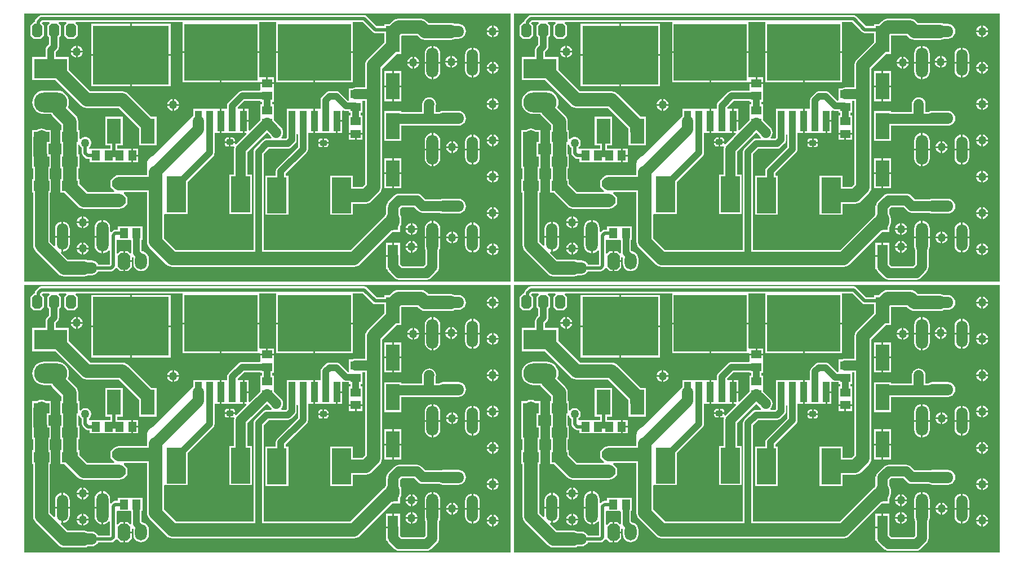
<source format=gbr>
%TF.GenerationSoftware,Altium Limited,Altium Designer,23.1.1 (15)*%
G04 Layer_Physical_Order=1*
G04 Layer_Color=255*
%FSLAX45Y45*%
%MOMM*%
%TF.SameCoordinates,4CCFFED5-D059-4900-A68D-9618ACEA1AB5*%
%TF.FilePolarity,Positive*%
%TF.FileFunction,Copper,L1,Top,Signal*%
%TF.Part,CustomerPanel*%
G01*
G75*
%TA.AperFunction,SMDPad,CuDef*%
%ADD10R,2.33000X1.56000*%
%ADD11R,1.50000X1.30000*%
G04:AMPARAMS|DCode=12|XSize=1mm|YSize=0.8mm|CornerRadius=0.1mm|HoleSize=0mm|Usage=FLASHONLY|Rotation=180.000|XOffset=0mm|YOffset=0mm|HoleType=Round|Shape=RoundedRectangle|*
%AMROUNDEDRECTD12*
21,1,1.00000,0.60000,0,0,180.0*
21,1,0.80000,0.80000,0,0,180.0*
1,1,0.20000,-0.40000,0.30000*
1,1,0.20000,0.40000,0.30000*
1,1,0.20000,0.40000,-0.30000*
1,1,0.20000,-0.40000,-0.30000*
%
%ADD12ROUNDEDRECTD12*%
%ADD13R,1.30000X1.50000*%
%ADD14R,1.01999X3.08282*%
%ADD15R,10.99998X8.49998*%
%ADD16R,2.90000X5.40000*%
%ADD17R,2.00000X4.00000*%
%TA.AperFunction,ConnectorPad*%
%ADD18R,11.43000X8.89000*%
%ADD19R,2.08000X3.81000*%
%TA.AperFunction,SMDPad,CuDef*%
%ADD20R,1.60000X3.50000*%
%TA.AperFunction,Conductor*%
%ADD21C,2.00000*%
%ADD22C,1.70000*%
%ADD23C,1.50000*%
%ADD24C,0.50000*%
%ADD25C,1.00000*%
%TA.AperFunction,ComponentPad*%
%ADD26O,3.99999X1.70000*%
%ADD27O,1.80000X4.49999*%
%ADD28O,1.70000X3.99999*%
%ADD29O,1.80000X2.50000*%
G04:AMPARAMS|DCode=30|XSize=1.8mm|YSize=2.5mm|CornerRadius=0mm|HoleSize=0mm|Usage=FLASHONLY|Rotation=180.000|XOffset=0mm|YOffset=0mm|HoleType=Round|Shape=Octagon|*
%AMOCTAGOND30*
4,1,8,0.45000,-1.25000,-0.45000,-1.25000,-0.90000,-0.80000,-0.90000,0.80000,-0.45000,1.25000,0.45000,1.25000,0.90000,0.80000,0.90000,-0.80000,0.45000,-1.25000,0.0*
%
%ADD30OCTAGOND30*%

G04:AMPARAMS|DCode=31|XSize=2.032mm|YSize=1.524mm|CornerRadius=0mm|HoleSize=0mm|Usage=FLASHONLY|Rotation=90.000|XOffset=0mm|YOffset=0mm|HoleType=Round|Shape=Octagon|*
%AMOCTAGOND31*
4,1,8,0.38100,1.01600,-0.38100,1.01600,-0.76200,0.63500,-0.76200,-0.63500,-0.38100,-1.01600,0.38100,-1.01600,0.76200,-0.63500,0.76200,0.63500,0.38100,1.01600,0.0*
%
%ADD31OCTAGOND31*%

G04:AMPARAMS|DCode=32|XSize=2.032mm|YSize=1.524mm|CornerRadius=0mm|HoleSize=0mm|Usage=FLASHONLY|Rotation=180.000|XOffset=0mm|YOffset=0mm|HoleType=Round|Shape=Octagon|*
%AMOCTAGOND32*
4,1,8,-1.01600,0.38100,-1.01600,-0.38100,-0.63500,-0.76200,0.63500,-0.76200,1.01600,-0.38100,1.01600,0.38100,0.63500,0.76200,-0.63500,0.76200,-1.01600,0.38100,0.0*
%
%ADD32OCTAGOND32*%

%ADD33R,5.00000X3.00000*%
%ADD34O,5.00000X3.00000*%
%TA.AperFunction,ViaPad*%
%ADD35C,1.27000*%
G36*
X17424400Y8140700D02*
X10121900D01*
Y12166600D01*
X17424400D01*
Y8140700D01*
D02*
G37*
G36*
X10071100D02*
X2768600D01*
Y12166600D01*
X10071100D01*
Y8140700D01*
D02*
G37*
G36*
X17424400Y4064000D02*
X10121900D01*
Y8089900D01*
X17424400D01*
Y4064000D01*
D02*
G37*
G36*
X10071100D02*
X2768600D01*
Y8089900D01*
X10071100D01*
Y4064000D01*
D02*
G37*
%LPC*%
G36*
X17170399Y11988533D02*
Y11912600D01*
X17246333D01*
X17240543Y11934214D01*
X17228838Y11954486D01*
X17212286Y11971038D01*
X17192014Y11982742D01*
X17170399Y11988533D01*
D02*
G37*
G36*
X17145000D02*
X17123386Y11982742D01*
X17103114Y11971038D01*
X17086562Y11954486D01*
X17074858Y11934214D01*
X17069067Y11912600D01*
X17145000D01*
Y11988533D01*
D02*
G37*
G36*
X17246333Y11887200D02*
X17170399D01*
Y11811267D01*
X17192014Y11817058D01*
X17212286Y11828762D01*
X17228838Y11845314D01*
X17240543Y11865586D01*
X17246333Y11887200D01*
D02*
G37*
G36*
X17145000D02*
X17069067D01*
X17074858Y11865586D01*
X17086562Y11845314D01*
X17103114Y11828762D01*
X17123386Y11817058D01*
X17145000Y11811267D01*
Y11887200D01*
D02*
G37*
G36*
X15227299Y12141787D02*
X10375900D01*
X10356235Y12137876D01*
X10339564Y12126736D01*
X10291797Y12078969D01*
X10280657Y12062298D01*
X10276746Y12042633D01*
Y12039600D01*
X10261600D01*
X10210800Y11988800D01*
Y11836400D01*
X10261600Y11785600D01*
X10363200D01*
X10414000Y11836400D01*
Y11988800D01*
X10380486Y12022314D01*
X10397185Y12039013D01*
X10491495D01*
X10498383Y12022383D01*
X10464800Y11988800D01*
Y11836400D01*
X10490349Y11810851D01*
Y11702801D01*
X10461824Y11674276D01*
X10449738Y11658525D01*
X10442141Y11640183D01*
X10439549Y11620500D01*
Y11516500D01*
X10240200D01*
Y11165700D01*
X10588327D01*
X10972264Y10781764D01*
X10998459Y10761663D01*
X11028964Y10749028D01*
X11061700Y10744718D01*
X11061702Y10744718D01*
X11540309D01*
X11845618Y10439409D01*
Y10405302D01*
X11845618Y10405300D01*
X11846700Y10397080D01*
Y10185400D01*
X12105500D01*
Y10617200D01*
X12025573D01*
X11682136Y10960636D01*
X11655941Y10980737D01*
X11625436Y10993372D01*
X11592700Y10997682D01*
X11592698Y10997682D01*
X11114091D01*
X10791000Y11320773D01*
Y11516500D01*
X10591651D01*
Y11588999D01*
X10620176Y11617524D01*
X10632262Y11633275D01*
X10639859Y11651617D01*
X10642451Y11671300D01*
Y11810851D01*
X10668000Y11836400D01*
Y11988800D01*
X10634417Y12022383D01*
X10641305Y12039013D01*
X10745495D01*
X10752383Y12022383D01*
X10718800Y11988800D01*
Y11836400D01*
X10769600Y11785600D01*
X10871200D01*
X10922000Y11836400D01*
Y11988800D01*
X10888417Y12022383D01*
X10895305Y12039013D01*
X12481883D01*
X12498800Y12036400D01*
X12498800Y12021013D01*
Y11598700D01*
X13074199D01*
X13649599D01*
Y12021013D01*
X13649599Y12036400D01*
X13666516Y12039013D01*
X13885683D01*
X13902602Y12036400D01*
X13902602Y12021013D01*
Y11598701D01*
X14478000D01*
Y11586001D01*
D01*
Y11598701D01*
X15053400D01*
Y12021013D01*
X15053400Y12036400D01*
X15070317Y12039013D01*
X15206015D01*
X15356064Y11888964D01*
X15372736Y11877824D01*
X15392400Y11873913D01*
X15532619D01*
Y11850300D01*
X15533701Y11842081D01*
Y11792816D01*
X15532619Y11784597D01*
Y11736988D01*
X15277563Y11481934D01*
X15257463Y11455738D01*
X15244827Y11425233D01*
X15240518Y11392497D01*
X15240518Y11392495D01*
Y11054774D01*
X15100291D01*
X15074081Y11051324D01*
X15056178Y11043908D01*
X14999892D01*
Y10960089D01*
X14999026Y10953508D01*
X14999892Y10946927D01*
Y10863109D01*
X14985432Y10854559D01*
X14981593D01*
X14860376Y10975776D01*
X14844624Y10987862D01*
X14826283Y10995459D01*
X14806599Y10998051D01*
X14706599D01*
X14686917Y10995459D01*
X14676172Y10991009D01*
X14668575Y10987862D01*
X14652824Y10975776D01*
X14594225Y10917176D01*
X14582138Y10901425D01*
X14574541Y10883083D01*
X14571948Y10863400D01*
Y10734648D01*
X14554399Y10733560D01*
X14553600Y10733560D01*
X14490700D01*
Y10554019D01*
Y10374478D01*
X14553600D01*
X14554399Y10374478D01*
X14571600D01*
X14572400Y10374478D01*
X14724399D01*
Y10374477D01*
X14741600D01*
Y10374478D01*
X14805299D01*
Y10554019D01*
X14817999D01*
Y10566719D01*
X14894398D01*
Y10703515D01*
X14912067Y10712646D01*
X14919664Y10709499D01*
X14930409Y10705049D01*
X14950092Y10702457D01*
X14999892D01*
Y10673108D01*
X15024242D01*
Y10637492D01*
X14999892D01*
Y10465492D01*
X14999892Y10452092D01*
X14999892Y10438692D01*
Y10369792D01*
X15100291D01*
X15200693D01*
Y10438692D01*
X15200693Y10452092D01*
X15200693Y10465492D01*
Y10637492D01*
X15176343D01*
Y10673108D01*
X15200693D01*
Y10852242D01*
X15240518D01*
Y9605648D01*
X15197452Y9562582D01*
X15057201D01*
Y9731500D01*
X14716400D01*
Y9140700D01*
X15057201D01*
Y9309618D01*
X15249840D01*
X15249841Y9309618D01*
X15282579Y9313928D01*
X15313083Y9326563D01*
X15339279Y9346664D01*
X15456436Y9463821D01*
X15476537Y9490017D01*
X15489172Y9520521D01*
X15493481Y9553257D01*
X15493481Y9553260D01*
Y10960100D01*
Y11340106D01*
X15712573Y11559197D01*
X15784500D01*
Y11676377D01*
X15785582Y11684597D01*
X15785582Y11684599D01*
Y11784597D01*
X15784500Y11792816D01*
Y11831124D01*
X15790292Y11836918D01*
X16025809D01*
X16052567Y11810160D01*
X16078761Y11790060D01*
X16109268Y11777424D01*
X16142004Y11773114D01*
X16142006Y11773115D01*
X16527899D01*
X16560635Y11777425D01*
X16586757Y11788244D01*
X16642899D01*
X16671719Y11792038D01*
X16698575Y11803163D01*
X16721637Y11820859D01*
X16739333Y11843920D01*
X16750456Y11870777D01*
X16754253Y11899597D01*
X16750456Y11928417D01*
X16739333Y11955273D01*
X16721637Y11978335D01*
X16698575Y11996031D01*
X16671719Y12007155D01*
X16642899Y12010949D01*
X16586757D01*
X16560635Y12021769D01*
X16527899Y12026079D01*
X16194394D01*
X16167638Y12052836D01*
X16141441Y12072937D01*
X16110936Y12085572D01*
X16078200Y12089882D01*
X16078198Y12089882D01*
X15737904D01*
X15737903Y12089882D01*
X15705167Y12085572D01*
X15674661Y12072937D01*
X15648466Y12052836D01*
X15648466Y12052835D01*
X15605627Y12009997D01*
X15533701D01*
Y11976687D01*
X15413686D01*
X15263635Y12126736D01*
X15246965Y12137876D01*
X15227299Y12141787D01*
D02*
G37*
G36*
X10922000Y11683733D02*
Y11607800D01*
X10997933D01*
X10992142Y11629414D01*
X10980438Y11649686D01*
X10963886Y11666238D01*
X10943614Y11677942D01*
X10922000Y11683733D01*
D02*
G37*
G36*
X10896600D02*
X10874986Y11677942D01*
X10854714Y11666238D01*
X10838162Y11649686D01*
X10826458Y11629414D01*
X10820667Y11607800D01*
X10896600D01*
Y11683733D01*
D02*
G37*
G36*
X12319000Y12014200D02*
X11734800D01*
Y11557000D01*
X12319000D01*
Y12014200D01*
D02*
G37*
G36*
X11709400D02*
X11125200D01*
Y11557000D01*
X11709400D01*
Y12014200D01*
D02*
G37*
G36*
X10997933Y11582400D02*
X10922000D01*
Y11506467D01*
X10943614Y11512258D01*
X10963886Y11523962D01*
X10980438Y11540514D01*
X10992142Y11560786D01*
X10997933Y11582400D01*
D02*
G37*
G36*
X10896600D02*
X10820667D01*
X10826458Y11560786D01*
X10838162Y11540514D01*
X10854714Y11523962D01*
X10874986Y11512258D01*
X10896600Y11506467D01*
Y11582400D01*
D02*
G37*
G36*
X16548100Y11531333D02*
Y11455400D01*
X16624033D01*
X16618242Y11477014D01*
X16606538Y11497286D01*
X16589986Y11513838D01*
X16569714Y11525542D01*
X16548100Y11531333D01*
D02*
G37*
G36*
X16522701D02*
X16501086Y11525542D01*
X16480814Y11513838D01*
X16464262Y11497286D01*
X16452557Y11477014D01*
X16446767Y11455400D01*
X16522701D01*
Y11531333D01*
D02*
G37*
G36*
X15976601Y11518633D02*
Y11442700D01*
X16052533D01*
X16046742Y11464314D01*
X16035039Y11484586D01*
X16018486Y11501138D01*
X15998215Y11512842D01*
X15976601Y11518633D01*
D02*
G37*
G36*
X15951199D02*
X15929585Y11512842D01*
X15909314Y11501138D01*
X15892763Y11484586D01*
X15881058Y11464314D01*
X15875267Y11442700D01*
X15951199D01*
Y11518633D01*
D02*
G37*
G36*
X16865601Y11654280D02*
Y11442299D01*
X16964253D01*
Y11544600D01*
X16960458Y11573420D01*
X16949335Y11600276D01*
X16931638Y11623338D01*
X16908575Y11641034D01*
X16881720Y11652158D01*
X16865601Y11654280D01*
D02*
G37*
G36*
X16840199D02*
X16824080Y11652158D01*
X16797224Y11641034D01*
X16774162Y11623338D01*
X16756467Y11600276D01*
X16745341Y11573420D01*
X16741547Y11544600D01*
Y11442299D01*
X16840199D01*
Y11654280D01*
D02*
G37*
G36*
X16265601Y11679320D02*
Y11442298D01*
X16369296D01*
Y11564597D01*
X16365331Y11594722D01*
X16353702Y11622795D01*
X16335205Y11646901D01*
X16311099Y11665398D01*
X16283026Y11677026D01*
X16265601Y11679320D01*
D02*
G37*
G36*
X16240201Y11679321D02*
X16222775Y11677026D01*
X16194704Y11665398D01*
X16170596Y11646901D01*
X16152100Y11622795D01*
X16140471Y11594722D01*
X16136505Y11564597D01*
Y11442298D01*
X16240201D01*
Y11679321D01*
D02*
G37*
G36*
X17170399Y11442433D02*
Y11366500D01*
X17246333D01*
X17240543Y11388114D01*
X17228838Y11408386D01*
X17212286Y11424938D01*
X17192014Y11436642D01*
X17170399Y11442433D01*
D02*
G37*
G36*
X17145000D02*
X17123386Y11436642D01*
X17103114Y11424938D01*
X17086562Y11408386D01*
X17074858Y11388114D01*
X17069067Y11366500D01*
X17145000D01*
Y11442433D01*
D02*
G37*
G36*
X16624033Y11430000D02*
X16548100D01*
Y11354067D01*
X16569714Y11359858D01*
X16589986Y11371562D01*
X16606538Y11388114D01*
X16618242Y11408386D01*
X16624033Y11430000D01*
D02*
G37*
G36*
X16522701D02*
X16446767D01*
X16452557Y11408386D01*
X16464262Y11388114D01*
X16480814Y11371562D01*
X16501086Y11359858D01*
X16522701Y11354067D01*
Y11430000D01*
D02*
G37*
G36*
X16052533Y11417300D02*
X15976601D01*
Y11341367D01*
X15998215Y11347158D01*
X16018486Y11358862D01*
X16035039Y11375414D01*
X16046742Y11395686D01*
X16052533Y11417300D01*
D02*
G37*
G36*
X15951199D02*
X15875267D01*
X15881058Y11395686D01*
X15892763Y11375414D01*
X15909314Y11358862D01*
X15929585Y11347158D01*
X15951199Y11341367D01*
Y11417300D01*
D02*
G37*
G36*
X17246333Y11341100D02*
X17170399D01*
Y11265167D01*
X17192014Y11270958D01*
X17212286Y11282662D01*
X17228838Y11299214D01*
X17240543Y11319486D01*
X17246333Y11341100D01*
D02*
G37*
G36*
X17145000D02*
X17069067D01*
X17074858Y11319486D01*
X17086562Y11299214D01*
X17103114Y11282662D01*
X17123386Y11270958D01*
X17145000Y11265167D01*
Y11341100D01*
D02*
G37*
G36*
X16964253Y11416899D02*
X16865601D01*
Y11204920D01*
X16881720Y11207042D01*
X16908575Y11218166D01*
X16931638Y11235862D01*
X16949335Y11258924D01*
X16960458Y11285780D01*
X16964253Y11314600D01*
Y11416899D01*
D02*
G37*
G36*
X16840199D02*
X16741547D01*
Y11314600D01*
X16745341Y11285780D01*
X16756467Y11258924D01*
X16774162Y11235862D01*
X16797224Y11218166D01*
X16824080Y11207042D01*
X16840199Y11204920D01*
Y11416899D01*
D02*
G37*
G36*
X16369296Y11416898D02*
X16265601D01*
Y11179874D01*
X16283026Y11182168D01*
X16311099Y11193796D01*
X16335205Y11212293D01*
X16353702Y11236400D01*
X16365331Y11264472D01*
X16369296Y11294597D01*
Y11416898D01*
D02*
G37*
G36*
X16240201D02*
X16136505D01*
Y11294597D01*
X16140471Y11264472D01*
X16152100Y11236400D01*
X16170596Y11212293D01*
X16194704Y11193796D01*
X16222775Y11182168D01*
X16240201Y11179874D01*
Y11416898D01*
D02*
G37*
G36*
X15053400Y11573301D02*
X14490700D01*
Y11135602D01*
X15053400D01*
Y11573301D01*
D02*
G37*
G36*
X14465300D02*
X13902602D01*
Y11135602D01*
X14465300D01*
Y11573301D01*
D02*
G37*
G36*
X13061499Y11573300D02*
X12498800D01*
Y11135602D01*
X13061499D01*
Y11573300D01*
D02*
G37*
G36*
X13779492Y11209008D02*
Y11131308D01*
X13867192D01*
Y11209008D01*
X13779492D01*
D02*
G37*
G36*
X13649599Y11573300D02*
X13086899D01*
Y11135602D01*
X13648392D01*
X13649599Y11135601D01*
X13666393Y11132690D01*
Y11131308D01*
X13754092D01*
Y11209008D01*
X13667598D01*
X13666393Y11209008D01*
X13649599Y11211920D01*
Y11573300D01*
D02*
G37*
G36*
X15784500Y11299997D02*
X15671800D01*
Y11087297D01*
X15784500D01*
Y11299997D01*
D02*
G37*
G36*
X15646400D02*
X15533701D01*
Y11087297D01*
X15646400D01*
Y11299997D01*
D02*
G37*
G36*
X12319000Y11531600D02*
X11734800D01*
Y11074400D01*
X12319000D01*
Y11531600D01*
D02*
G37*
G36*
X11709400D02*
X11125200D01*
Y11074400D01*
X11709400D01*
Y11531600D01*
D02*
G37*
G36*
X15784500Y11061897D02*
X15671800D01*
Y10849197D01*
X15784500D01*
Y11061897D01*
D02*
G37*
G36*
X15646400D02*
X15533701D01*
Y10849197D01*
X15646400D01*
Y11061897D01*
D02*
G37*
G36*
X17170399Y10896333D02*
Y10820400D01*
X17246333D01*
X17240543Y10842014D01*
X17228838Y10862286D01*
X17212286Y10878838D01*
X17192014Y10890542D01*
X17170399Y10896333D01*
D02*
G37*
G36*
X17145000D02*
X17123386Y10890542D01*
X17103114Y10878838D01*
X17086562Y10862286D01*
X17074858Y10842014D01*
X17069067Y10820400D01*
X17145000D01*
Y10896333D01*
D02*
G37*
G36*
X12369800Y10883633D02*
Y10807700D01*
X12445733D01*
X12439942Y10829314D01*
X12428238Y10849586D01*
X12411686Y10866138D01*
X12391414Y10877842D01*
X12369800Y10883633D01*
D02*
G37*
G36*
X12344400D02*
X12322786Y10877842D01*
X12302514Y10866138D01*
X12285962Y10849586D01*
X12274258Y10829314D01*
X12268467Y10807700D01*
X12344400D01*
Y10883633D01*
D02*
G37*
G36*
X17246333Y10795000D02*
X17170399D01*
Y10719067D01*
X17192014Y10724858D01*
X17212286Y10736562D01*
X17228838Y10753114D01*
X17240543Y10773386D01*
X17246333Y10795000D01*
D02*
G37*
G36*
X17145000D02*
X17069067D01*
X17074858Y10773386D01*
X17086562Y10753114D01*
X17103114Y10736562D01*
X17123386Y10724858D01*
X17145000Y10719067D01*
Y10795000D01*
D02*
G37*
G36*
X12445733Y10782300D02*
X12369800D01*
Y10706367D01*
X12391414Y10712158D01*
X12411686Y10723862D01*
X12428238Y10740414D01*
X12439942Y10760686D01*
X12445733Y10782300D01*
D02*
G37*
G36*
X12344400D02*
X12268467D01*
X12274258Y10760686D01*
X12285962Y10740414D01*
X12302514Y10723862D01*
X12322786Y10712158D01*
X12344400Y10706367D01*
Y10782300D01*
D02*
G37*
G36*
X16205200Y10908966D02*
X16178992Y10905516D01*
X16154567Y10895399D01*
X16133594Y10879306D01*
X16130070Y10875783D01*
X16113979Y10854810D01*
X16103860Y10830387D01*
X16100410Y10804177D01*
X16100410Y10804175D01*
Y10683524D01*
X15784500D01*
Y10701897D01*
X15533701D01*
Y10251097D01*
X15784500D01*
Y10480992D01*
X16389519D01*
X16389520Y10480992D01*
X16397990Y10482107D01*
X16412900Y10480144D01*
X16642899D01*
X16671719Y10483938D01*
X16698575Y10495063D01*
X16721637Y10512759D01*
X16739333Y10535820D01*
X16750456Y10562677D01*
X16754253Y10591497D01*
X16750456Y10620317D01*
X16739333Y10647173D01*
X16721637Y10670235D01*
X16698575Y10687931D01*
X16671719Y10699055D01*
X16642899Y10702849D01*
X16412900D01*
X16384079Y10699055D01*
X16357224Y10687931D01*
X16351482Y10683524D01*
X16302943D01*
Y10781315D01*
X16303017Y10781491D01*
X16306467Y10807700D01*
X16303017Y10833910D01*
X16292899Y10858333D01*
X16276807Y10879306D01*
X16255833Y10895399D01*
X16231410Y10905516D01*
X16205200Y10908966D01*
D02*
G37*
G36*
X13490598Y10733560D02*
X13426898D01*
Y10566719D01*
X13490598D01*
Y10733560D01*
D02*
G37*
G36*
X13867192Y11105908D02*
X13766792D01*
X13666393D01*
Y11037008D01*
X13666393Y11028208D01*
Y11017387D01*
X13653664Y11004659D01*
X13392409D01*
X13372725Y11002067D01*
X13354382Y10994470D01*
X13338632Y10982384D01*
X13191422Y10835174D01*
X13179337Y10819423D01*
X13171739Y10801082D01*
X13169147Y10781398D01*
Y10734908D01*
X13167799Y10733560D01*
X13150600D01*
X13149799Y10733560D01*
X13086899D01*
Y10554019D01*
Y10374478D01*
X13149799D01*
X13150600Y10374478D01*
X13167799D01*
X13168599Y10374478D01*
X13319798D01*
X13320598Y10374478D01*
Y10374477D01*
X13337801D01*
Y10374478D01*
X13401498D01*
Y10554019D01*
X13414198D01*
D01*
X13401498D01*
Y10733560D01*
X13337799D01*
Y10733560D01*
X13329501Y10735315D01*
X13325839Y10754488D01*
X13423909Y10852557D01*
X13666393D01*
Y10838208D01*
X13690741D01*
Y10802592D01*
X13666393D01*
Y10621793D01*
X13666393Y10621792D01*
Y10612591D01*
X13666393D01*
X13666393Y10603792D01*
Y10565004D01*
X13507228Y10405840D01*
X13490598Y10412728D01*
Y10541319D01*
X13426898D01*
Y10374478D01*
X13452347D01*
X13459236Y10357848D01*
X13301494Y10200106D01*
X13301143Y10199649D01*
X13285544Y10205643D01*
X13284093Y10206998D01*
Y10223500D01*
X13220700D01*
Y10170107D01*
X13248000D01*
X13261812Y10172854D01*
X13263893Y10174244D01*
X13278433Y10162311D01*
X13275284Y10154710D01*
X13271834Y10128500D01*
X13271834Y10128498D01*
Y9744200D01*
X13202699D01*
Y9153400D01*
X13543500D01*
Y9744200D01*
X13474367D01*
Y10086554D01*
X13766792Y10378980D01*
X13817596Y10328175D01*
X13818800Y10325267D01*
X13834467Y10304851D01*
X13834085Y10302231D01*
X13828058Y10286851D01*
X13762180D01*
X13742496Y10284259D01*
X13724153Y10276662D01*
X13708403Y10264576D01*
X13586024Y10142197D01*
X13573938Y10126447D01*
X13566341Y10108105D01*
X13563750Y10088421D01*
Y8610082D01*
X12396791D01*
X12216882Y8789991D01*
Y9148132D01*
X12232700Y9153400D01*
Y9153400D01*
X12573500D01*
Y9636648D01*
X12956976Y10020124D01*
X12969061Y10035875D01*
X12972209Y10043472D01*
X12976659Y10054217D01*
X12979251Y10073900D01*
Y10205985D01*
X12979292Y10206200D01*
Y10266200D01*
X12979251Y10266415D01*
Y10373129D01*
X12980598Y10374478D01*
X12997800D01*
X12998599Y10374478D01*
X13061499D01*
Y10554019D01*
Y10733560D01*
X12998599D01*
X12997800Y10733560D01*
X12980598D01*
X12979800Y10733560D01*
X12827800D01*
Y10733561D01*
X12810599D01*
Y10733560D01*
X12809801Y10733560D01*
X12657800D01*
Y10629411D01*
X12655462Y10627617D01*
X12053280Y10025435D01*
X12027159Y10014615D01*
X12000964Y9994515D01*
X11980863Y9968320D01*
X11968228Y9937815D01*
X11963918Y9905078D01*
Y9740382D01*
X11544300D01*
X11511564Y9736072D01*
X11481059Y9723437D01*
X11470716Y9715500D01*
X11468100D01*
X11459475Y9706875D01*
X11454864Y9703336D01*
X11451325Y9698725D01*
X11417300Y9664700D01*
Y9563100D01*
X11451325Y9529075D01*
X11454864Y9524464D01*
X11459475Y9520925D01*
X11468100Y9512300D01*
X11474597Y9504382D01*
X11466353Y9486382D01*
X11068591D01*
X10947700Y9607273D01*
Y9679200D01*
X10932282D01*
Y9840700D01*
X10947700D01*
Y10047500D01*
X10932282D01*
Y10198670D01*
X10950282Y10201040D01*
X10953458Y10189186D01*
X10965162Y10168914D01*
X10981714Y10152362D01*
X10984913Y10150515D01*
Y10071100D01*
X10988824Y10051435D01*
X10999964Y10034764D01*
X11038056Y9996672D01*
X11054727Y9985532D01*
X11074392Y9981621D01*
X11104908D01*
Y9932608D01*
X11276908D01*
X11290308Y9932608D01*
X11303708Y9932608D01*
X11632508D01*
X11645908Y9932608D01*
X11659308Y9932608D01*
X11728208D01*
Y10033008D01*
Y10133408D01*
X11659308D01*
X11645908Y10133408D01*
X11632508Y10133408D01*
X11519487D01*
Y10185400D01*
X11597500D01*
Y10617200D01*
X11338700D01*
Y10185400D01*
X11416713D01*
Y10133408D01*
X11303708D01*
X11290308Y10133408D01*
X11276908Y10133408D01*
X11104908D01*
Y10133408D01*
X11094109Y10134588D01*
X11091629Y10148264D01*
X11091503Y10152979D01*
X11107438Y10168914D01*
X11119142Y10189186D01*
X11125200Y10211796D01*
Y10235204D01*
X11119142Y10257814D01*
X11107438Y10278086D01*
X11090886Y10294638D01*
X11070614Y10306342D01*
X11048004Y10312400D01*
X11024596D01*
X11001986Y10306342D01*
X10981714Y10294638D01*
X10965700Y10278624D01*
X10963211Y10278729D01*
X10947700Y10283840D01*
Y10415800D01*
X10932282D01*
Y10542900D01*
X10927972Y10575636D01*
X10915337Y10606141D01*
X10895237Y10632336D01*
X10895236Y10632337D01*
X10772681Y10754892D01*
X10778433Y10765653D01*
X10788462Y10798716D01*
X10791849Y10833100D01*
X10788462Y10867484D01*
X10778433Y10900547D01*
X10762145Y10931019D01*
X10740227Y10957727D01*
X10713519Y10979645D01*
X10683047Y10995933D01*
X10649985Y11005962D01*
X10615600Y11009349D01*
X10415600D01*
X10381215Y11005962D01*
X10348153Y10995933D01*
X10317681Y10979645D01*
X10290973Y10957727D01*
X10269055Y10931019D01*
X10252767Y10900547D01*
X10242738Y10867484D01*
X10239351Y10833100D01*
X10242738Y10798716D01*
X10252767Y10765653D01*
X10269055Y10735181D01*
X10290973Y10708473D01*
X10317681Y10686555D01*
X10348153Y10670267D01*
X10381215Y10660238D01*
X10415600Y10656851D01*
X10522659D01*
X10525197Y10650725D01*
X10545297Y10624530D01*
X10679318Y10490509D01*
Y10415800D01*
X10663900D01*
Y10209000D01*
X10679318D01*
Y10047500D01*
X10663900D01*
Y9840700D01*
X10679318D01*
Y9679200D01*
X10663900D01*
Y9472400D01*
X10724827D01*
X10926763Y9270465D01*
X10926764Y9270464D01*
X10952959Y9250363D01*
X10983464Y9237728D01*
X11016200Y9233418D01*
X11016202Y9233418D01*
X11544300D01*
X11577036Y9237728D01*
X11607541Y9250363D01*
X11617884Y9258300D01*
X11620500D01*
X11629125Y9266925D01*
X11633736Y9270464D01*
X11637275Y9275075D01*
X11671300Y9309100D01*
Y9410700D01*
X11637275Y9444725D01*
X11633736Y9449336D01*
X11629125Y9452875D01*
X11620500Y9461500D01*
X11614003Y9469418D01*
X11622247Y9487418D01*
X11963918D01*
Y8737602D01*
X11963918Y8737600D01*
X11968228Y8704864D01*
X11980863Y8674359D01*
X12000964Y8648164D01*
X12254963Y8394165D01*
X12254964Y8394164D01*
X12281159Y8374063D01*
X12311664Y8361428D01*
X12344400Y8357118D01*
X12344402Y8357118D01*
X15074898D01*
X15074899Y8357118D01*
X15107635Y8361428D01*
X15138141Y8374063D01*
X15164336Y8394164D01*
X15650873Y8880700D01*
X15764500D01*
Y8957467D01*
X15768637Y8962859D01*
X15781271Y8993364D01*
X15785582Y9026100D01*
Y9081100D01*
X15781271Y9113836D01*
X15768637Y9144341D01*
X15765366Y9148603D01*
Y9230086D01*
X15793913Y9258634D01*
X15976338D01*
X16032054Y9202918D01*
X16032056Y9202917D01*
X16053027Y9186824D01*
X16077451Y9176708D01*
X16103661Y9173257D01*
X16359651D01*
X16384079Y9163138D01*
X16412900Y9159344D01*
X16642899D01*
X16671719Y9163138D01*
X16698575Y9174263D01*
X16721637Y9191959D01*
X16739333Y9215020D01*
X16750456Y9241877D01*
X16754253Y9270697D01*
X16750456Y9299517D01*
X16739333Y9326373D01*
X16721637Y9349435D01*
X16698575Y9367131D01*
X16671719Y9378255D01*
X16642899Y9382049D01*
X16412900D01*
X16384079Y9378255D01*
X16378127Y9375789D01*
X16145607D01*
X16089891Y9431506D01*
X16068918Y9447599D01*
X16044495Y9457716D01*
X16018285Y9461166D01*
X16018282Y9461166D01*
X15751970D01*
X15751968Y9461166D01*
X15725758Y9457716D01*
X15701335Y9447599D01*
X15680362Y9431506D01*
X15680360Y9431505D01*
X15592494Y9343638D01*
X15576401Y9322665D01*
X15566284Y9298242D01*
X15564079Y9281500D01*
X15553700D01*
Y9149733D01*
X15549564Y9144341D01*
X15538400Y9117394D01*
X15534158Y9115637D01*
X15507964Y9095536D01*
X15022508Y8610082D01*
X13715851D01*
Y10056920D01*
X13793680Y10134749D01*
X14078423D01*
X14098106Y10137341D01*
X14116447Y10144938D01*
X14132199Y10157024D01*
X14190778Y10215603D01*
X14202863Y10231353D01*
X14206010Y10238951D01*
X14210461Y10249695D01*
X14213052Y10269379D01*
Y10356627D01*
X14213950Y10357465D01*
X14231950Y10349650D01*
Y10258739D01*
X14230908Y10253500D01*
Y10193500D01*
X14230949Y10193285D01*
Y10160202D01*
X13922044Y9851297D01*
X13909959Y9835546D01*
X13902362Y9817205D01*
X13899771Y9797521D01*
Y9731500D01*
X13746400D01*
Y9140700D01*
X14087199D01*
Y9731500D01*
X14051872D01*
Y9766020D01*
X14360777Y10074925D01*
X14372862Y10090676D01*
X14376010Y10098273D01*
X14380460Y10109017D01*
X14383051Y10128701D01*
Y10193285D01*
X14383093Y10193500D01*
Y10217232D01*
X14384052Y10224499D01*
Y10373390D01*
X14401601Y10374478D01*
X14402400Y10374478D01*
X14465300D01*
Y10554019D01*
Y10733560D01*
X14402400D01*
X14401601Y10733560D01*
X14384399D01*
X14383600Y10733560D01*
X14232401D01*
X14231601Y10733560D01*
X14214400D01*
X14213602Y10733560D01*
X14061601D01*
Y10557961D01*
X14060951Y10553020D01*
Y10300880D01*
X14046922Y10286851D01*
X13984943D01*
X13978915Y10302231D01*
X13978532Y10304851D01*
X13994199Y10325267D01*
X14004317Y10349690D01*
X14007767Y10375900D01*
Y10382482D01*
X14007767Y10382484D01*
X14004317Y10408693D01*
X13994199Y10433117D01*
X13978107Y10454090D01*
X13978105Y10454091D01*
X13867192Y10565004D01*
Y10603792D01*
X13867192Y10612591D01*
X13867192D01*
Y10621793D01*
X13867192D01*
Y10802592D01*
X13842844D01*
Y10838208D01*
X13867192D01*
Y11010208D01*
X13867192Y11023608D01*
X13867192Y11037008D01*
Y11105908D01*
D02*
G37*
G36*
X14894398Y10541319D02*
X14830699D01*
Y10374478D01*
X14894398D01*
Y10541319D01*
D02*
G37*
G36*
X17170399Y10350233D02*
Y10274300D01*
X17246333D01*
X17240543Y10295914D01*
X17228838Y10316186D01*
X17212286Y10332738D01*
X17192014Y10344442D01*
X17170399Y10350233D01*
D02*
G37*
G36*
X17145000D02*
X17123386Y10344442D01*
X17103114Y10332738D01*
X17086562Y10316186D01*
X17074858Y10295914D01*
X17069067Y10274300D01*
X17145000D01*
Y10350233D01*
D02*
G37*
G36*
X15200693Y10344392D02*
X15112991D01*
Y10266692D01*
X15200693D01*
Y10344392D01*
D02*
G37*
G36*
X15087592D02*
X14999892D01*
Y10266692D01*
X15087592D01*
Y10344392D01*
D02*
G37*
G36*
X13248000Y10302293D02*
X13220700D01*
Y10248900D01*
X13284093D01*
Y10266200D01*
X13281346Y10280012D01*
X13273521Y10291722D01*
X13261812Y10299546D01*
X13248000Y10302293D01*
D02*
G37*
G36*
X13195300D02*
X13167999D01*
X13154189Y10299546D01*
X13142477Y10291722D01*
X13134654Y10280012D01*
X13131908Y10266200D01*
Y10248900D01*
X13195300D01*
Y10302293D01*
D02*
G37*
G36*
X14651801Y10289593D02*
X14624501D01*
Y10236200D01*
X14687894D01*
Y10253500D01*
X14685147Y10267312D01*
X14677322Y10279022D01*
X14665613Y10286846D01*
X14651801Y10289593D01*
D02*
G37*
G36*
X14599101D02*
X14571802D01*
X14557990Y10286846D01*
X14546278Y10279022D01*
X14538455Y10267312D01*
X14535709Y10253500D01*
Y10236200D01*
X14599101D01*
Y10289593D01*
D02*
G37*
G36*
X17246333Y10248900D02*
X17170399D01*
Y10172967D01*
X17192014Y10178758D01*
X17212286Y10190462D01*
X17228838Y10207014D01*
X17240543Y10227286D01*
X17246333Y10248900D01*
D02*
G37*
G36*
X17145000D02*
X17069067D01*
X17074858Y10227286D01*
X17086562Y10207014D01*
X17103114Y10190462D01*
X17123386Y10178758D01*
X17145000Y10172967D01*
Y10248900D01*
D02*
G37*
G36*
X16560800Y10248633D02*
Y10172700D01*
X16636732D01*
X16630942Y10194314D01*
X16619238Y10214586D01*
X16602686Y10231138D01*
X16582414Y10242842D01*
X16560800Y10248633D01*
D02*
G37*
G36*
X16535400D02*
X16513786Y10242842D01*
X16493513Y10231138D01*
X16476962Y10214586D01*
X16465257Y10194314D01*
X16459467Y10172700D01*
X16535400D01*
Y10248633D01*
D02*
G37*
G36*
X13195300Y10223500D02*
X13131908D01*
Y10206200D01*
X13134654Y10192388D01*
X13142477Y10180678D01*
X13154189Y10172854D01*
X13167999Y10170107D01*
X13195300D01*
Y10223500D01*
D02*
G37*
G36*
X14687894Y10210800D02*
X14624501D01*
Y10157407D01*
X14651801D01*
X14665613Y10160154D01*
X14677322Y10167978D01*
X14685147Y10179688D01*
X14687894Y10193500D01*
Y10210800D01*
D02*
G37*
G36*
X14599101D02*
X14535709D01*
Y10193500D01*
X14538455Y10179688D01*
X14546278Y10167978D01*
X14557990Y10160154D01*
X14571802Y10157407D01*
X14599101D01*
Y10210800D01*
D02*
G37*
G36*
X16865601Y10346180D02*
Y10134199D01*
X16964253D01*
Y10236500D01*
X16960458Y10265320D01*
X16949335Y10292176D01*
X16931638Y10315238D01*
X16908575Y10332934D01*
X16881720Y10344058D01*
X16865601Y10346180D01*
D02*
G37*
G36*
X16840199D02*
X16824080Y10344058D01*
X16797224Y10332934D01*
X16774162Y10315238D01*
X16756467Y10292176D01*
X16745341Y10265320D01*
X16741547Y10236500D01*
Y10134199D01*
X16840199D01*
Y10346180D01*
D02*
G37*
G36*
X16265601Y10371220D02*
Y10134198D01*
X16369296D01*
Y10256497D01*
X16365331Y10286622D01*
X16353702Y10314695D01*
X16335205Y10338801D01*
X16311099Y10357298D01*
X16283026Y10368926D01*
X16265601Y10371220D01*
D02*
G37*
G36*
X16240201Y10371221D02*
X16222775Y10368926D01*
X16194704Y10357298D01*
X16170596Y10338801D01*
X16152100Y10314695D01*
X16140471Y10286622D01*
X16136505Y10256497D01*
Y10134198D01*
X16240201D01*
Y10371221D01*
D02*
G37*
G36*
X16636732Y10147300D02*
X16560800D01*
Y10071367D01*
X16582414Y10077158D01*
X16602686Y10088862D01*
X16619238Y10105414D01*
X16630942Y10125686D01*
X16636732Y10147300D01*
D02*
G37*
G36*
X16535400D02*
X16459467D01*
X16465257Y10125686D01*
X16476962Y10105414D01*
X16493513Y10088862D01*
X16513786Y10077158D01*
X16535400Y10071367D01*
Y10147300D01*
D02*
G37*
G36*
X11753608Y10133408D02*
Y10045708D01*
X11831308D01*
Y10133408D01*
X11753608D01*
D02*
G37*
G36*
X11831308Y10020308D02*
X11753608D01*
Y9932608D01*
X11831308D01*
Y10020308D01*
D02*
G37*
G36*
X16964253Y10108799D02*
X16865601D01*
Y9896820D01*
X16881720Y9898942D01*
X16908575Y9910066D01*
X16931638Y9927762D01*
X16949335Y9950824D01*
X16960458Y9977680D01*
X16964253Y10006500D01*
Y10108799D01*
D02*
G37*
G36*
X16840199D02*
X16741547D01*
Y10006500D01*
X16745341Y9977680D01*
X16756467Y9950824D01*
X16774162Y9927762D01*
X16797224Y9910066D01*
X16824080Y9898942D01*
X16840199Y9896820D01*
Y10108799D01*
D02*
G37*
G36*
X16369296Y10108798D02*
X16265601D01*
Y9871774D01*
X16283026Y9874068D01*
X16311099Y9885696D01*
X16335205Y9904193D01*
X16353702Y9928300D01*
X16365331Y9956372D01*
X16369296Y9986497D01*
Y10108798D01*
D02*
G37*
G36*
X16240201D02*
X16136505D01*
Y9986497D01*
X16140471Y9956372D01*
X16152100Y9928300D01*
X16170596Y9904193D01*
X16194704Y9885696D01*
X16222775Y9874068D01*
X16240201Y9871774D01*
Y10108798D01*
D02*
G37*
G36*
X15784500Y9991897D02*
X15671800D01*
Y9779197D01*
X15784500D01*
Y9991897D01*
D02*
G37*
G36*
X15646400D02*
X15533701D01*
Y9779197D01*
X15646400D01*
Y9991897D01*
D02*
G37*
G36*
X15659100Y9766497D02*
D01*
D01*
D01*
D02*
G37*
G36*
X17170399Y9804133D02*
Y9728200D01*
X17246333D01*
X17240543Y9749814D01*
X17228838Y9770086D01*
X17212286Y9786638D01*
X17192014Y9798342D01*
X17170399Y9804133D01*
D02*
G37*
G36*
X17145000D02*
X17123386Y9798342D01*
X17103114Y9786638D01*
X17086562Y9770086D01*
X17074858Y9749814D01*
X17069067Y9728200D01*
X17145000D01*
Y9804133D01*
D02*
G37*
G36*
X17246333Y9702800D02*
X17170399D01*
Y9626867D01*
X17192014Y9632658D01*
X17212286Y9644362D01*
X17228838Y9660914D01*
X17240543Y9681186D01*
X17246333Y9702800D01*
D02*
G37*
G36*
X17145000D02*
X17069067D01*
X17074858Y9681186D01*
X17086562Y9660914D01*
X17103114Y9644362D01*
X17123386Y9632658D01*
X17145000Y9626867D01*
Y9702800D01*
D02*
G37*
G36*
X15784500Y9753797D02*
X15671800D01*
Y9541097D01*
X15784500D01*
Y9753797D01*
D02*
G37*
G36*
X15646400D02*
X15533701D01*
Y9541097D01*
X15646400D01*
Y9753797D01*
D02*
G37*
G36*
X17170399Y9258033D02*
Y9182100D01*
X17246333D01*
X17240543Y9203714D01*
X17228838Y9223986D01*
X17212286Y9240538D01*
X17192014Y9252242D01*
X17170399Y9258033D01*
D02*
G37*
G36*
X17145000D02*
X17123386Y9252242D01*
X17103114Y9240538D01*
X17086562Y9223986D01*
X17074858Y9203714D01*
X17069067Y9182100D01*
X17145000D01*
Y9258033D01*
D02*
G37*
G36*
X17246333Y9156700D02*
X17170399D01*
Y9080767D01*
X17192014Y9086558D01*
X17212286Y9098262D01*
X17228838Y9114814D01*
X17240543Y9135086D01*
X17246333Y9156700D01*
D02*
G37*
G36*
X17145000D02*
X17069067D01*
X17074858Y9135086D01*
X17086562Y9114814D01*
X17103114Y9098262D01*
X17123386Y9086558D01*
X17145000Y9080767D01*
Y9156700D01*
D02*
G37*
G36*
X11010900Y9118333D02*
Y9042400D01*
X11086833D01*
X11081042Y9064014D01*
X11069338Y9084286D01*
X11052786Y9100838D01*
X11032514Y9112542D01*
X11010900Y9118333D01*
D02*
G37*
G36*
X10985500D02*
X10963886Y9112542D01*
X10943614Y9100838D01*
X10927062Y9084286D01*
X10915358Y9064014D01*
X10909567Y9042400D01*
X10985500D01*
Y9118333D01*
D02*
G37*
G36*
X11086833Y9017000D02*
X11010900D01*
Y8941067D01*
X11032514Y8946858D01*
X11052786Y8958562D01*
X11069338Y8975114D01*
X11081042Y8995386D01*
X11086833Y9017000D01*
D02*
G37*
G36*
X10985500D02*
X10909567D01*
X10915358Y8995386D01*
X10927062Y8975114D01*
X10943614Y8958562D01*
X10963886Y8946858D01*
X10985500Y8941067D01*
Y9017000D01*
D02*
G37*
G36*
X15951199Y9016733D02*
Y8940800D01*
X16027133D01*
X16021342Y8962414D01*
X16009637Y8982686D01*
X15993086Y8999238D01*
X15972813Y9010942D01*
X15951199Y9016733D01*
D02*
G37*
G36*
X15925800D02*
X15904185Y9010942D01*
X15883914Y8999238D01*
X15867361Y8982686D01*
X15855658Y8962414D01*
X15849867Y8940800D01*
X15925800D01*
Y9016733D01*
D02*
G37*
G36*
X16027133Y8915400D02*
X15951199D01*
Y8839467D01*
X15972813Y8845258D01*
X15993086Y8856962D01*
X16009637Y8873514D01*
X16021342Y8893786D01*
X16027133Y8915400D01*
D02*
G37*
G36*
X15925800D02*
X15849867D01*
X15855658Y8893786D01*
X15867361Y8873514D01*
X15883914Y8856962D01*
X15904185Y8845258D01*
X15925800Y8839467D01*
Y8915400D01*
D02*
G37*
G36*
X11280699Y9063526D02*
X11263274Y9061232D01*
X11235201Y9049604D01*
X11211095Y9031107D01*
X11192598Y9007000D01*
X11180970Y8978928D01*
X11177004Y8948803D01*
Y8826503D01*
X11280699D01*
Y9063526D01*
D02*
G37*
G36*
X10706100Y9038480D02*
Y8826500D01*
X10804753D01*
Y8928800D01*
X10800958Y8957620D01*
X10789834Y8984476D01*
X10772138Y9007538D01*
X10749076Y9025234D01*
X10722220Y9036358D01*
X10706100Y9038480D01*
D02*
G37*
G36*
X10680700D02*
X10664580Y9036358D01*
X10637724Y9025234D01*
X10614662Y9007538D01*
X10596966Y8984476D01*
X10585842Y8957620D01*
X10582047Y8928800D01*
Y8826500D01*
X10680700D01*
Y9038480D01*
D02*
G37*
G36*
X16560800Y8889733D02*
Y8813800D01*
X16636732D01*
X16630942Y8835414D01*
X16619238Y8855686D01*
X16602686Y8872238D01*
X16582414Y8883942D01*
X16560800Y8889733D01*
D02*
G37*
G36*
X16535400D02*
X16513786Y8883942D01*
X16493513Y8872238D01*
X16476962Y8855686D01*
X16465257Y8835414D01*
X16459467Y8813800D01*
X16535400D01*
Y8889733D01*
D02*
G37*
G36*
X16865601Y9025380D02*
Y8813399D01*
X16964253D01*
Y8915700D01*
X16960458Y8944520D01*
X16949335Y8971376D01*
X16931638Y8994438D01*
X16908575Y9012134D01*
X16881720Y9023258D01*
X16865601Y9025380D01*
D02*
G37*
G36*
X16840199D02*
X16824080Y9023258D01*
X16797224Y9012134D01*
X16774162Y8994438D01*
X16756467Y8971376D01*
X16745341Y8944520D01*
X16741547Y8915700D01*
Y8813399D01*
X16840199D01*
Y9025380D01*
D02*
G37*
G36*
X16265601Y9050420D02*
Y8813397D01*
X16369296D01*
Y8935697D01*
X16365331Y8965822D01*
X16353702Y8993895D01*
X16335205Y9018001D01*
X16311099Y9036498D01*
X16283026Y9048126D01*
X16265601Y9050420D01*
D02*
G37*
G36*
X16240201Y9050421D02*
X16222775Y9048126D01*
X16194704Y9036498D01*
X16170596Y9018001D01*
X16152100Y8993895D01*
X16140471Y8965822D01*
X16136505Y8935697D01*
Y8813397D01*
X16240201D01*
Y9050421D01*
D02*
G37*
G36*
X16636732Y8788400D02*
X16560800D01*
Y8712467D01*
X16582414Y8718258D01*
X16602686Y8729962D01*
X16619238Y8746514D01*
X16630942Y8766786D01*
X16636732Y8788400D01*
D02*
G37*
G36*
X16535400D02*
X16459467D01*
X16465257Y8766786D01*
X16476962Y8746514D01*
X16493513Y8729962D01*
X16513786Y8718258D01*
X16535400Y8712467D01*
Y8788400D01*
D02*
G37*
G36*
X15951199Y8750033D02*
Y8674100D01*
X16027133D01*
X16021342Y8695714D01*
X16009637Y8715986D01*
X15993086Y8732538D01*
X15972813Y8744242D01*
X15951199Y8750033D01*
D02*
G37*
G36*
X15925800D02*
X15904185Y8744242D01*
X15883914Y8732538D01*
X15867361Y8715986D01*
X15855658Y8695714D01*
X15849867Y8674100D01*
X15925800D01*
Y8750033D01*
D02*
G37*
G36*
X11010900Y8724633D02*
Y8648700D01*
X11086833D01*
X11081042Y8670314D01*
X11069338Y8690586D01*
X11052786Y8707138D01*
X11032514Y8718842D01*
X11010900Y8724633D01*
D02*
G37*
G36*
X10985500D02*
X10963886Y8718842D01*
X10943614Y8707138D01*
X10927062Y8690586D01*
X10915358Y8670314D01*
X10909567Y8648700D01*
X10985500D01*
Y8724633D01*
D02*
G37*
G36*
X17170399Y8711933D02*
Y8636000D01*
X17246333D01*
X17240543Y8657614D01*
X17228838Y8677886D01*
X17212286Y8694438D01*
X17192014Y8706142D01*
X17170399Y8711933D01*
D02*
G37*
G36*
X17145000D02*
X17123386Y8706142D01*
X17103114Y8694438D01*
X17086562Y8677886D01*
X17074858Y8657614D01*
X17069067Y8636000D01*
X17145000D01*
Y8711933D01*
D02*
G37*
G36*
X10804753Y8801100D02*
X10706100D01*
Y8589120D01*
X10722220Y8591242D01*
X10749076Y8602366D01*
X10772138Y8620062D01*
X10789834Y8643124D01*
X10800958Y8669980D01*
X10804753Y8698800D01*
Y8801100D01*
D02*
G37*
G36*
X16964253Y8787999D02*
X16865601D01*
Y8576020D01*
X16881720Y8578142D01*
X16908575Y8589266D01*
X16931638Y8606962D01*
X16949335Y8630024D01*
X16960458Y8656880D01*
X16964253Y8685700D01*
Y8787999D01*
D02*
G37*
G36*
X16840199D02*
X16741547D01*
Y8685700D01*
X16745341Y8656880D01*
X16756467Y8630024D01*
X16774162Y8606962D01*
X16797224Y8589266D01*
X16824080Y8578142D01*
X16840199Y8576020D01*
Y8787999D01*
D02*
G37*
G36*
X16027133Y8648700D02*
X15951199D01*
Y8572767D01*
X15972813Y8578558D01*
X15993086Y8590262D01*
X16009637Y8606814D01*
X16021342Y8627086D01*
X16027133Y8648700D01*
D02*
G37*
G36*
X15925800D02*
X15849867D01*
X15855658Y8627086D01*
X15867361Y8606814D01*
X15883914Y8590262D01*
X15904185Y8578558D01*
X15925800Y8572767D01*
Y8648700D01*
D02*
G37*
G36*
X11280699Y8801103D02*
X11177004D01*
Y8678803D01*
X11180970Y8648678D01*
X11192598Y8620605D01*
X11211095Y8596499D01*
X11235201Y8578002D01*
X11263274Y8566374D01*
X11280699Y8564079D01*
Y8801103D01*
D02*
G37*
G36*
X10377800Y10438882D02*
X10345064Y10434572D01*
X10314559Y10421937D01*
X10306561Y10415800D01*
X10235900D01*
Y10302684D01*
X10234202Y10289784D01*
X10234202Y10289782D01*
Y10045409D01*
X10234202Y10045407D01*
X10234818Y10040727D01*
Y9960602D01*
X10234817Y9960600D01*
X10235900Y9952378D01*
Y9840700D01*
X10251318D01*
Y9679200D01*
X10235900D01*
Y9472400D01*
X10251318D01*
Y8684902D01*
X10251318Y8684900D01*
X10255628Y8652164D01*
X10268263Y8621659D01*
X10288363Y8595464D01*
X10629460Y8254368D01*
X10629460Y8254367D01*
X10655656Y8234266D01*
X10686161Y8221631D01*
X10718897Y8217321D01*
X10718899Y8217321D01*
X11018401D01*
X11051137Y8221631D01*
X11077258Y8232451D01*
X11133400D01*
X11162221Y8236245D01*
X11189077Y8247369D01*
X11212139Y8265065D01*
X11229835Y8288127D01*
X11231611Y8292416D01*
X11426110D01*
X11445776Y8296328D01*
X11462447Y8307467D01*
X11491736Y8336757D01*
X11493319Y8339125D01*
X11516493Y8341407D01*
X11562800Y8295100D01*
X11607800D01*
Y8445500D01*
Y8595900D01*
X11562800D01*
X11523417Y8556517D01*
X11506787Y8563405D01*
Y8762327D01*
X11524008Y8764208D01*
Y8764208D01*
X11696008D01*
X11704808Y8764208D01*
X11715629D01*
X11728358Y8751480D01*
Y8572240D01*
X11728516Y8571041D01*
X11711467Y8562633D01*
X11678200Y8595900D01*
X11633200D01*
Y8458200D01*
X11735900D01*
Y8497666D01*
X11753900Y8505576D01*
X11760596Y8499429D01*
X11758104Y8480500D01*
Y8410500D01*
X11762070Y8380374D01*
X11773699Y8352302D01*
X11792196Y8328196D01*
X11816302Y8309698D01*
X11844375Y8298070D01*
X11874500Y8294104D01*
X11904625Y8298070D01*
X11932698Y8309698D01*
X11956804Y8328196D01*
X11975301Y8352302D01*
X11986930Y8380374D01*
X11990896Y8410500D01*
Y8480500D01*
X11986930Y8510626D01*
X11975301Y8538698D01*
X11956804Y8562804D01*
X11932698Y8581302D01*
X11904625Y8592930D01*
X11889245Y8594955D01*
X11880459Y8603741D01*
Y8764208D01*
X11894808D01*
Y8965008D01*
X11722808D01*
X11709408Y8965008D01*
X11696008Y8965008D01*
X11524008D01*
Y8915995D01*
X11484690D01*
X11465024Y8912084D01*
X11448353Y8900944D01*
X11427795Y8880386D01*
X11409795Y8887842D01*
Y8948803D01*
X11405829Y8978928D01*
X11394200Y9007000D01*
X11375703Y9031107D01*
X11351597Y9049604D01*
X11323524Y9061232D01*
X11306099Y9063526D01*
Y8813803D01*
Y8564079D01*
X11323524Y8566374D01*
X11351597Y8578002D01*
X11375703Y8596499D01*
X11386013Y8609935D01*
X11404013Y8603825D01*
Y8395190D01*
X11231611D01*
X11229835Y8399480D01*
X11212139Y8422541D01*
X11189077Y8440237D01*
X11162221Y8451362D01*
X11133400Y8455156D01*
X11077258D01*
X11051137Y8465975D01*
X11018401Y8470285D01*
X10771287D01*
X10669078Y8572494D01*
X10677486Y8589543D01*
X10680700Y8589120D01*
Y8801100D01*
X10582047D01*
Y8698800D01*
X10584143Y8682886D01*
X10567094Y8674479D01*
X10504282Y8737291D01*
Y9472400D01*
X10519700D01*
Y9679200D01*
X10504282D01*
Y9840700D01*
X10519700D01*
Y10047500D01*
X10487425D01*
X10487166Y10049470D01*
Y10209000D01*
X10519700D01*
Y10415800D01*
X10449039D01*
X10441041Y10421937D01*
X10410536Y10434572D01*
X10377800Y10438882D01*
D02*
G37*
G36*
X11086833Y8623300D02*
X11010900D01*
Y8547367D01*
X11032514Y8553158D01*
X11052786Y8564862D01*
X11069338Y8581414D01*
X11081042Y8601686D01*
X11086833Y8623300D01*
D02*
G37*
G36*
X10985500D02*
X10909567D01*
X10915358Y8601686D01*
X10927062Y8581414D01*
X10943614Y8564862D01*
X10963886Y8553158D01*
X10985500Y8547367D01*
Y8623300D01*
D02*
G37*
G36*
X17246333Y8610600D02*
X17170399D01*
Y8534667D01*
X17192014Y8540458D01*
X17212286Y8552162D01*
X17228838Y8568714D01*
X17240543Y8588986D01*
X17246333Y8610600D01*
D02*
G37*
G36*
X17145000D02*
X17069067D01*
X17074858Y8588986D01*
X17086562Y8568714D01*
X17103114Y8552162D01*
X17123386Y8540458D01*
X17145000Y8534667D01*
Y8610600D01*
D02*
G37*
G36*
X15646400Y8721500D02*
X15553700D01*
Y8533801D01*
X15646400D01*
Y8721500D01*
D02*
G37*
G36*
X16369296Y8787997D02*
X16252901D01*
X16136505D01*
Y8665697D01*
X16140471Y8635572D01*
X16151636Y8608622D01*
Y8397514D01*
X16123087Y8368966D01*
X15793913D01*
X15765366Y8397514D01*
Y8516098D01*
X15765366Y8516100D01*
X15764500Y8522682D01*
Y8721500D01*
X15671800D01*
Y8521101D01*
X15659100D01*
Y8508401D01*
X15553700D01*
Y8320700D01*
X15569872D01*
X15576401Y8304935D01*
X15592494Y8283962D01*
X15680360Y8196095D01*
X15680362Y8196094D01*
X15701335Y8180001D01*
X15725758Y8169884D01*
X15751968Y8166434D01*
X15751970Y8166434D01*
X16165031D01*
X16165033Y8166434D01*
X16191243Y8169884D01*
X16215666Y8180001D01*
X16236639Y8196094D01*
X16324506Y8283961D01*
X16324507Y8283962D01*
X16340601Y8304935D01*
X16350717Y8329358D01*
X16354167Y8355568D01*
X16354167Y8355570D01*
Y8608622D01*
X16365331Y8635572D01*
X16369296Y8665697D01*
Y8787997D01*
D02*
G37*
G36*
X11735900Y8432800D02*
X11633200D01*
Y8295100D01*
X11678200D01*
X11735900Y8352800D01*
Y8432800D01*
D02*
G37*
G36*
X9817100Y11988533D02*
Y11912600D01*
X9893033D01*
X9887242Y11934214D01*
X9875538Y11954486D01*
X9858986Y11971038D01*
X9838714Y11982742D01*
X9817100Y11988533D01*
D02*
G37*
G36*
X9791700D02*
X9770086Y11982742D01*
X9749814Y11971038D01*
X9733262Y11954486D01*
X9721558Y11934214D01*
X9715767Y11912600D01*
X9791700D01*
Y11988533D01*
D02*
G37*
G36*
X9893033Y11887200D02*
X9817100D01*
Y11811267D01*
X9838714Y11817058D01*
X9858986Y11828762D01*
X9875538Y11845314D01*
X9887242Y11865586D01*
X9893033Y11887200D01*
D02*
G37*
G36*
X9791700D02*
X9715767D01*
X9721558Y11865586D01*
X9733262Y11845314D01*
X9749814Y11828762D01*
X9770086Y11817058D01*
X9791700Y11811267D01*
Y11887200D01*
D02*
G37*
G36*
X7874000Y12141787D02*
X3022600D01*
X3002935Y12137876D01*
X2986264Y12126736D01*
X2938497Y12078969D01*
X2927357Y12062298D01*
X2923446Y12042633D01*
Y12039600D01*
X2908300D01*
X2857500Y11988800D01*
Y11836400D01*
X2908300Y11785600D01*
X3009900D01*
X3060700Y11836400D01*
Y11988800D01*
X3027186Y12022314D01*
X3043885Y12039013D01*
X3138195D01*
X3145083Y12022383D01*
X3111500Y11988800D01*
Y11836400D01*
X3137049Y11810851D01*
Y11702801D01*
X3108524Y11674276D01*
X3096438Y11658525D01*
X3088841Y11640183D01*
X3086249Y11620500D01*
Y11516500D01*
X2886900D01*
Y11165700D01*
X3235027D01*
X3618964Y10781764D01*
X3645159Y10761663D01*
X3675664Y10749028D01*
X3708400Y10744718D01*
X3708402Y10744718D01*
X4187009D01*
X4492318Y10439409D01*
Y10405302D01*
X4492318Y10405300D01*
X4493400Y10397080D01*
Y10185400D01*
X4752200D01*
Y10617200D01*
X4672273D01*
X4328836Y10960636D01*
X4302641Y10980737D01*
X4272136Y10993372D01*
X4239400Y10997682D01*
X4239398Y10997682D01*
X3760791D01*
X3437700Y11320773D01*
Y11516500D01*
X3238351D01*
Y11588999D01*
X3266876Y11617524D01*
X3278962Y11633275D01*
X3286559Y11651617D01*
X3289151Y11671300D01*
Y11810851D01*
X3314700Y11836400D01*
Y11988800D01*
X3281117Y12022383D01*
X3288005Y12039013D01*
X3392195D01*
X3399083Y12022383D01*
X3365500Y11988800D01*
Y11836400D01*
X3416300Y11785600D01*
X3517900D01*
X3568700Y11836400D01*
Y11988800D01*
X3535117Y12022383D01*
X3542005Y12039013D01*
X5128583D01*
X5145500Y12036400D01*
X5145500Y12021013D01*
Y11598700D01*
X5720899D01*
X6296298D01*
Y12021013D01*
X6296298Y12036400D01*
X6313216Y12039013D01*
X6532383D01*
X6549301Y12036400D01*
X6549301Y12021013D01*
Y11598701D01*
X7124700D01*
Y11586001D01*
D01*
Y11598701D01*
X7700099D01*
Y12021013D01*
X7700099Y12036400D01*
X7717017Y12039013D01*
X7852715D01*
X8002764Y11888964D01*
X8019435Y11877824D01*
X8039100Y11873913D01*
X8179318D01*
Y11850300D01*
X8180400Y11842081D01*
Y11792816D01*
X8179318Y11784597D01*
Y11736988D01*
X7924264Y11481934D01*
X7904163Y11455738D01*
X7891528Y11425233D01*
X7887218Y11392497D01*
X7887218Y11392495D01*
Y11054774D01*
X7746992D01*
X7720782Y11051324D01*
X7702879Y11043908D01*
X7646592D01*
Y10960089D01*
X7645726Y10953508D01*
X7646592Y10946927D01*
Y10863109D01*
X7632133Y10854559D01*
X7628293D01*
X7507076Y10975776D01*
X7491325Y10987862D01*
X7472984Y10995459D01*
X7453300Y10998051D01*
X7353300D01*
X7333617Y10995459D01*
X7322872Y10991009D01*
X7315275Y10987862D01*
X7299524Y10975776D01*
X7240924Y10917176D01*
X7228838Y10901425D01*
X7221240Y10883083D01*
X7218649Y10863400D01*
Y10734648D01*
X7201099Y10733560D01*
X7200300Y10733560D01*
X7137400D01*
Y10554019D01*
Y10374478D01*
X7200300D01*
X7201099Y10374478D01*
X7218300D01*
X7219100Y10374478D01*
X7371099D01*
Y10374477D01*
X7388300D01*
Y10374478D01*
X7451999D01*
Y10554019D01*
X7464699D01*
Y10566719D01*
X7541099D01*
Y10703515D01*
X7558767Y10712646D01*
X7566364Y10709499D01*
X7577109Y10705049D01*
X7596792Y10702457D01*
X7646592D01*
Y10673108D01*
X7670941D01*
Y10637492D01*
X7646592D01*
Y10465492D01*
X7646592Y10452092D01*
X7646592Y10438692D01*
Y10369792D01*
X7746992D01*
X7847392D01*
Y10438692D01*
X7847392Y10452092D01*
X7847392Y10465492D01*
Y10637492D01*
X7823043D01*
Y10673108D01*
X7847392D01*
Y10852242D01*
X7887218D01*
Y9605648D01*
X7844152Y9562582D01*
X7703900D01*
Y9731500D01*
X7363100D01*
Y9140700D01*
X7703900D01*
Y9309618D01*
X7896540D01*
X7896542Y9309618D01*
X7929279Y9313928D01*
X7959783Y9326563D01*
X7985979Y9346664D01*
X8103136Y9463821D01*
X8123237Y9490017D01*
X8135872Y9520521D01*
X8140182Y9553257D01*
X8140182Y9553260D01*
Y10960100D01*
Y11340106D01*
X8359273Y11559197D01*
X8431200D01*
Y11676377D01*
X8432282Y11684597D01*
X8432282Y11684599D01*
Y11784597D01*
X8431200Y11792816D01*
Y11831124D01*
X8436993Y11836918D01*
X8672509D01*
X8699267Y11810160D01*
X8725462Y11790060D01*
X8755968Y11777424D01*
X8788704Y11773114D01*
X8788706Y11773115D01*
X9174599D01*
X9207335Y11777425D01*
X9233457Y11788244D01*
X9289599D01*
X9318419Y11792038D01*
X9345275Y11803163D01*
X9368337Y11820859D01*
X9386033Y11843920D01*
X9397157Y11870777D01*
X9400952Y11899597D01*
X9397157Y11928417D01*
X9386033Y11955273D01*
X9368337Y11978335D01*
X9345275Y11996031D01*
X9318419Y12007155D01*
X9289599Y12010949D01*
X9233457D01*
X9207335Y12021769D01*
X9174599Y12026079D01*
X8841094D01*
X8814337Y12052836D01*
X8788141Y12072937D01*
X8757636Y12085572D01*
X8724900Y12089882D01*
X8724898Y12089882D01*
X8384605D01*
X8384603Y12089882D01*
X8351867Y12085572D01*
X8321362Y12072937D01*
X8295166Y12052836D01*
X8295166Y12052835D01*
X8252327Y12009997D01*
X8180400D01*
Y11976687D01*
X8060385D01*
X7910336Y12126736D01*
X7893665Y12137876D01*
X7874000Y12141787D01*
D02*
G37*
G36*
X3568700Y11683733D02*
Y11607800D01*
X3644633D01*
X3638842Y11629414D01*
X3627138Y11649686D01*
X3610586Y11666238D01*
X3590314Y11677942D01*
X3568700Y11683733D01*
D02*
G37*
G36*
X3543300D02*
X3521686Y11677942D01*
X3501414Y11666238D01*
X3484862Y11649686D01*
X3473158Y11629414D01*
X3467367Y11607800D01*
X3543300D01*
Y11683733D01*
D02*
G37*
G36*
X4965700Y12014200D02*
X4381500D01*
Y11557000D01*
X4965700D01*
Y12014200D01*
D02*
G37*
G36*
X4356100D02*
X3771900D01*
Y11557000D01*
X4356100D01*
Y12014200D01*
D02*
G37*
G36*
X3644633Y11582400D02*
X3568700D01*
Y11506467D01*
X3590314Y11512258D01*
X3610586Y11523962D01*
X3627138Y11540514D01*
X3638842Y11560786D01*
X3644633Y11582400D01*
D02*
G37*
G36*
X3543300D02*
X3467367D01*
X3473158Y11560786D01*
X3484862Y11540514D01*
X3501414Y11523962D01*
X3521686Y11512258D01*
X3543300Y11506467D01*
Y11582400D01*
D02*
G37*
G36*
X9194800Y11531333D02*
Y11455400D01*
X9270733D01*
X9264942Y11477014D01*
X9253238Y11497286D01*
X9236686Y11513838D01*
X9216414Y11525542D01*
X9194800Y11531333D01*
D02*
G37*
G36*
X9169400D02*
X9147786Y11525542D01*
X9127514Y11513838D01*
X9110962Y11497286D01*
X9099258Y11477014D01*
X9093467Y11455400D01*
X9169400D01*
Y11531333D01*
D02*
G37*
G36*
X8623300Y11518633D02*
Y11442700D01*
X8699233D01*
X8693442Y11464314D01*
X8681738Y11484586D01*
X8665186Y11501138D01*
X8644914Y11512842D01*
X8623300Y11518633D01*
D02*
G37*
G36*
X8597900D02*
X8576286Y11512842D01*
X8556014Y11501138D01*
X8539462Y11484586D01*
X8527758Y11464314D01*
X8521967Y11442700D01*
X8597900D01*
Y11518633D01*
D02*
G37*
G36*
X9512300Y11654280D02*
Y11442299D01*
X9610953D01*
Y11544600D01*
X9607158Y11573420D01*
X9596034Y11600276D01*
X9578338Y11623338D01*
X9555276Y11641034D01*
X9528420Y11652158D01*
X9512300Y11654280D01*
D02*
G37*
G36*
X9486900D02*
X9470780Y11652158D01*
X9443924Y11641034D01*
X9420862Y11623338D01*
X9403166Y11600276D01*
X9392042Y11573420D01*
X9388247Y11544600D01*
Y11442299D01*
X9486900D01*
Y11654280D01*
D02*
G37*
G36*
X8912301Y11679320D02*
Y11442298D01*
X9015996D01*
Y11564597D01*
X9012030Y11594722D01*
X9000402Y11622795D01*
X8981905Y11646901D01*
X8957799Y11665398D01*
X8929726Y11677026D01*
X8912301Y11679320D01*
D02*
G37*
G36*
X8886901Y11679321D02*
X8869476Y11677026D01*
X8841403Y11665398D01*
X8817297Y11646901D01*
X8798800Y11622795D01*
X8787171Y11594722D01*
X8783205Y11564597D01*
Y11442298D01*
X8886901D01*
Y11679321D01*
D02*
G37*
G36*
X9817100Y11442433D02*
Y11366500D01*
X9893033D01*
X9887242Y11388114D01*
X9875538Y11408386D01*
X9858986Y11424938D01*
X9838714Y11436642D01*
X9817100Y11442433D01*
D02*
G37*
G36*
X9791700D02*
X9770086Y11436642D01*
X9749814Y11424938D01*
X9733262Y11408386D01*
X9721558Y11388114D01*
X9715767Y11366500D01*
X9791700D01*
Y11442433D01*
D02*
G37*
G36*
X9270733Y11430000D02*
X9194800D01*
Y11354067D01*
X9216414Y11359858D01*
X9236686Y11371562D01*
X9253238Y11388114D01*
X9264942Y11408386D01*
X9270733Y11430000D01*
D02*
G37*
G36*
X9169400D02*
X9093467D01*
X9099258Y11408386D01*
X9110962Y11388114D01*
X9127514Y11371562D01*
X9147786Y11359858D01*
X9169400Y11354067D01*
Y11430000D01*
D02*
G37*
G36*
X8699233Y11417300D02*
X8623300D01*
Y11341367D01*
X8644914Y11347158D01*
X8665186Y11358862D01*
X8681738Y11375414D01*
X8693442Y11395686D01*
X8699233Y11417300D01*
D02*
G37*
G36*
X8597900D02*
X8521967D01*
X8527758Y11395686D01*
X8539462Y11375414D01*
X8556014Y11358862D01*
X8576286Y11347158D01*
X8597900Y11341367D01*
Y11417300D01*
D02*
G37*
G36*
X9893033Y11341100D02*
X9817100D01*
Y11265167D01*
X9838714Y11270958D01*
X9858986Y11282662D01*
X9875538Y11299214D01*
X9887242Y11319486D01*
X9893033Y11341100D01*
D02*
G37*
G36*
X9791700D02*
X9715767D01*
X9721558Y11319486D01*
X9733262Y11299214D01*
X9749814Y11282662D01*
X9770086Y11270958D01*
X9791700Y11265167D01*
Y11341100D01*
D02*
G37*
G36*
X9610953Y11416899D02*
X9512300D01*
Y11204920D01*
X9528420Y11207042D01*
X9555276Y11218166D01*
X9578338Y11235862D01*
X9596034Y11258924D01*
X9607158Y11285780D01*
X9610953Y11314600D01*
Y11416899D01*
D02*
G37*
G36*
X9486900D02*
X9388247D01*
Y11314600D01*
X9392042Y11285780D01*
X9403166Y11258924D01*
X9420862Y11235862D01*
X9443924Y11218166D01*
X9470780Y11207042D01*
X9486900Y11204920D01*
Y11416899D01*
D02*
G37*
G36*
X9015996Y11416898D02*
X8912301D01*
Y11179874D01*
X8929726Y11182168D01*
X8957799Y11193796D01*
X8981905Y11212293D01*
X9000402Y11236400D01*
X9012030Y11264472D01*
X9015996Y11294597D01*
Y11416898D01*
D02*
G37*
G36*
X8886901D02*
X8783205D01*
Y11294597D01*
X8787171Y11264472D01*
X8798800Y11236400D01*
X8817297Y11212293D01*
X8841403Y11193796D01*
X8869476Y11182168D01*
X8886901Y11179874D01*
Y11416898D01*
D02*
G37*
G36*
X7700099Y11573301D02*
X7137400D01*
Y11135602D01*
X7700099D01*
Y11573301D01*
D02*
G37*
G36*
X7112000D02*
X6549301D01*
Y11135602D01*
X7112000D01*
Y11573301D01*
D02*
G37*
G36*
X5708199Y11573300D02*
X5145500D01*
Y11135602D01*
X5708199D01*
Y11573300D01*
D02*
G37*
G36*
X6426192Y11209008D02*
Y11131308D01*
X6513892D01*
Y11209008D01*
X6426192D01*
D02*
G37*
G36*
X6296298Y11573300D02*
X5733599D01*
Y11135602D01*
X6295092D01*
X6296298Y11135601D01*
X6313092Y11132690D01*
Y11131308D01*
X6400792D01*
Y11209008D01*
X6314298D01*
X6313092Y11209008D01*
X6296298Y11211920D01*
Y11573300D01*
D02*
G37*
G36*
X8431200Y11299997D02*
X8318500D01*
Y11087297D01*
X8431200D01*
Y11299997D01*
D02*
G37*
G36*
X8293100D02*
X8180400D01*
Y11087297D01*
X8293100D01*
Y11299997D01*
D02*
G37*
G36*
X4965700Y11531600D02*
X4381500D01*
Y11074400D01*
X4965700D01*
Y11531600D01*
D02*
G37*
G36*
X4356100D02*
X3771900D01*
Y11074400D01*
X4356100D01*
Y11531600D01*
D02*
G37*
G36*
X8431200Y11061897D02*
X8318500D01*
Y10849197D01*
X8431200D01*
Y11061897D01*
D02*
G37*
G36*
X8293100D02*
X8180400D01*
Y10849197D01*
X8293100D01*
Y11061897D01*
D02*
G37*
G36*
X9817100Y10896333D02*
Y10820400D01*
X9893033D01*
X9887242Y10842014D01*
X9875538Y10862286D01*
X9858986Y10878838D01*
X9838714Y10890542D01*
X9817100Y10896333D01*
D02*
G37*
G36*
X9791700D02*
X9770086Y10890542D01*
X9749814Y10878838D01*
X9733262Y10862286D01*
X9721558Y10842014D01*
X9715767Y10820400D01*
X9791700D01*
Y10896333D01*
D02*
G37*
G36*
X5016500Y10883633D02*
Y10807700D01*
X5092433D01*
X5086642Y10829314D01*
X5074938Y10849586D01*
X5058386Y10866138D01*
X5038114Y10877842D01*
X5016500Y10883633D01*
D02*
G37*
G36*
X4991100D02*
X4969486Y10877842D01*
X4949214Y10866138D01*
X4932662Y10849586D01*
X4920958Y10829314D01*
X4915167Y10807700D01*
X4991100D01*
Y10883633D01*
D02*
G37*
G36*
X9893033Y10795000D02*
X9817100D01*
Y10719067D01*
X9838714Y10724858D01*
X9858986Y10736562D01*
X9875538Y10753114D01*
X9887242Y10773386D01*
X9893033Y10795000D01*
D02*
G37*
G36*
X9791700D02*
X9715767D01*
X9721558Y10773386D01*
X9733262Y10753114D01*
X9749814Y10736562D01*
X9770086Y10724858D01*
X9791700Y10719067D01*
Y10795000D01*
D02*
G37*
G36*
X5092433Y10782300D02*
X5016500D01*
Y10706367D01*
X5038114Y10712158D01*
X5058386Y10723862D01*
X5074938Y10740414D01*
X5086642Y10760686D01*
X5092433Y10782300D01*
D02*
G37*
G36*
X4991100D02*
X4915167D01*
X4920958Y10760686D01*
X4932662Y10740414D01*
X4949214Y10723862D01*
X4969486Y10712158D01*
X4991100Y10706367D01*
Y10782300D01*
D02*
G37*
G36*
X8851900Y10908966D02*
X8825691Y10905516D01*
X8801267Y10895399D01*
X8780294Y10879306D01*
X8776771Y10875783D01*
X8760678Y10854810D01*
X8750561Y10830387D01*
X8747110Y10804177D01*
X8747111Y10804175D01*
Y10683524D01*
X8431200D01*
Y10701897D01*
X8180400D01*
Y10251097D01*
X8431200D01*
Y10480992D01*
X9036218D01*
X9036220Y10480992D01*
X9044690Y10482107D01*
X9059600Y10480144D01*
X9289599D01*
X9318419Y10483938D01*
X9345275Y10495063D01*
X9368337Y10512759D01*
X9386033Y10535820D01*
X9397157Y10562677D01*
X9400952Y10591497D01*
X9397157Y10620317D01*
X9386033Y10647173D01*
X9368337Y10670235D01*
X9345275Y10687931D01*
X9318419Y10699055D01*
X9289599Y10702849D01*
X9059600D01*
X9030779Y10699055D01*
X9003923Y10687931D01*
X8998181Y10683524D01*
X8949643D01*
Y10781315D01*
X8949716Y10781491D01*
X8953166Y10807700D01*
X8949716Y10833910D01*
X8939599Y10858333D01*
X8923506Y10879306D01*
X8902533Y10895399D01*
X8878110Y10905516D01*
X8851900Y10908966D01*
D02*
G37*
G36*
X6137298Y10733560D02*
X6073598D01*
Y10566719D01*
X6137298D01*
Y10733560D01*
D02*
G37*
G36*
X6513892Y11105908D02*
X6413492D01*
X6313092D01*
Y11037008D01*
X6313092Y11028208D01*
Y11017387D01*
X6300364Y11004659D01*
X6039108D01*
X6019425Y11002067D01*
X6001083Y10994470D01*
X5985332Y10982384D01*
X5838122Y10835174D01*
X5826036Y10819423D01*
X5818439Y10801082D01*
X5815847Y10781398D01*
Y10734908D01*
X5814499Y10733560D01*
X5797299D01*
X5796499Y10733560D01*
X5733599D01*
Y10554019D01*
Y10374478D01*
X5796499D01*
X5797299Y10374478D01*
X5814499D01*
X5815299Y10374478D01*
X5966499D01*
X5967298Y10374478D01*
Y10374477D01*
X5984500D01*
Y10374478D01*
X6048198D01*
Y10554019D01*
X6060898D01*
D01*
X6048198D01*
Y10733560D01*
X5984499D01*
Y10733560D01*
X5976201Y10735315D01*
X5972539Y10754488D01*
X6070609Y10852557D01*
X6313092D01*
Y10838208D01*
X6337441D01*
Y10802592D01*
X6313092D01*
Y10621793D01*
X6313092Y10621792D01*
Y10612591D01*
X6313092D01*
X6313092Y10603792D01*
Y10565004D01*
X6153928Y10405840D01*
X6137298Y10412728D01*
Y10541319D01*
X6073598D01*
Y10374478D01*
X6099047D01*
X6105936Y10357848D01*
X5948194Y10200106D01*
X5947843Y10199649D01*
X5932244Y10205643D01*
X5930793Y10206998D01*
Y10223500D01*
X5867400D01*
Y10170107D01*
X5894700D01*
X5908512Y10172854D01*
X5910593Y10174244D01*
X5925133Y10162311D01*
X5921984Y10154710D01*
X5918534Y10128500D01*
X5918534Y10128498D01*
Y9744200D01*
X5849400D01*
Y9153400D01*
X6190200D01*
Y9744200D01*
X6121066D01*
Y10086554D01*
X6413492Y10378980D01*
X6464296Y10328175D01*
X6465501Y10325267D01*
X6481167Y10304851D01*
X6480785Y10302231D01*
X6474758Y10286851D01*
X6408879D01*
X6389195Y10284259D01*
X6370853Y10276662D01*
X6355103Y10264576D01*
X6232724Y10142197D01*
X6220638Y10126447D01*
X6213041Y10108105D01*
X6210449Y10088421D01*
Y8610082D01*
X5043491D01*
X4863582Y8789991D01*
Y9148132D01*
X4879400Y9153400D01*
Y9153400D01*
X5220200D01*
Y9636648D01*
X5603676Y10020124D01*
X5615762Y10035875D01*
X5618909Y10043472D01*
X5623359Y10054217D01*
X5625951Y10073900D01*
Y10205985D01*
X5625993Y10206200D01*
Y10266200D01*
X5625951Y10266415D01*
Y10373129D01*
X5627299Y10374478D01*
X5644500D01*
X5645299Y10374478D01*
X5708199D01*
Y10554019D01*
Y10733560D01*
X5645299D01*
X5644500Y10733560D01*
X5627299D01*
X5626500Y10733560D01*
X5474500D01*
Y10733561D01*
X5457299D01*
Y10733560D01*
X5456500Y10733560D01*
X5304500D01*
Y10629411D01*
X5302162Y10627617D01*
X4699980Y10025435D01*
X4673859Y10014615D01*
X4647664Y9994515D01*
X4627563Y9968320D01*
X4614928Y9937815D01*
X4610618Y9905078D01*
Y9740382D01*
X4191000D01*
X4158264Y9736072D01*
X4127759Y9723437D01*
X4117416Y9715500D01*
X4114800D01*
X4106175Y9706875D01*
X4101564Y9703336D01*
X4098025Y9698725D01*
X4064000Y9664700D01*
Y9563100D01*
X4098025Y9529075D01*
X4101564Y9524464D01*
X4106175Y9520925D01*
X4114800Y9512300D01*
X4121297Y9504382D01*
X4113053Y9486382D01*
X3715291D01*
X3594400Y9607273D01*
Y9679200D01*
X3578982D01*
Y9840700D01*
X3594400D01*
Y10047500D01*
X3578982D01*
Y10198670D01*
X3596982Y10201040D01*
X3600158Y10189186D01*
X3611862Y10168914D01*
X3628414Y10152362D01*
X3631613Y10150515D01*
Y10071100D01*
X3635524Y10051435D01*
X3646664Y10034764D01*
X3684756Y9996672D01*
X3701427Y9985532D01*
X3721092Y9981621D01*
X3751608D01*
Y9932608D01*
X3923608D01*
X3937008Y9932608D01*
X3950408Y9932608D01*
X4279208D01*
X4292608Y9932608D01*
X4306008Y9932608D01*
X4374908D01*
Y10033008D01*
Y10133408D01*
X4306008D01*
X4292608Y10133408D01*
X4279208Y10133408D01*
X4166187D01*
Y10185400D01*
X4244200D01*
Y10617200D01*
X3985400D01*
Y10185400D01*
X4063413D01*
Y10133408D01*
X3950408D01*
X3937008Y10133408D01*
X3923608Y10133408D01*
X3751608D01*
Y10133408D01*
X3740809Y10134588D01*
X3738329Y10148264D01*
X3738203Y10152979D01*
X3754138Y10168914D01*
X3765842Y10189186D01*
X3771900Y10211796D01*
Y10235204D01*
X3765842Y10257814D01*
X3754138Y10278086D01*
X3737586Y10294638D01*
X3717314Y10306342D01*
X3694704Y10312400D01*
X3671296D01*
X3648686Y10306342D01*
X3628414Y10294638D01*
X3612400Y10278624D01*
X3609911Y10278729D01*
X3594400Y10283840D01*
Y10415800D01*
X3578982D01*
Y10542900D01*
X3574672Y10575636D01*
X3562037Y10606141D01*
X3541937Y10632336D01*
X3541936Y10632337D01*
X3419381Y10754892D01*
X3425133Y10765653D01*
X3435162Y10798716D01*
X3438549Y10833100D01*
X3435162Y10867484D01*
X3425133Y10900547D01*
X3408845Y10931019D01*
X3386927Y10957727D01*
X3360219Y10979645D01*
X3329747Y10995933D01*
X3296685Y11005962D01*
X3262300Y11009349D01*
X3062300D01*
X3027915Y11005962D01*
X2994853Y10995933D01*
X2964381Y10979645D01*
X2937673Y10957727D01*
X2915755Y10931019D01*
X2899467Y10900547D01*
X2889438Y10867484D01*
X2886051Y10833100D01*
X2889438Y10798716D01*
X2899467Y10765653D01*
X2915755Y10735181D01*
X2937673Y10708473D01*
X2964381Y10686555D01*
X2994853Y10670267D01*
X3027915Y10660238D01*
X3062300Y10656851D01*
X3169359D01*
X3171897Y10650725D01*
X3191997Y10624530D01*
X3326018Y10490509D01*
Y10415800D01*
X3310600D01*
Y10209000D01*
X3326018D01*
Y10047500D01*
X3310600D01*
Y9840700D01*
X3326018D01*
Y9679200D01*
X3310600D01*
Y9472400D01*
X3371527D01*
X3573463Y9270465D01*
X3573464Y9270464D01*
X3599659Y9250363D01*
X3630164Y9237728D01*
X3662900Y9233418D01*
X3662902Y9233418D01*
X4191000D01*
X4223736Y9237728D01*
X4254241Y9250363D01*
X4264584Y9258300D01*
X4267200D01*
X4275825Y9266925D01*
X4280436Y9270464D01*
X4283975Y9275075D01*
X4318000Y9309100D01*
Y9410700D01*
X4283975Y9444725D01*
X4280436Y9449336D01*
X4275825Y9452875D01*
X4267200Y9461500D01*
X4260703Y9469418D01*
X4268947Y9487418D01*
X4610618D01*
Y8737602D01*
X4610618Y8737600D01*
X4614928Y8704864D01*
X4627563Y8674359D01*
X4647664Y8648164D01*
X4901663Y8394165D01*
X4901664Y8394164D01*
X4927859Y8374063D01*
X4958364Y8361428D01*
X4991100Y8357118D01*
X4991102Y8357118D01*
X7721598D01*
X7721600Y8357118D01*
X7754336Y8361428D01*
X7784841Y8374063D01*
X7811036Y8394164D01*
X8297573Y8880700D01*
X8411200D01*
Y8957467D01*
X8415337Y8962859D01*
X8427972Y8993364D01*
X8432282Y9026100D01*
Y9081100D01*
X8427972Y9113836D01*
X8415337Y9144341D01*
X8412066Y9148603D01*
Y9230086D01*
X8440614Y9258634D01*
X8623038D01*
X8678754Y9202918D01*
X8678755Y9202917D01*
X8699728Y9186824D01*
X8724151Y9176708D01*
X8750361Y9173257D01*
X9006351D01*
X9030779Y9163138D01*
X9059600Y9159344D01*
X9289599D01*
X9318419Y9163138D01*
X9345275Y9174263D01*
X9368337Y9191959D01*
X9386033Y9215020D01*
X9397157Y9241877D01*
X9400952Y9270697D01*
X9397157Y9299517D01*
X9386033Y9326373D01*
X9368337Y9349435D01*
X9345275Y9367131D01*
X9318419Y9378255D01*
X9289599Y9382049D01*
X9059600D01*
X9030779Y9378255D01*
X9024827Y9375789D01*
X8792307D01*
X8736591Y9431506D01*
X8715618Y9447599D01*
X8691194Y9457716D01*
X8664984Y9461166D01*
X8664982Y9461166D01*
X8398670D01*
X8398668Y9461166D01*
X8372458Y9457716D01*
X8348035Y9447599D01*
X8327062Y9431506D01*
X8327061Y9431505D01*
X8239194Y9343638D01*
X8223101Y9322665D01*
X8212984Y9298242D01*
X8210780Y9281500D01*
X8200400D01*
Y9149733D01*
X8196263Y9144341D01*
X8185101Y9117394D01*
X8180859Y9115637D01*
X8154663Y9095536D01*
X7669209Y8610082D01*
X6362551D01*
Y10056920D01*
X6440380Y10134749D01*
X6725123D01*
X6744806Y10137341D01*
X6763148Y10144938D01*
X6778899Y10157024D01*
X6837477Y10215603D01*
X6849563Y10231353D01*
X6852710Y10238951D01*
X6857161Y10249695D01*
X6859752Y10269379D01*
Y10356627D01*
X6860650Y10357465D01*
X6878650Y10349650D01*
Y10258739D01*
X6877608Y10253500D01*
Y10193500D01*
X6877650Y10193285D01*
Y10160202D01*
X6568745Y9851297D01*
X6556659Y9835546D01*
X6549062Y9817205D01*
X6546471Y9797521D01*
Y9731500D01*
X6393100D01*
Y9140700D01*
X6733900D01*
Y9731500D01*
X6698572D01*
Y9766020D01*
X7007477Y10074925D01*
X7019563Y10090676D01*
X7022710Y10098273D01*
X7027160Y10109017D01*
X7029751Y10128701D01*
Y10193285D01*
X7029794Y10193500D01*
Y10217232D01*
X7030751Y10224499D01*
Y10373390D01*
X7048301Y10374478D01*
X7049100Y10374478D01*
X7112000D01*
Y10554019D01*
Y10733560D01*
X7049100D01*
X7048301Y10733560D01*
X7031100D01*
X7030300Y10733560D01*
X6879100D01*
X6878301Y10733560D01*
X6861100D01*
X6860301Y10733560D01*
X6708301D01*
Y10557961D01*
X6707651Y10553020D01*
Y10300880D01*
X6693622Y10286851D01*
X6631642D01*
X6625615Y10302231D01*
X6625233Y10304851D01*
X6640899Y10325267D01*
X6651016Y10349690D01*
X6654466Y10375900D01*
Y10382482D01*
X6654466Y10382484D01*
X6651016Y10408693D01*
X6640899Y10433117D01*
X6624806Y10454090D01*
X6624805Y10454091D01*
X6513892Y10565004D01*
Y10603792D01*
X6513892Y10612591D01*
X6513892D01*
Y10621793D01*
X6513892D01*
Y10802592D01*
X6489543D01*
Y10838208D01*
X6513892D01*
Y11010208D01*
X6513892Y11023608D01*
X6513892Y11037008D01*
Y11105908D01*
D02*
G37*
G36*
X7541099Y10541319D02*
X7477399D01*
Y10374478D01*
X7541099D01*
Y10541319D01*
D02*
G37*
G36*
X9817100Y10350233D02*
Y10274300D01*
X9893033D01*
X9887242Y10295914D01*
X9875538Y10316186D01*
X9858986Y10332738D01*
X9838714Y10344442D01*
X9817100Y10350233D01*
D02*
G37*
G36*
X9791700D02*
X9770086Y10344442D01*
X9749814Y10332738D01*
X9733262Y10316186D01*
X9721558Y10295914D01*
X9715767Y10274300D01*
X9791700D01*
Y10350233D01*
D02*
G37*
G36*
X7847392Y10344392D02*
X7759692D01*
Y10266692D01*
X7847392D01*
Y10344392D01*
D02*
G37*
G36*
X7734292D02*
X7646592D01*
Y10266692D01*
X7734292D01*
Y10344392D01*
D02*
G37*
G36*
X5894700Y10302293D02*
X5867400D01*
Y10248900D01*
X5930793D01*
Y10266200D01*
X5928046Y10280012D01*
X5920222Y10291722D01*
X5908512Y10299546D01*
X5894700Y10302293D01*
D02*
G37*
G36*
X5842000D02*
X5814700D01*
X5800888Y10299546D01*
X5789178Y10291722D01*
X5781354Y10280012D01*
X5778607Y10266200D01*
Y10248900D01*
X5842000D01*
Y10302293D01*
D02*
G37*
G36*
X7298501Y10289593D02*
X7271201D01*
Y10236200D01*
X7334594D01*
Y10253500D01*
X7331847Y10267312D01*
X7324023Y10279022D01*
X7312313Y10286846D01*
X7298501Y10289593D01*
D02*
G37*
G36*
X7245801D02*
X7218501D01*
X7204689Y10286846D01*
X7192979Y10279022D01*
X7185155Y10267312D01*
X7182408Y10253500D01*
Y10236200D01*
X7245801D01*
Y10289593D01*
D02*
G37*
G36*
X9893033Y10248900D02*
X9817100D01*
Y10172967D01*
X9838714Y10178758D01*
X9858986Y10190462D01*
X9875538Y10207014D01*
X9887242Y10227286D01*
X9893033Y10248900D01*
D02*
G37*
G36*
X9791700D02*
X9715767D01*
X9721558Y10227286D01*
X9733262Y10207014D01*
X9749814Y10190462D01*
X9770086Y10178758D01*
X9791700Y10172967D01*
Y10248900D01*
D02*
G37*
G36*
X9207500Y10248633D02*
Y10172700D01*
X9283433D01*
X9277642Y10194314D01*
X9265938Y10214586D01*
X9249386Y10231138D01*
X9229114Y10242842D01*
X9207500Y10248633D01*
D02*
G37*
G36*
X9182100D02*
X9160486Y10242842D01*
X9140214Y10231138D01*
X9123662Y10214586D01*
X9111958Y10194314D01*
X9106167Y10172700D01*
X9182100D01*
Y10248633D01*
D02*
G37*
G36*
X5842000Y10223500D02*
X5778607D01*
Y10206200D01*
X5781354Y10192388D01*
X5789178Y10180678D01*
X5800888Y10172854D01*
X5814700Y10170107D01*
X5842000D01*
Y10223500D01*
D02*
G37*
G36*
X7334594Y10210800D02*
X7271201D01*
Y10157407D01*
X7298501D01*
X7312313Y10160154D01*
X7324023Y10167978D01*
X7331847Y10179688D01*
X7334594Y10193500D01*
Y10210800D01*
D02*
G37*
G36*
X7245801D02*
X7182408D01*
Y10193500D01*
X7185155Y10179688D01*
X7192979Y10167978D01*
X7204689Y10160154D01*
X7218501Y10157407D01*
X7245801D01*
Y10210800D01*
D02*
G37*
G36*
X9512300Y10346180D02*
Y10134199D01*
X9610953D01*
Y10236500D01*
X9607158Y10265320D01*
X9596034Y10292176D01*
X9578338Y10315238D01*
X9555276Y10332934D01*
X9528420Y10344058D01*
X9512300Y10346180D01*
D02*
G37*
G36*
X9486900D02*
X9470780Y10344058D01*
X9443924Y10332934D01*
X9420862Y10315238D01*
X9403166Y10292176D01*
X9392042Y10265320D01*
X9388247Y10236500D01*
Y10134199D01*
X9486900D01*
Y10346180D01*
D02*
G37*
G36*
X8912301Y10371220D02*
Y10134198D01*
X9015996D01*
Y10256497D01*
X9012030Y10286622D01*
X9000402Y10314695D01*
X8981905Y10338801D01*
X8957799Y10357298D01*
X8929726Y10368926D01*
X8912301Y10371220D01*
D02*
G37*
G36*
X8886901Y10371221D02*
X8869476Y10368926D01*
X8841403Y10357298D01*
X8817297Y10338801D01*
X8798800Y10314695D01*
X8787171Y10286622D01*
X8783205Y10256497D01*
Y10134198D01*
X8886901D01*
Y10371221D01*
D02*
G37*
G36*
X9283433Y10147300D02*
X9207500D01*
Y10071367D01*
X9229114Y10077158D01*
X9249386Y10088862D01*
X9265938Y10105414D01*
X9277642Y10125686D01*
X9283433Y10147300D01*
D02*
G37*
G36*
X9182100D02*
X9106167D01*
X9111958Y10125686D01*
X9123662Y10105414D01*
X9140214Y10088862D01*
X9160486Y10077158D01*
X9182100Y10071367D01*
Y10147300D01*
D02*
G37*
G36*
X4400308Y10133408D02*
Y10045708D01*
X4478008D01*
Y10133408D01*
X4400308D01*
D02*
G37*
G36*
X4478008Y10020308D02*
X4400308D01*
Y9932608D01*
X4478008D01*
Y10020308D01*
D02*
G37*
G36*
X9610953Y10108799D02*
X9512300D01*
Y9896820D01*
X9528420Y9898942D01*
X9555276Y9910066D01*
X9578338Y9927762D01*
X9596034Y9950824D01*
X9607158Y9977680D01*
X9610953Y10006500D01*
Y10108799D01*
D02*
G37*
G36*
X9486900D02*
X9388247D01*
Y10006500D01*
X9392042Y9977680D01*
X9403166Y9950824D01*
X9420862Y9927762D01*
X9443924Y9910066D01*
X9470780Y9898942D01*
X9486900Y9896820D01*
Y10108799D01*
D02*
G37*
G36*
X9015996Y10108798D02*
X8912301D01*
Y9871774D01*
X8929726Y9874068D01*
X8957799Y9885696D01*
X8981905Y9904193D01*
X9000402Y9928300D01*
X9012030Y9956372D01*
X9015996Y9986497D01*
Y10108798D01*
D02*
G37*
G36*
X8886901D02*
X8783205D01*
Y9986497D01*
X8787171Y9956372D01*
X8798800Y9928300D01*
X8817297Y9904193D01*
X8841403Y9885696D01*
X8869476Y9874068D01*
X8886901Y9871774D01*
Y10108798D01*
D02*
G37*
G36*
X8431200Y9991897D02*
X8318500D01*
Y9779197D01*
X8431200D01*
Y9991897D01*
D02*
G37*
G36*
X8293100D02*
X8180400D01*
Y9779197D01*
X8293100D01*
Y9991897D01*
D02*
G37*
G36*
X8305800Y9766497D02*
D01*
D01*
D01*
D02*
G37*
G36*
X9817100Y9804133D02*
Y9728200D01*
X9893033D01*
X9887242Y9749814D01*
X9875538Y9770086D01*
X9858986Y9786638D01*
X9838714Y9798342D01*
X9817100Y9804133D01*
D02*
G37*
G36*
X9791700D02*
X9770086Y9798342D01*
X9749814Y9786638D01*
X9733262Y9770086D01*
X9721558Y9749814D01*
X9715767Y9728200D01*
X9791700D01*
Y9804133D01*
D02*
G37*
G36*
X9893033Y9702800D02*
X9817100D01*
Y9626867D01*
X9838714Y9632658D01*
X9858986Y9644362D01*
X9875538Y9660914D01*
X9887242Y9681186D01*
X9893033Y9702800D01*
D02*
G37*
G36*
X9791700D02*
X9715767D01*
X9721558Y9681186D01*
X9733262Y9660914D01*
X9749814Y9644362D01*
X9770086Y9632658D01*
X9791700Y9626867D01*
Y9702800D01*
D02*
G37*
G36*
X8431200Y9753797D02*
X8318500D01*
Y9541097D01*
X8431200D01*
Y9753797D01*
D02*
G37*
G36*
X8293100D02*
X8180400D01*
Y9541097D01*
X8293100D01*
Y9753797D01*
D02*
G37*
G36*
X9817100Y9258033D02*
Y9182100D01*
X9893033D01*
X9887242Y9203714D01*
X9875538Y9223986D01*
X9858986Y9240538D01*
X9838714Y9252242D01*
X9817100Y9258033D01*
D02*
G37*
G36*
X9791700D02*
X9770086Y9252242D01*
X9749814Y9240538D01*
X9733262Y9223986D01*
X9721558Y9203714D01*
X9715767Y9182100D01*
X9791700D01*
Y9258033D01*
D02*
G37*
G36*
X9893033Y9156700D02*
X9817100D01*
Y9080767D01*
X9838714Y9086558D01*
X9858986Y9098262D01*
X9875538Y9114814D01*
X9887242Y9135086D01*
X9893033Y9156700D01*
D02*
G37*
G36*
X9791700D02*
X9715767D01*
X9721558Y9135086D01*
X9733262Y9114814D01*
X9749814Y9098262D01*
X9770086Y9086558D01*
X9791700Y9080767D01*
Y9156700D01*
D02*
G37*
G36*
X3657600Y9118333D02*
Y9042400D01*
X3733533D01*
X3727742Y9064014D01*
X3716038Y9084286D01*
X3699486Y9100838D01*
X3679214Y9112542D01*
X3657600Y9118333D01*
D02*
G37*
G36*
X3632200D02*
X3610586Y9112542D01*
X3590314Y9100838D01*
X3573762Y9084286D01*
X3562058Y9064014D01*
X3556267Y9042400D01*
X3632200D01*
Y9118333D01*
D02*
G37*
G36*
X3733533Y9017000D02*
X3657600D01*
Y8941067D01*
X3679214Y8946858D01*
X3699486Y8958562D01*
X3716038Y8975114D01*
X3727742Y8995386D01*
X3733533Y9017000D01*
D02*
G37*
G36*
X3632200D02*
X3556267D01*
X3562058Y8995386D01*
X3573762Y8975114D01*
X3590314Y8958562D01*
X3610586Y8946858D01*
X3632200Y8941067D01*
Y9017000D01*
D02*
G37*
G36*
X8597900Y9016733D02*
Y8940800D01*
X8673833D01*
X8668042Y8962414D01*
X8656338Y8982686D01*
X8639786Y8999238D01*
X8619514Y9010942D01*
X8597900Y9016733D01*
D02*
G37*
G36*
X8572500D02*
X8550886Y9010942D01*
X8530614Y8999238D01*
X8514062Y8982686D01*
X8502358Y8962414D01*
X8496567Y8940800D01*
X8572500D01*
Y9016733D01*
D02*
G37*
G36*
X8673833Y8915400D02*
X8597900D01*
Y8839467D01*
X8619514Y8845258D01*
X8639786Y8856962D01*
X8656338Y8873514D01*
X8668042Y8893786D01*
X8673833Y8915400D01*
D02*
G37*
G36*
X8572500D02*
X8496567D01*
X8502358Y8893786D01*
X8514062Y8873514D01*
X8530614Y8856962D01*
X8550886Y8845258D01*
X8572500Y8839467D01*
Y8915400D01*
D02*
G37*
G36*
X3927399Y9063526D02*
X3909974Y9061232D01*
X3881901Y9049604D01*
X3857795Y9031107D01*
X3839298Y9007000D01*
X3827670Y8978928D01*
X3823704Y8948803D01*
Y8826503D01*
X3927399D01*
Y9063526D01*
D02*
G37*
G36*
X3352800Y9038480D02*
Y8826500D01*
X3451453D01*
Y8928800D01*
X3447658Y8957620D01*
X3436534Y8984476D01*
X3418838Y9007538D01*
X3395776Y9025234D01*
X3368920Y9036358D01*
X3352800Y9038480D01*
D02*
G37*
G36*
X3327400D02*
X3311280Y9036358D01*
X3284424Y9025234D01*
X3261362Y9007538D01*
X3243666Y8984476D01*
X3232542Y8957620D01*
X3228747Y8928800D01*
Y8826500D01*
X3327400D01*
Y9038480D01*
D02*
G37*
G36*
X9207500Y8889733D02*
Y8813800D01*
X9283433D01*
X9277642Y8835414D01*
X9265938Y8855686D01*
X9249386Y8872238D01*
X9229114Y8883942D01*
X9207500Y8889733D01*
D02*
G37*
G36*
X9182100D02*
X9160486Y8883942D01*
X9140214Y8872238D01*
X9123662Y8855686D01*
X9111958Y8835414D01*
X9106167Y8813800D01*
X9182100D01*
Y8889733D01*
D02*
G37*
G36*
X9512300Y9025380D02*
Y8813399D01*
X9610953D01*
Y8915700D01*
X9607158Y8944520D01*
X9596034Y8971376D01*
X9578338Y8994438D01*
X9555276Y9012134D01*
X9528420Y9023258D01*
X9512300Y9025380D01*
D02*
G37*
G36*
X9486900D02*
X9470780Y9023258D01*
X9443924Y9012134D01*
X9420862Y8994438D01*
X9403166Y8971376D01*
X9392042Y8944520D01*
X9388247Y8915700D01*
Y8813399D01*
X9486900D01*
Y9025380D01*
D02*
G37*
G36*
X8912301Y9050420D02*
Y8813397D01*
X9015996D01*
Y8935697D01*
X9012030Y8965822D01*
X9000402Y8993895D01*
X8981905Y9018001D01*
X8957799Y9036498D01*
X8929726Y9048126D01*
X8912301Y9050420D01*
D02*
G37*
G36*
X8886901Y9050421D02*
X8869476Y9048126D01*
X8841403Y9036498D01*
X8817297Y9018001D01*
X8798800Y8993895D01*
X8787171Y8965822D01*
X8783205Y8935697D01*
Y8813397D01*
X8886901D01*
Y9050421D01*
D02*
G37*
G36*
X9283433Y8788400D02*
X9207500D01*
Y8712467D01*
X9229114Y8718258D01*
X9249386Y8729962D01*
X9265938Y8746514D01*
X9277642Y8766786D01*
X9283433Y8788400D01*
D02*
G37*
G36*
X9182100D02*
X9106167D01*
X9111958Y8766786D01*
X9123662Y8746514D01*
X9140214Y8729962D01*
X9160486Y8718258D01*
X9182100Y8712467D01*
Y8788400D01*
D02*
G37*
G36*
X8597900Y8750033D02*
Y8674100D01*
X8673833D01*
X8668042Y8695714D01*
X8656338Y8715986D01*
X8639786Y8732538D01*
X8619514Y8744242D01*
X8597900Y8750033D01*
D02*
G37*
G36*
X8572500D02*
X8550886Y8744242D01*
X8530614Y8732538D01*
X8514062Y8715986D01*
X8502358Y8695714D01*
X8496567Y8674100D01*
X8572500D01*
Y8750033D01*
D02*
G37*
G36*
X3657600Y8724633D02*
Y8648700D01*
X3733533D01*
X3727742Y8670314D01*
X3716038Y8690586D01*
X3699486Y8707138D01*
X3679214Y8718842D01*
X3657600Y8724633D01*
D02*
G37*
G36*
X3632200D02*
X3610586Y8718842D01*
X3590314Y8707138D01*
X3573762Y8690586D01*
X3562058Y8670314D01*
X3556267Y8648700D01*
X3632200D01*
Y8724633D01*
D02*
G37*
G36*
X9817100Y8711933D02*
Y8636000D01*
X9893033D01*
X9887242Y8657614D01*
X9875538Y8677886D01*
X9858986Y8694438D01*
X9838714Y8706142D01*
X9817100Y8711933D01*
D02*
G37*
G36*
X9791700D02*
X9770086Y8706142D01*
X9749814Y8694438D01*
X9733262Y8677886D01*
X9721558Y8657614D01*
X9715767Y8636000D01*
X9791700D01*
Y8711933D01*
D02*
G37*
G36*
X3451453Y8801100D02*
X3352800D01*
Y8589120D01*
X3368920Y8591242D01*
X3395776Y8602366D01*
X3418838Y8620062D01*
X3436534Y8643124D01*
X3447658Y8669980D01*
X3451453Y8698800D01*
Y8801100D01*
D02*
G37*
G36*
X9610953Y8787999D02*
X9512300D01*
Y8576020D01*
X9528420Y8578142D01*
X9555276Y8589266D01*
X9578338Y8606962D01*
X9596034Y8630024D01*
X9607158Y8656880D01*
X9610953Y8685700D01*
Y8787999D01*
D02*
G37*
G36*
X9486900D02*
X9388247D01*
Y8685700D01*
X9392042Y8656880D01*
X9403166Y8630024D01*
X9420862Y8606962D01*
X9443924Y8589266D01*
X9470780Y8578142D01*
X9486900Y8576020D01*
Y8787999D01*
D02*
G37*
G36*
X8673833Y8648700D02*
X8597900D01*
Y8572767D01*
X8619514Y8578558D01*
X8639786Y8590262D01*
X8656338Y8606814D01*
X8668042Y8627086D01*
X8673833Y8648700D01*
D02*
G37*
G36*
X8572500D02*
X8496567D01*
X8502358Y8627086D01*
X8514062Y8606814D01*
X8530614Y8590262D01*
X8550886Y8578558D01*
X8572500Y8572767D01*
Y8648700D01*
D02*
G37*
G36*
X3927399Y8801103D02*
X3823704D01*
Y8678803D01*
X3827670Y8648678D01*
X3839298Y8620605D01*
X3857795Y8596499D01*
X3881901Y8578002D01*
X3909974Y8566374D01*
X3927399Y8564079D01*
Y8801103D01*
D02*
G37*
G36*
X3024500Y10438882D02*
X2991764Y10434572D01*
X2961259Y10421937D01*
X2953261Y10415800D01*
X2882600D01*
Y10302684D01*
X2880902Y10289784D01*
X2880902Y10289782D01*
Y10045409D01*
X2880902Y10045407D01*
X2881518Y10040727D01*
Y9960602D01*
X2881517Y9960600D01*
X2882600Y9952378D01*
Y9840700D01*
X2898018D01*
Y9679200D01*
X2882600D01*
Y9472400D01*
X2898018D01*
Y8684902D01*
X2898018Y8684900D01*
X2902328Y8652164D01*
X2914963Y8621659D01*
X2935063Y8595464D01*
X3276160Y8254368D01*
X3276160Y8254367D01*
X3302356Y8234266D01*
X3332861Y8221631D01*
X3365597Y8217321D01*
X3365599Y8217321D01*
X3665101D01*
X3697837Y8221631D01*
X3723958Y8232451D01*
X3780100D01*
X3808920Y8236245D01*
X3835777Y8247369D01*
X3858839Y8265065D01*
X3876535Y8288127D01*
X3878311Y8292416D01*
X4072810D01*
X4092476Y8296328D01*
X4109147Y8307467D01*
X4138436Y8336757D01*
X4140019Y8339125D01*
X4163193Y8341407D01*
X4209500Y8295100D01*
X4254500D01*
Y8445500D01*
Y8595900D01*
X4209500D01*
X4170117Y8556517D01*
X4153487Y8563405D01*
Y8762327D01*
X4170708Y8764208D01*
Y8764208D01*
X4342708D01*
X4351508Y8764208D01*
X4362329D01*
X4375058Y8751480D01*
Y8572240D01*
X4375216Y8571041D01*
X4358167Y8562633D01*
X4324900Y8595900D01*
X4279900D01*
Y8458200D01*
X4382600D01*
Y8497666D01*
X4400600Y8505576D01*
X4407296Y8499429D01*
X4404804Y8480500D01*
Y8410500D01*
X4408770Y8380374D01*
X4420399Y8352302D01*
X4438896Y8328196D01*
X4463002Y8309698D01*
X4491075Y8298070D01*
X4521200Y8294104D01*
X4551325Y8298070D01*
X4579398Y8309698D01*
X4603504Y8328196D01*
X4622001Y8352302D01*
X4633630Y8380374D01*
X4637595Y8410500D01*
Y8480500D01*
X4633630Y8510626D01*
X4622001Y8538698D01*
X4603504Y8562804D01*
X4579398Y8581302D01*
X4551325Y8592930D01*
X4535945Y8594955D01*
X4527159Y8603741D01*
Y8764208D01*
X4541508D01*
Y8965008D01*
X4369508D01*
X4356108Y8965008D01*
X4342708Y8965008D01*
X4170708D01*
Y8915995D01*
X4131390D01*
X4111724Y8912084D01*
X4095053Y8900944D01*
X4074495Y8880386D01*
X4056495Y8887842D01*
Y8948803D01*
X4052529Y8978928D01*
X4040900Y9007000D01*
X4022403Y9031107D01*
X3998297Y9049604D01*
X3970224Y9061232D01*
X3952799Y9063526D01*
Y8813803D01*
Y8564079D01*
X3970224Y8566374D01*
X3998297Y8578002D01*
X4022403Y8596499D01*
X4032713Y8609935D01*
X4050713Y8603825D01*
Y8395190D01*
X3878311D01*
X3876535Y8399480D01*
X3858839Y8422541D01*
X3835777Y8440237D01*
X3808920Y8451362D01*
X3780100Y8455156D01*
X3723958D01*
X3697837Y8465975D01*
X3665101Y8470285D01*
X3417987D01*
X3315778Y8572494D01*
X3324186Y8589543D01*
X3327400Y8589120D01*
Y8801100D01*
X3228747D01*
Y8698800D01*
X3230843Y8682886D01*
X3213794Y8674479D01*
X3150982Y8737291D01*
Y9472400D01*
X3166400D01*
Y9679200D01*
X3150982D01*
Y9840700D01*
X3166400D01*
Y10047500D01*
X3134125D01*
X3133866Y10049470D01*
Y10209000D01*
X3166400D01*
Y10415800D01*
X3095739D01*
X3087741Y10421937D01*
X3057236Y10434572D01*
X3024500Y10438882D01*
D02*
G37*
G36*
X3733533Y8623300D02*
X3657600D01*
Y8547367D01*
X3679214Y8553158D01*
X3699486Y8564862D01*
X3716038Y8581414D01*
X3727742Y8601686D01*
X3733533Y8623300D01*
D02*
G37*
G36*
X3632200D02*
X3556267D01*
X3562058Y8601686D01*
X3573762Y8581414D01*
X3590314Y8564862D01*
X3610586Y8553158D01*
X3632200Y8547367D01*
Y8623300D01*
D02*
G37*
G36*
X9893033Y8610600D02*
X9817100D01*
Y8534667D01*
X9838714Y8540458D01*
X9858986Y8552162D01*
X9875538Y8568714D01*
X9887242Y8588986D01*
X9893033Y8610600D01*
D02*
G37*
G36*
X9791700D02*
X9715767D01*
X9721558Y8588986D01*
X9733262Y8568714D01*
X9749814Y8552162D01*
X9770086Y8540458D01*
X9791700Y8534667D01*
Y8610600D01*
D02*
G37*
G36*
X8293100Y8721500D02*
X8200400D01*
Y8533801D01*
X8293100D01*
Y8721500D01*
D02*
G37*
G36*
X9015996Y8787997D02*
X8899601D01*
X8783205D01*
Y8665697D01*
X8787171Y8635572D01*
X8798335Y8608622D01*
Y8397514D01*
X8769787Y8368966D01*
X8440614D01*
X8412066Y8397514D01*
Y8516098D01*
X8412066Y8516100D01*
X8411200Y8522682D01*
Y8721500D01*
X8318500D01*
Y8521101D01*
X8305800D01*
Y8508401D01*
X8200400D01*
Y8320700D01*
X8216571D01*
X8223101Y8304935D01*
X8239194Y8283962D01*
X8327061Y8196095D01*
X8327062Y8196094D01*
X8348035Y8180001D01*
X8372458Y8169884D01*
X8398668Y8166434D01*
X8398670Y8166434D01*
X8811731D01*
X8811733Y8166434D01*
X8837943Y8169884D01*
X8862366Y8180001D01*
X8883339Y8196094D01*
X8971206Y8283961D01*
X8971207Y8283962D01*
X8987300Y8304935D01*
X8997417Y8329358D01*
X9000867Y8355568D01*
X9000867Y8355570D01*
Y8608622D01*
X9012030Y8635572D01*
X9015996Y8665697D01*
Y8787997D01*
D02*
G37*
G36*
X4382600Y8432800D02*
X4279900D01*
Y8295100D01*
X4324900D01*
X4382600Y8352800D01*
Y8432800D01*
D02*
G37*
G36*
X17170399Y7911833D02*
Y7835900D01*
X17246333D01*
X17240543Y7857514D01*
X17228838Y7877786D01*
X17212286Y7894338D01*
X17192014Y7906042D01*
X17170399Y7911833D01*
D02*
G37*
G36*
X17145000D02*
X17123386Y7906042D01*
X17103114Y7894338D01*
X17086562Y7877786D01*
X17074858Y7857514D01*
X17069067Y7835900D01*
X17145000D01*
Y7911833D01*
D02*
G37*
G36*
X17246333Y7810500D02*
X17170399D01*
Y7734567D01*
X17192014Y7740358D01*
X17212286Y7752062D01*
X17228838Y7768614D01*
X17240543Y7788886D01*
X17246333Y7810500D01*
D02*
G37*
G36*
X17145000D02*
X17069067D01*
X17074858Y7788886D01*
X17086562Y7768614D01*
X17103114Y7752062D01*
X17123386Y7740358D01*
X17145000Y7734567D01*
Y7810500D01*
D02*
G37*
G36*
X15227299Y8065087D02*
X10375900D01*
X10356235Y8061176D01*
X10339564Y8050036D01*
X10291797Y8002269D01*
X10280657Y7985598D01*
X10276746Y7965933D01*
Y7962900D01*
X10261600D01*
X10210800Y7912100D01*
Y7759700D01*
X10261600Y7708900D01*
X10363200D01*
X10414000Y7759700D01*
Y7912100D01*
X10380486Y7945614D01*
X10397185Y7962313D01*
X10491495D01*
X10498383Y7945683D01*
X10464800Y7912100D01*
Y7759700D01*
X10490349Y7734151D01*
Y7626101D01*
X10461824Y7597576D01*
X10449738Y7581825D01*
X10442141Y7563483D01*
X10439549Y7543800D01*
Y7439800D01*
X10240200D01*
Y7089000D01*
X10588327D01*
X10972264Y6705064D01*
X10998459Y6684963D01*
X11028964Y6672328D01*
X11061700Y6668018D01*
X11061702Y6668018D01*
X11540309D01*
X11845618Y6362709D01*
Y6328602D01*
X11845618Y6328600D01*
X11846700Y6320380D01*
Y6108700D01*
X12105500D01*
Y6540500D01*
X12025573D01*
X11682136Y6883936D01*
X11655941Y6904037D01*
X11625436Y6916672D01*
X11592700Y6920982D01*
X11592698Y6920982D01*
X11114091D01*
X10791000Y7244073D01*
Y7439800D01*
X10591651D01*
Y7512299D01*
X10620176Y7540824D01*
X10632262Y7556575D01*
X10639859Y7574917D01*
X10642451Y7594600D01*
Y7734151D01*
X10668000Y7759700D01*
Y7912100D01*
X10634417Y7945683D01*
X10641305Y7962313D01*
X10745495D01*
X10752383Y7945683D01*
X10718800Y7912100D01*
Y7759700D01*
X10769600Y7708900D01*
X10871200D01*
X10922000Y7759700D01*
Y7912100D01*
X10888417Y7945683D01*
X10895305Y7962313D01*
X12481883D01*
X12498800Y7959700D01*
X12498800Y7944313D01*
Y7522000D01*
X13074199D01*
X13649599D01*
Y7944313D01*
X13649599Y7959700D01*
X13666516Y7962313D01*
X13885683D01*
X13902602Y7959700D01*
X13902602Y7944313D01*
Y7522001D01*
X14478000D01*
Y7509301D01*
D01*
Y7522001D01*
X15053400D01*
Y7944313D01*
X15053400Y7959700D01*
X15070317Y7962313D01*
X15206015D01*
X15356064Y7812264D01*
X15372736Y7801124D01*
X15392400Y7797213D01*
X15532619D01*
Y7773600D01*
X15533701Y7765381D01*
Y7716116D01*
X15532619Y7707897D01*
Y7660288D01*
X15277563Y7405234D01*
X15257463Y7379038D01*
X15244827Y7348533D01*
X15240518Y7315797D01*
X15240518Y7315795D01*
Y6978074D01*
X15100291D01*
X15074081Y6974624D01*
X15056178Y6967208D01*
X14999892D01*
Y6883389D01*
X14999026Y6876808D01*
X14999892Y6870227D01*
Y6786409D01*
X14985432Y6777859D01*
X14981593D01*
X14860376Y6899076D01*
X14844624Y6911162D01*
X14826283Y6918759D01*
X14806599Y6921351D01*
X14706599D01*
X14686917Y6918759D01*
X14676172Y6914309D01*
X14668575Y6911162D01*
X14652824Y6899076D01*
X14594225Y6840476D01*
X14582138Y6824725D01*
X14574541Y6806383D01*
X14571948Y6786700D01*
Y6657948D01*
X14554399Y6656860D01*
X14553600Y6656860D01*
X14490700D01*
Y6477319D01*
Y6297778D01*
X14553600D01*
X14554399Y6297778D01*
X14571600D01*
X14572400Y6297778D01*
X14724399D01*
Y6297777D01*
X14741600D01*
Y6297778D01*
X14805299D01*
Y6477319D01*
X14817999D01*
Y6490019D01*
X14894398D01*
Y6626815D01*
X14912067Y6635946D01*
X14919664Y6632799D01*
X14930409Y6628349D01*
X14950092Y6625757D01*
X14999892D01*
Y6596408D01*
X15024242D01*
Y6560792D01*
X14999892D01*
Y6388792D01*
X14999892Y6375392D01*
X14999892Y6361992D01*
Y6293092D01*
X15100291D01*
X15200693D01*
Y6361992D01*
X15200693Y6375392D01*
X15200693Y6388792D01*
Y6560792D01*
X15176343D01*
Y6596408D01*
X15200693D01*
Y6775542D01*
X15240518D01*
Y5528948D01*
X15197452Y5485882D01*
X15057201D01*
Y5654800D01*
X14716400D01*
Y5064000D01*
X15057201D01*
Y5232918D01*
X15249840D01*
X15249841Y5232918D01*
X15282579Y5237228D01*
X15313083Y5249863D01*
X15339279Y5269964D01*
X15456436Y5387121D01*
X15476537Y5413317D01*
X15489172Y5443821D01*
X15493481Y5476557D01*
X15493481Y5476560D01*
Y6883400D01*
Y7263406D01*
X15712573Y7482497D01*
X15784500D01*
Y7599677D01*
X15785582Y7607897D01*
X15785582Y7607899D01*
Y7707897D01*
X15784500Y7716116D01*
Y7754424D01*
X15790292Y7760218D01*
X16025809D01*
X16052567Y7733460D01*
X16078761Y7713360D01*
X16109268Y7700724D01*
X16142004Y7696414D01*
X16142006Y7696415D01*
X16527899D01*
X16560635Y7700725D01*
X16586757Y7711544D01*
X16642899D01*
X16671719Y7715338D01*
X16698575Y7726463D01*
X16721637Y7744159D01*
X16739333Y7767220D01*
X16750456Y7794077D01*
X16754253Y7822897D01*
X16750456Y7851717D01*
X16739333Y7878573D01*
X16721637Y7901635D01*
X16698575Y7919331D01*
X16671719Y7930455D01*
X16642899Y7934249D01*
X16586757D01*
X16560635Y7945069D01*
X16527899Y7949379D01*
X16194394D01*
X16167638Y7976136D01*
X16141441Y7996237D01*
X16110936Y8008872D01*
X16078200Y8013182D01*
X16078198Y8013182D01*
X15737904D01*
X15737903Y8013182D01*
X15705167Y8008872D01*
X15674661Y7996237D01*
X15648466Y7976136D01*
X15648466Y7976135D01*
X15605627Y7933297D01*
X15533701D01*
Y7899987D01*
X15413686D01*
X15263635Y8050036D01*
X15246965Y8061176D01*
X15227299Y8065087D01*
D02*
G37*
G36*
X10922000Y7607033D02*
Y7531100D01*
X10997933D01*
X10992142Y7552714D01*
X10980438Y7572986D01*
X10963886Y7589538D01*
X10943614Y7601242D01*
X10922000Y7607033D01*
D02*
G37*
G36*
X10896600D02*
X10874986Y7601242D01*
X10854714Y7589538D01*
X10838162Y7572986D01*
X10826458Y7552714D01*
X10820667Y7531100D01*
X10896600D01*
Y7607033D01*
D02*
G37*
G36*
X12319000Y7937500D02*
X11734800D01*
Y7480300D01*
X12319000D01*
Y7937500D01*
D02*
G37*
G36*
X11709400D02*
X11125200D01*
Y7480300D01*
X11709400D01*
Y7937500D01*
D02*
G37*
G36*
X10997933Y7505700D02*
X10922000D01*
Y7429767D01*
X10943614Y7435558D01*
X10963886Y7447262D01*
X10980438Y7463814D01*
X10992142Y7484086D01*
X10997933Y7505700D01*
D02*
G37*
G36*
X10896600D02*
X10820667D01*
X10826458Y7484086D01*
X10838162Y7463814D01*
X10854714Y7447262D01*
X10874986Y7435558D01*
X10896600Y7429767D01*
Y7505700D01*
D02*
G37*
G36*
X16548100Y7454633D02*
Y7378700D01*
X16624033D01*
X16618242Y7400314D01*
X16606538Y7420586D01*
X16589986Y7437138D01*
X16569714Y7448842D01*
X16548100Y7454633D01*
D02*
G37*
G36*
X16522701D02*
X16501086Y7448842D01*
X16480814Y7437138D01*
X16464262Y7420586D01*
X16452557Y7400314D01*
X16446767Y7378700D01*
X16522701D01*
Y7454633D01*
D02*
G37*
G36*
X15976601Y7441933D02*
Y7366000D01*
X16052533D01*
X16046742Y7387614D01*
X16035039Y7407886D01*
X16018486Y7424438D01*
X15998215Y7436142D01*
X15976601Y7441933D01*
D02*
G37*
G36*
X15951199D02*
X15929585Y7436142D01*
X15909314Y7424438D01*
X15892763Y7407886D01*
X15881058Y7387614D01*
X15875267Y7366000D01*
X15951199D01*
Y7441933D01*
D02*
G37*
G36*
X16865601Y7577580D02*
Y7365599D01*
X16964253D01*
Y7467900D01*
X16960458Y7496720D01*
X16949335Y7523576D01*
X16931638Y7546638D01*
X16908575Y7564334D01*
X16881720Y7575458D01*
X16865601Y7577580D01*
D02*
G37*
G36*
X16840199D02*
X16824080Y7575458D01*
X16797224Y7564334D01*
X16774162Y7546638D01*
X16756467Y7523576D01*
X16745341Y7496720D01*
X16741547Y7467900D01*
Y7365599D01*
X16840199D01*
Y7577580D01*
D02*
G37*
G36*
X16265601Y7602620D02*
Y7365598D01*
X16369296D01*
Y7487897D01*
X16365331Y7518022D01*
X16353702Y7546095D01*
X16335205Y7570201D01*
X16311099Y7588698D01*
X16283026Y7600326D01*
X16265601Y7602620D01*
D02*
G37*
G36*
X16240201Y7602621D02*
X16222775Y7600326D01*
X16194704Y7588698D01*
X16170596Y7570201D01*
X16152100Y7546095D01*
X16140471Y7518022D01*
X16136505Y7487897D01*
Y7365598D01*
X16240201D01*
Y7602621D01*
D02*
G37*
G36*
X17170399Y7365733D02*
Y7289800D01*
X17246333D01*
X17240543Y7311414D01*
X17228838Y7331686D01*
X17212286Y7348238D01*
X17192014Y7359942D01*
X17170399Y7365733D01*
D02*
G37*
G36*
X17145000D02*
X17123386Y7359942D01*
X17103114Y7348238D01*
X17086562Y7331686D01*
X17074858Y7311414D01*
X17069067Y7289800D01*
X17145000D01*
Y7365733D01*
D02*
G37*
G36*
X16624033Y7353300D02*
X16548100D01*
Y7277367D01*
X16569714Y7283158D01*
X16589986Y7294862D01*
X16606538Y7311414D01*
X16618242Y7331686D01*
X16624033Y7353300D01*
D02*
G37*
G36*
X16522701D02*
X16446767D01*
X16452557Y7331686D01*
X16464262Y7311414D01*
X16480814Y7294862D01*
X16501086Y7283158D01*
X16522701Y7277367D01*
Y7353300D01*
D02*
G37*
G36*
X16052533Y7340600D02*
X15976601D01*
Y7264667D01*
X15998215Y7270458D01*
X16018486Y7282162D01*
X16035039Y7298714D01*
X16046742Y7318986D01*
X16052533Y7340600D01*
D02*
G37*
G36*
X15951199D02*
X15875267D01*
X15881058Y7318986D01*
X15892763Y7298714D01*
X15909314Y7282162D01*
X15929585Y7270458D01*
X15951199Y7264667D01*
Y7340600D01*
D02*
G37*
G36*
X17246333Y7264400D02*
X17170399D01*
Y7188467D01*
X17192014Y7194258D01*
X17212286Y7205962D01*
X17228838Y7222514D01*
X17240543Y7242786D01*
X17246333Y7264400D01*
D02*
G37*
G36*
X17145000D02*
X17069067D01*
X17074858Y7242786D01*
X17086562Y7222514D01*
X17103114Y7205962D01*
X17123386Y7194258D01*
X17145000Y7188467D01*
Y7264400D01*
D02*
G37*
G36*
X16964253Y7340199D02*
X16865601D01*
Y7128220D01*
X16881720Y7130342D01*
X16908575Y7141466D01*
X16931638Y7159162D01*
X16949335Y7182224D01*
X16960458Y7209080D01*
X16964253Y7237900D01*
Y7340199D01*
D02*
G37*
G36*
X16840199D02*
X16741547D01*
Y7237900D01*
X16745341Y7209080D01*
X16756467Y7182224D01*
X16774162Y7159162D01*
X16797224Y7141466D01*
X16824080Y7130342D01*
X16840199Y7128220D01*
Y7340199D01*
D02*
G37*
G36*
X16369296Y7340198D02*
X16265601D01*
Y7103174D01*
X16283026Y7105468D01*
X16311099Y7117096D01*
X16335205Y7135593D01*
X16353702Y7159700D01*
X16365331Y7187772D01*
X16369296Y7217897D01*
Y7340198D01*
D02*
G37*
G36*
X16240201D02*
X16136505D01*
Y7217897D01*
X16140471Y7187772D01*
X16152100Y7159700D01*
X16170596Y7135593D01*
X16194704Y7117096D01*
X16222775Y7105468D01*
X16240201Y7103174D01*
Y7340198D01*
D02*
G37*
G36*
X15053400Y7496601D02*
X14490700D01*
Y7058902D01*
X15053400D01*
Y7496601D01*
D02*
G37*
G36*
X14465300D02*
X13902602D01*
Y7058902D01*
X14465300D01*
Y7496601D01*
D02*
G37*
G36*
X13061499Y7496600D02*
X12498800D01*
Y7058902D01*
X13061499D01*
Y7496600D01*
D02*
G37*
G36*
X13779492Y7132308D02*
Y7054608D01*
X13867192D01*
Y7132308D01*
X13779492D01*
D02*
G37*
G36*
X13649599Y7496600D02*
X13086899D01*
Y7058902D01*
X13648392D01*
X13649599Y7058901D01*
X13666393Y7055990D01*
Y7054608D01*
X13754092D01*
Y7132308D01*
X13667598D01*
X13666393Y7132308D01*
X13649599Y7135220D01*
Y7496600D01*
D02*
G37*
G36*
X15784500Y7223297D02*
X15671800D01*
Y7010597D01*
X15784500D01*
Y7223297D01*
D02*
G37*
G36*
X15646400D02*
X15533701D01*
Y7010597D01*
X15646400D01*
Y7223297D01*
D02*
G37*
G36*
X12319000Y7454900D02*
X11734800D01*
Y6997700D01*
X12319000D01*
Y7454900D01*
D02*
G37*
G36*
X11709400D02*
X11125200D01*
Y6997700D01*
X11709400D01*
Y7454900D01*
D02*
G37*
G36*
X15784500Y6985197D02*
X15671800D01*
Y6772497D01*
X15784500D01*
Y6985197D01*
D02*
G37*
G36*
X15646400D02*
X15533701D01*
Y6772497D01*
X15646400D01*
Y6985197D01*
D02*
G37*
G36*
X17170399Y6819633D02*
Y6743700D01*
X17246333D01*
X17240543Y6765314D01*
X17228838Y6785586D01*
X17212286Y6802138D01*
X17192014Y6813842D01*
X17170399Y6819633D01*
D02*
G37*
G36*
X17145000D02*
X17123386Y6813842D01*
X17103114Y6802138D01*
X17086562Y6785586D01*
X17074858Y6765314D01*
X17069067Y6743700D01*
X17145000D01*
Y6819633D01*
D02*
G37*
G36*
X12369800Y6806933D02*
Y6731000D01*
X12445733D01*
X12439942Y6752614D01*
X12428238Y6772886D01*
X12411686Y6789438D01*
X12391414Y6801142D01*
X12369800Y6806933D01*
D02*
G37*
G36*
X12344400D02*
X12322786Y6801142D01*
X12302514Y6789438D01*
X12285962Y6772886D01*
X12274258Y6752614D01*
X12268467Y6731000D01*
X12344400D01*
Y6806933D01*
D02*
G37*
G36*
X17246333Y6718300D02*
X17170399D01*
Y6642367D01*
X17192014Y6648158D01*
X17212286Y6659862D01*
X17228838Y6676414D01*
X17240543Y6696686D01*
X17246333Y6718300D01*
D02*
G37*
G36*
X17145000D02*
X17069067D01*
X17074858Y6696686D01*
X17086562Y6676414D01*
X17103114Y6659862D01*
X17123386Y6648158D01*
X17145000Y6642367D01*
Y6718300D01*
D02*
G37*
G36*
X12445733Y6705600D02*
X12369800D01*
Y6629667D01*
X12391414Y6635458D01*
X12411686Y6647162D01*
X12428238Y6663714D01*
X12439942Y6683986D01*
X12445733Y6705600D01*
D02*
G37*
G36*
X12344400D02*
X12268467D01*
X12274258Y6683986D01*
X12285962Y6663714D01*
X12302514Y6647162D01*
X12322786Y6635458D01*
X12344400Y6629667D01*
Y6705600D01*
D02*
G37*
G36*
X16205200Y6832266D02*
X16178992Y6828816D01*
X16154567Y6818699D01*
X16133594Y6802606D01*
X16130070Y6799083D01*
X16113979Y6778110D01*
X16103860Y6753687D01*
X16100410Y6727477D01*
X16100410Y6727475D01*
Y6606824D01*
X15784500D01*
Y6625197D01*
X15533701D01*
Y6174397D01*
X15784500D01*
Y6404292D01*
X16389519D01*
X16389520Y6404292D01*
X16397990Y6405407D01*
X16412900Y6403444D01*
X16642899D01*
X16671719Y6407238D01*
X16698575Y6418363D01*
X16721637Y6436059D01*
X16739333Y6459120D01*
X16750456Y6485977D01*
X16754253Y6514797D01*
X16750456Y6543617D01*
X16739333Y6570473D01*
X16721637Y6593535D01*
X16698575Y6611231D01*
X16671719Y6622355D01*
X16642899Y6626149D01*
X16412900D01*
X16384079Y6622355D01*
X16357224Y6611231D01*
X16351482Y6606824D01*
X16302943D01*
Y6704615D01*
X16303017Y6704791D01*
X16306467Y6731000D01*
X16303017Y6757210D01*
X16292899Y6781633D01*
X16276807Y6802606D01*
X16255833Y6818699D01*
X16231410Y6828816D01*
X16205200Y6832266D01*
D02*
G37*
G36*
X13490598Y6656860D02*
X13426898D01*
Y6490019D01*
X13490598D01*
Y6656860D01*
D02*
G37*
G36*
X13867192Y7029208D02*
X13766792D01*
X13666393D01*
Y6960308D01*
X13666393Y6951508D01*
Y6940687D01*
X13653664Y6927959D01*
X13392409D01*
X13372725Y6925367D01*
X13354382Y6917770D01*
X13338632Y6905684D01*
X13191422Y6758474D01*
X13179337Y6742723D01*
X13171739Y6724382D01*
X13169147Y6704698D01*
Y6658208D01*
X13167799Y6656860D01*
X13150600D01*
X13149799Y6656860D01*
X13086899D01*
Y6477319D01*
Y6297778D01*
X13149799D01*
X13150600Y6297778D01*
X13167799D01*
X13168599Y6297778D01*
X13319798D01*
X13320598Y6297778D01*
Y6297777D01*
X13337801D01*
Y6297778D01*
X13401498D01*
Y6477319D01*
X13414198D01*
D01*
X13401498D01*
Y6656860D01*
X13337799D01*
Y6656860D01*
X13329501Y6658615D01*
X13325839Y6677788D01*
X13423909Y6775857D01*
X13666393D01*
Y6761508D01*
X13690741D01*
Y6725892D01*
X13666393D01*
Y6545093D01*
X13666393Y6545092D01*
Y6535891D01*
X13666393D01*
X13666393Y6527092D01*
Y6488304D01*
X13507228Y6329140D01*
X13490598Y6336028D01*
Y6464619D01*
X13426898D01*
Y6297778D01*
X13452347D01*
X13459236Y6281148D01*
X13301494Y6123406D01*
X13301143Y6122949D01*
X13285544Y6128943D01*
X13284093Y6130298D01*
Y6146800D01*
X13220700D01*
Y6093407D01*
X13248000D01*
X13261812Y6096154D01*
X13263893Y6097544D01*
X13278433Y6085611D01*
X13275284Y6078010D01*
X13271834Y6051800D01*
X13271834Y6051798D01*
Y5667500D01*
X13202699D01*
Y5076700D01*
X13543500D01*
Y5667500D01*
X13474367D01*
Y6009854D01*
X13766792Y6302280D01*
X13817596Y6251475D01*
X13818800Y6248567D01*
X13834467Y6228151D01*
X13834085Y6225531D01*
X13828058Y6210151D01*
X13762180D01*
X13742496Y6207559D01*
X13724153Y6199962D01*
X13708403Y6187876D01*
X13586024Y6065497D01*
X13573938Y6049747D01*
X13566341Y6031405D01*
X13563750Y6011721D01*
Y4533382D01*
X12396791D01*
X12216882Y4713291D01*
Y5071432D01*
X12232700Y5076700D01*
Y5076700D01*
X12573500D01*
Y5559948D01*
X12956976Y5943424D01*
X12969061Y5959175D01*
X12972209Y5966772D01*
X12976659Y5977517D01*
X12979251Y5997200D01*
Y6129285D01*
X12979292Y6129500D01*
Y6189500D01*
X12979251Y6189715D01*
Y6296429D01*
X12980598Y6297778D01*
X12997800D01*
X12998599Y6297778D01*
X13061499D01*
Y6477319D01*
Y6656860D01*
X12998599D01*
X12997800Y6656860D01*
X12980598D01*
X12979800Y6656860D01*
X12827800D01*
Y6656861D01*
X12810599D01*
Y6656860D01*
X12809801Y6656860D01*
X12657800D01*
Y6552711D01*
X12655462Y6550917D01*
X12053280Y5948735D01*
X12027159Y5937915D01*
X12000964Y5917815D01*
X11980863Y5891620D01*
X11968228Y5861115D01*
X11963918Y5828378D01*
Y5663682D01*
X11544300D01*
X11511564Y5659372D01*
X11481059Y5646737D01*
X11470716Y5638800D01*
X11468100D01*
X11459475Y5630175D01*
X11454864Y5626636D01*
X11451325Y5622025D01*
X11417300Y5588000D01*
Y5486400D01*
X11451325Y5452375D01*
X11454864Y5447764D01*
X11459475Y5444225D01*
X11468100Y5435600D01*
X11474597Y5427682D01*
X11466353Y5409682D01*
X11068591D01*
X10947700Y5530573D01*
Y5602500D01*
X10932282D01*
Y5764000D01*
X10947700D01*
Y5970800D01*
X10932282D01*
Y6121970D01*
X10950282Y6124340D01*
X10953458Y6112486D01*
X10965162Y6092214D01*
X10981714Y6075662D01*
X10984913Y6073815D01*
Y5994400D01*
X10988824Y5974735D01*
X10999964Y5958064D01*
X11038056Y5919972D01*
X11054727Y5908832D01*
X11074392Y5904921D01*
X11104908D01*
Y5855908D01*
X11276908D01*
X11290308Y5855908D01*
X11303708Y5855908D01*
X11632508D01*
X11645908Y5855908D01*
X11659308Y5855908D01*
X11728208D01*
Y5956308D01*
Y6056708D01*
X11659308D01*
X11645908Y6056708D01*
X11632508Y6056708D01*
X11519487D01*
Y6108700D01*
X11597500D01*
Y6540500D01*
X11338700D01*
Y6108700D01*
X11416713D01*
Y6056708D01*
X11303708D01*
X11290308Y6056708D01*
X11276908Y6056708D01*
X11104908D01*
Y6056708D01*
X11094109Y6057888D01*
X11091629Y6071564D01*
X11091503Y6076279D01*
X11107438Y6092214D01*
X11119142Y6112486D01*
X11125200Y6135096D01*
Y6158504D01*
X11119142Y6181114D01*
X11107438Y6201386D01*
X11090886Y6217938D01*
X11070614Y6229642D01*
X11048004Y6235700D01*
X11024596D01*
X11001986Y6229642D01*
X10981714Y6217938D01*
X10965700Y6201924D01*
X10963211Y6202029D01*
X10947700Y6207140D01*
Y6339100D01*
X10932282D01*
Y6466200D01*
X10927972Y6498936D01*
X10915337Y6529441D01*
X10895237Y6555636D01*
X10895236Y6555637D01*
X10772681Y6678192D01*
X10778433Y6688953D01*
X10788462Y6722016D01*
X10791849Y6756400D01*
X10788462Y6790784D01*
X10778433Y6823847D01*
X10762145Y6854319D01*
X10740227Y6881027D01*
X10713519Y6902945D01*
X10683047Y6919233D01*
X10649985Y6929262D01*
X10615600Y6932649D01*
X10415600D01*
X10381215Y6929262D01*
X10348153Y6919233D01*
X10317681Y6902945D01*
X10290973Y6881027D01*
X10269055Y6854319D01*
X10252767Y6823847D01*
X10242738Y6790784D01*
X10239351Y6756400D01*
X10242738Y6722016D01*
X10252767Y6688953D01*
X10269055Y6658481D01*
X10290973Y6631773D01*
X10317681Y6609855D01*
X10348153Y6593567D01*
X10381215Y6583538D01*
X10415600Y6580151D01*
X10522659D01*
X10525197Y6574025D01*
X10545297Y6547830D01*
X10679318Y6413809D01*
Y6339100D01*
X10663900D01*
Y6132300D01*
X10679318D01*
Y5970800D01*
X10663900D01*
Y5764000D01*
X10679318D01*
Y5602500D01*
X10663900D01*
Y5395700D01*
X10724827D01*
X10926763Y5193765D01*
X10926764Y5193764D01*
X10952959Y5173663D01*
X10983464Y5161028D01*
X11016200Y5156718D01*
X11016202Y5156718D01*
X11544300D01*
X11577036Y5161028D01*
X11607541Y5173663D01*
X11617884Y5181600D01*
X11620500D01*
X11629125Y5190225D01*
X11633736Y5193764D01*
X11637275Y5198375D01*
X11671300Y5232400D01*
Y5334000D01*
X11637275Y5368025D01*
X11633736Y5372636D01*
X11629125Y5376175D01*
X11620500Y5384800D01*
X11614003Y5392718D01*
X11622247Y5410718D01*
X11963918D01*
Y4660902D01*
X11963918Y4660900D01*
X11968228Y4628164D01*
X11980863Y4597659D01*
X12000964Y4571464D01*
X12254963Y4317465D01*
X12254964Y4317464D01*
X12281159Y4297363D01*
X12311664Y4284728D01*
X12344400Y4280418D01*
X12344402Y4280418D01*
X15074898D01*
X15074899Y4280418D01*
X15107635Y4284728D01*
X15138141Y4297363D01*
X15164336Y4317464D01*
X15650873Y4804000D01*
X15764500D01*
Y4880767D01*
X15768637Y4886159D01*
X15781271Y4916664D01*
X15785582Y4949400D01*
Y5004400D01*
X15781271Y5037136D01*
X15768637Y5067641D01*
X15765366Y5071903D01*
Y5153386D01*
X15793913Y5181934D01*
X15976338D01*
X16032054Y5126218D01*
X16032056Y5126217D01*
X16053027Y5110124D01*
X16077451Y5100008D01*
X16103661Y5096557D01*
X16359651D01*
X16384079Y5086438D01*
X16412900Y5082644D01*
X16642899D01*
X16671719Y5086438D01*
X16698575Y5097563D01*
X16721637Y5115259D01*
X16739333Y5138320D01*
X16750456Y5165177D01*
X16754253Y5193997D01*
X16750456Y5222817D01*
X16739333Y5249673D01*
X16721637Y5272735D01*
X16698575Y5290431D01*
X16671719Y5301555D01*
X16642899Y5305349D01*
X16412900D01*
X16384079Y5301555D01*
X16378127Y5299089D01*
X16145607D01*
X16089891Y5354806D01*
X16068918Y5370899D01*
X16044495Y5381016D01*
X16018285Y5384466D01*
X16018282Y5384466D01*
X15751970D01*
X15751968Y5384466D01*
X15725758Y5381016D01*
X15701335Y5370899D01*
X15680362Y5354806D01*
X15680360Y5354805D01*
X15592494Y5266938D01*
X15576401Y5245965D01*
X15566284Y5221542D01*
X15564079Y5204800D01*
X15553700D01*
Y5073033D01*
X15549564Y5067641D01*
X15538400Y5040694D01*
X15534158Y5038937D01*
X15507964Y5018836D01*
X15022508Y4533382D01*
X13715851D01*
Y5980220D01*
X13793680Y6058049D01*
X14078423D01*
X14098106Y6060641D01*
X14116447Y6068238D01*
X14132199Y6080324D01*
X14190778Y6138903D01*
X14202863Y6154653D01*
X14206010Y6162251D01*
X14210461Y6172995D01*
X14213052Y6192679D01*
Y6279927D01*
X14213950Y6280765D01*
X14231950Y6272950D01*
Y6182039D01*
X14230908Y6176800D01*
Y6116800D01*
X14230949Y6116585D01*
Y6083502D01*
X13922044Y5774597D01*
X13909959Y5758846D01*
X13902362Y5740505D01*
X13899771Y5720821D01*
Y5654800D01*
X13746400D01*
Y5064000D01*
X14087199D01*
Y5654800D01*
X14051872D01*
Y5689320D01*
X14360777Y5998225D01*
X14372862Y6013976D01*
X14376010Y6021573D01*
X14380460Y6032317D01*
X14383051Y6052001D01*
Y6116585D01*
X14383093Y6116800D01*
Y6140532D01*
X14384052Y6147799D01*
Y6296690D01*
X14401601Y6297778D01*
X14402400Y6297778D01*
X14465300D01*
Y6477319D01*
Y6656860D01*
X14402400D01*
X14401601Y6656860D01*
X14384399D01*
X14383600Y6656860D01*
X14232401D01*
X14231601Y6656860D01*
X14214400D01*
X14213602Y6656860D01*
X14061601D01*
Y6481261D01*
X14060951Y6476320D01*
Y6224180D01*
X14046922Y6210151D01*
X13984943D01*
X13978915Y6225531D01*
X13978532Y6228151D01*
X13994199Y6248567D01*
X14004317Y6272990D01*
X14007767Y6299200D01*
Y6305782D01*
X14007767Y6305784D01*
X14004317Y6331993D01*
X13994199Y6356417D01*
X13978107Y6377390D01*
X13978105Y6377391D01*
X13867192Y6488304D01*
Y6527092D01*
X13867192Y6535891D01*
X13867192D01*
Y6545093D01*
X13867192D01*
Y6725892D01*
X13842844D01*
Y6761508D01*
X13867192D01*
Y6933508D01*
X13867192Y6946908D01*
X13867192Y6960308D01*
Y7029208D01*
D02*
G37*
G36*
X14894398Y6464619D02*
X14830699D01*
Y6297778D01*
X14894398D01*
Y6464619D01*
D02*
G37*
G36*
X17170399Y6273533D02*
Y6197600D01*
X17246333D01*
X17240543Y6219214D01*
X17228838Y6239486D01*
X17212286Y6256038D01*
X17192014Y6267742D01*
X17170399Y6273533D01*
D02*
G37*
G36*
X17145000D02*
X17123386Y6267742D01*
X17103114Y6256038D01*
X17086562Y6239486D01*
X17074858Y6219214D01*
X17069067Y6197600D01*
X17145000D01*
Y6273533D01*
D02*
G37*
G36*
X15200693Y6267692D02*
X15112991D01*
Y6189992D01*
X15200693D01*
Y6267692D01*
D02*
G37*
G36*
X15087592D02*
X14999892D01*
Y6189992D01*
X15087592D01*
Y6267692D01*
D02*
G37*
G36*
X13248000Y6225593D02*
X13220700D01*
Y6172200D01*
X13284093D01*
Y6189500D01*
X13281346Y6203312D01*
X13273521Y6215022D01*
X13261812Y6222846D01*
X13248000Y6225593D01*
D02*
G37*
G36*
X13195300D02*
X13167999D01*
X13154189Y6222846D01*
X13142477Y6215022D01*
X13134654Y6203312D01*
X13131908Y6189500D01*
Y6172200D01*
X13195300D01*
Y6225593D01*
D02*
G37*
G36*
X14651801Y6212893D02*
X14624501D01*
Y6159500D01*
X14687894D01*
Y6176800D01*
X14685147Y6190612D01*
X14677322Y6202322D01*
X14665613Y6210146D01*
X14651801Y6212893D01*
D02*
G37*
G36*
X14599101D02*
X14571802D01*
X14557990Y6210146D01*
X14546278Y6202322D01*
X14538455Y6190612D01*
X14535709Y6176800D01*
Y6159500D01*
X14599101D01*
Y6212893D01*
D02*
G37*
G36*
X17246333Y6172200D02*
X17170399D01*
Y6096267D01*
X17192014Y6102058D01*
X17212286Y6113762D01*
X17228838Y6130314D01*
X17240543Y6150586D01*
X17246333Y6172200D01*
D02*
G37*
G36*
X17145000D02*
X17069067D01*
X17074858Y6150586D01*
X17086562Y6130314D01*
X17103114Y6113762D01*
X17123386Y6102058D01*
X17145000Y6096267D01*
Y6172200D01*
D02*
G37*
G36*
X16560800Y6171933D02*
Y6096000D01*
X16636732D01*
X16630942Y6117614D01*
X16619238Y6137886D01*
X16602686Y6154438D01*
X16582414Y6166142D01*
X16560800Y6171933D01*
D02*
G37*
G36*
X16535400D02*
X16513786Y6166142D01*
X16493513Y6154438D01*
X16476962Y6137886D01*
X16465257Y6117614D01*
X16459467Y6096000D01*
X16535400D01*
Y6171933D01*
D02*
G37*
G36*
X13195300Y6146800D02*
X13131908D01*
Y6129500D01*
X13134654Y6115688D01*
X13142477Y6103978D01*
X13154189Y6096154D01*
X13167999Y6093407D01*
X13195300D01*
Y6146800D01*
D02*
G37*
G36*
X14687894Y6134100D02*
X14624501D01*
Y6080707D01*
X14651801D01*
X14665613Y6083454D01*
X14677322Y6091278D01*
X14685147Y6102988D01*
X14687894Y6116800D01*
Y6134100D01*
D02*
G37*
G36*
X14599101D02*
X14535709D01*
Y6116800D01*
X14538455Y6102988D01*
X14546278Y6091278D01*
X14557990Y6083454D01*
X14571802Y6080707D01*
X14599101D01*
Y6134100D01*
D02*
G37*
G36*
X16865601Y6269480D02*
Y6057499D01*
X16964253D01*
Y6159800D01*
X16960458Y6188620D01*
X16949335Y6215476D01*
X16931638Y6238538D01*
X16908575Y6256234D01*
X16881720Y6267358D01*
X16865601Y6269480D01*
D02*
G37*
G36*
X16840199D02*
X16824080Y6267358D01*
X16797224Y6256234D01*
X16774162Y6238538D01*
X16756467Y6215476D01*
X16745341Y6188620D01*
X16741547Y6159800D01*
Y6057499D01*
X16840199D01*
Y6269480D01*
D02*
G37*
G36*
X16265601Y6294520D02*
Y6057498D01*
X16369296D01*
Y6179797D01*
X16365331Y6209922D01*
X16353702Y6237995D01*
X16335205Y6262101D01*
X16311099Y6280598D01*
X16283026Y6292226D01*
X16265601Y6294520D01*
D02*
G37*
G36*
X16240201Y6294521D02*
X16222775Y6292226D01*
X16194704Y6280598D01*
X16170596Y6262101D01*
X16152100Y6237995D01*
X16140471Y6209922D01*
X16136505Y6179797D01*
Y6057498D01*
X16240201D01*
Y6294521D01*
D02*
G37*
G36*
X16636732Y6070600D02*
X16560800D01*
Y5994667D01*
X16582414Y6000458D01*
X16602686Y6012162D01*
X16619238Y6028714D01*
X16630942Y6048986D01*
X16636732Y6070600D01*
D02*
G37*
G36*
X16535400D02*
X16459467D01*
X16465257Y6048986D01*
X16476962Y6028714D01*
X16493513Y6012162D01*
X16513786Y6000458D01*
X16535400Y5994667D01*
Y6070600D01*
D02*
G37*
G36*
X11753608Y6056708D02*
Y5969008D01*
X11831308D01*
Y6056708D01*
X11753608D01*
D02*
G37*
G36*
X11831308Y5943608D02*
X11753608D01*
Y5855908D01*
X11831308D01*
Y5943608D01*
D02*
G37*
G36*
X16964253Y6032099D02*
X16865601D01*
Y5820120D01*
X16881720Y5822242D01*
X16908575Y5833366D01*
X16931638Y5851062D01*
X16949335Y5874124D01*
X16960458Y5900980D01*
X16964253Y5929800D01*
Y6032099D01*
D02*
G37*
G36*
X16840199D02*
X16741547D01*
Y5929800D01*
X16745341Y5900980D01*
X16756467Y5874124D01*
X16774162Y5851062D01*
X16797224Y5833366D01*
X16824080Y5822242D01*
X16840199Y5820120D01*
Y6032099D01*
D02*
G37*
G36*
X16369296Y6032098D02*
X16265601D01*
Y5795074D01*
X16283026Y5797368D01*
X16311099Y5808996D01*
X16335205Y5827493D01*
X16353702Y5851600D01*
X16365331Y5879672D01*
X16369296Y5909797D01*
Y6032098D01*
D02*
G37*
G36*
X16240201D02*
X16136505D01*
Y5909797D01*
X16140471Y5879672D01*
X16152100Y5851600D01*
X16170596Y5827493D01*
X16194704Y5808996D01*
X16222775Y5797368D01*
X16240201Y5795074D01*
Y6032098D01*
D02*
G37*
G36*
X15784500Y5915197D02*
X15671800D01*
Y5702497D01*
X15784500D01*
Y5915197D01*
D02*
G37*
G36*
X15646400D02*
X15533701D01*
Y5702497D01*
X15646400D01*
Y5915197D01*
D02*
G37*
G36*
X15659100Y5689797D02*
D01*
D01*
D01*
D02*
G37*
G36*
X17170399Y5727433D02*
Y5651500D01*
X17246333D01*
X17240543Y5673114D01*
X17228838Y5693386D01*
X17212286Y5709938D01*
X17192014Y5721642D01*
X17170399Y5727433D01*
D02*
G37*
G36*
X17145000D02*
X17123386Y5721642D01*
X17103114Y5709938D01*
X17086562Y5693386D01*
X17074858Y5673114D01*
X17069067Y5651500D01*
X17145000D01*
Y5727433D01*
D02*
G37*
G36*
X17246333Y5626100D02*
X17170399D01*
Y5550167D01*
X17192014Y5555958D01*
X17212286Y5567662D01*
X17228838Y5584214D01*
X17240543Y5604486D01*
X17246333Y5626100D01*
D02*
G37*
G36*
X17145000D02*
X17069067D01*
X17074858Y5604486D01*
X17086562Y5584214D01*
X17103114Y5567662D01*
X17123386Y5555958D01*
X17145000Y5550167D01*
Y5626100D01*
D02*
G37*
G36*
X15784500Y5677097D02*
X15671800D01*
Y5464397D01*
X15784500D01*
Y5677097D01*
D02*
G37*
G36*
X15646400D02*
X15533701D01*
Y5464397D01*
X15646400D01*
Y5677097D01*
D02*
G37*
G36*
X17170399Y5181333D02*
Y5105400D01*
X17246333D01*
X17240543Y5127014D01*
X17228838Y5147286D01*
X17212286Y5163838D01*
X17192014Y5175542D01*
X17170399Y5181333D01*
D02*
G37*
G36*
X17145000D02*
X17123386Y5175542D01*
X17103114Y5163838D01*
X17086562Y5147286D01*
X17074858Y5127014D01*
X17069067Y5105400D01*
X17145000D01*
Y5181333D01*
D02*
G37*
G36*
X17246333Y5080000D02*
X17170399D01*
Y5004067D01*
X17192014Y5009858D01*
X17212286Y5021562D01*
X17228838Y5038114D01*
X17240543Y5058386D01*
X17246333Y5080000D01*
D02*
G37*
G36*
X17145000D02*
X17069067D01*
X17074858Y5058386D01*
X17086562Y5038114D01*
X17103114Y5021562D01*
X17123386Y5009858D01*
X17145000Y5004067D01*
Y5080000D01*
D02*
G37*
G36*
X11010900Y5041633D02*
Y4965700D01*
X11086833D01*
X11081042Y4987314D01*
X11069338Y5007586D01*
X11052786Y5024138D01*
X11032514Y5035842D01*
X11010900Y5041633D01*
D02*
G37*
G36*
X10985500D02*
X10963886Y5035842D01*
X10943614Y5024138D01*
X10927062Y5007586D01*
X10915358Y4987314D01*
X10909567Y4965700D01*
X10985500D01*
Y5041633D01*
D02*
G37*
G36*
X11086833Y4940300D02*
X11010900D01*
Y4864367D01*
X11032514Y4870158D01*
X11052786Y4881862D01*
X11069338Y4898414D01*
X11081042Y4918686D01*
X11086833Y4940300D01*
D02*
G37*
G36*
X10985500D02*
X10909567D01*
X10915358Y4918686D01*
X10927062Y4898414D01*
X10943614Y4881862D01*
X10963886Y4870158D01*
X10985500Y4864367D01*
Y4940300D01*
D02*
G37*
G36*
X15951199Y4940033D02*
Y4864100D01*
X16027133D01*
X16021342Y4885714D01*
X16009637Y4905986D01*
X15993086Y4922538D01*
X15972813Y4934242D01*
X15951199Y4940033D01*
D02*
G37*
G36*
X15925800D02*
X15904185Y4934242D01*
X15883914Y4922538D01*
X15867361Y4905986D01*
X15855658Y4885714D01*
X15849867Y4864100D01*
X15925800D01*
Y4940033D01*
D02*
G37*
G36*
X16027133Y4838700D02*
X15951199D01*
Y4762767D01*
X15972813Y4768558D01*
X15993086Y4780262D01*
X16009637Y4796814D01*
X16021342Y4817086D01*
X16027133Y4838700D01*
D02*
G37*
G36*
X15925800D02*
X15849867D01*
X15855658Y4817086D01*
X15867361Y4796814D01*
X15883914Y4780262D01*
X15904185Y4768558D01*
X15925800Y4762767D01*
Y4838700D01*
D02*
G37*
G36*
X11280699Y4986826D02*
X11263274Y4984532D01*
X11235201Y4972904D01*
X11211095Y4954407D01*
X11192598Y4930300D01*
X11180970Y4902228D01*
X11177004Y4872103D01*
Y4749803D01*
X11280699D01*
Y4986826D01*
D02*
G37*
G36*
X10706100Y4961780D02*
Y4749800D01*
X10804753D01*
Y4852100D01*
X10800958Y4880920D01*
X10789834Y4907776D01*
X10772138Y4930838D01*
X10749076Y4948534D01*
X10722220Y4959658D01*
X10706100Y4961780D01*
D02*
G37*
G36*
X10680700D02*
X10664580Y4959658D01*
X10637724Y4948534D01*
X10614662Y4930838D01*
X10596966Y4907776D01*
X10585842Y4880920D01*
X10582047Y4852100D01*
Y4749800D01*
X10680700D01*
Y4961780D01*
D02*
G37*
G36*
X16560800Y4813033D02*
Y4737100D01*
X16636732D01*
X16630942Y4758714D01*
X16619238Y4778986D01*
X16602686Y4795538D01*
X16582414Y4807242D01*
X16560800Y4813033D01*
D02*
G37*
G36*
X16535400D02*
X16513786Y4807242D01*
X16493513Y4795538D01*
X16476962Y4778986D01*
X16465257Y4758714D01*
X16459467Y4737100D01*
X16535400D01*
Y4813033D01*
D02*
G37*
G36*
X16865601Y4948680D02*
Y4736699D01*
X16964253D01*
Y4839000D01*
X16960458Y4867820D01*
X16949335Y4894676D01*
X16931638Y4917738D01*
X16908575Y4935434D01*
X16881720Y4946558D01*
X16865601Y4948680D01*
D02*
G37*
G36*
X16840199D02*
X16824080Y4946558D01*
X16797224Y4935434D01*
X16774162Y4917738D01*
X16756467Y4894676D01*
X16745341Y4867820D01*
X16741547Y4839000D01*
Y4736699D01*
X16840199D01*
Y4948680D01*
D02*
G37*
G36*
X16265601Y4973720D02*
Y4736697D01*
X16369296D01*
Y4858997D01*
X16365331Y4889122D01*
X16353702Y4917195D01*
X16335205Y4941301D01*
X16311099Y4959798D01*
X16283026Y4971426D01*
X16265601Y4973720D01*
D02*
G37*
G36*
X16240201Y4973721D02*
X16222775Y4971426D01*
X16194704Y4959798D01*
X16170596Y4941301D01*
X16152100Y4917195D01*
X16140471Y4889122D01*
X16136505Y4858997D01*
Y4736697D01*
X16240201D01*
Y4973721D01*
D02*
G37*
G36*
X16636732Y4711700D02*
X16560800D01*
Y4635767D01*
X16582414Y4641558D01*
X16602686Y4653262D01*
X16619238Y4669814D01*
X16630942Y4690086D01*
X16636732Y4711700D01*
D02*
G37*
G36*
X16535400D02*
X16459467D01*
X16465257Y4690086D01*
X16476962Y4669814D01*
X16493513Y4653262D01*
X16513786Y4641558D01*
X16535400Y4635767D01*
Y4711700D01*
D02*
G37*
G36*
X15951199Y4673333D02*
Y4597400D01*
X16027133D01*
X16021342Y4619014D01*
X16009637Y4639286D01*
X15993086Y4655838D01*
X15972813Y4667542D01*
X15951199Y4673333D01*
D02*
G37*
G36*
X15925800D02*
X15904185Y4667542D01*
X15883914Y4655838D01*
X15867361Y4639286D01*
X15855658Y4619014D01*
X15849867Y4597400D01*
X15925800D01*
Y4673333D01*
D02*
G37*
G36*
X11010900Y4647933D02*
Y4572000D01*
X11086833D01*
X11081042Y4593614D01*
X11069338Y4613886D01*
X11052786Y4630438D01*
X11032514Y4642142D01*
X11010900Y4647933D01*
D02*
G37*
G36*
X10985500D02*
X10963886Y4642142D01*
X10943614Y4630438D01*
X10927062Y4613886D01*
X10915358Y4593614D01*
X10909567Y4572000D01*
X10985500D01*
Y4647933D01*
D02*
G37*
G36*
X17170399Y4635233D02*
Y4559300D01*
X17246333D01*
X17240543Y4580914D01*
X17228838Y4601186D01*
X17212286Y4617738D01*
X17192014Y4629442D01*
X17170399Y4635233D01*
D02*
G37*
G36*
X17145000D02*
X17123386Y4629442D01*
X17103114Y4617738D01*
X17086562Y4601186D01*
X17074858Y4580914D01*
X17069067Y4559300D01*
X17145000D01*
Y4635233D01*
D02*
G37*
G36*
X10804753Y4724400D02*
X10706100D01*
Y4512420D01*
X10722220Y4514542D01*
X10749076Y4525666D01*
X10772138Y4543362D01*
X10789834Y4566424D01*
X10800958Y4593280D01*
X10804753Y4622100D01*
Y4724400D01*
D02*
G37*
G36*
X16964253Y4711299D02*
X16865601D01*
Y4499320D01*
X16881720Y4501442D01*
X16908575Y4512566D01*
X16931638Y4530262D01*
X16949335Y4553324D01*
X16960458Y4580180D01*
X16964253Y4609000D01*
Y4711299D01*
D02*
G37*
G36*
X16840199D02*
X16741547D01*
Y4609000D01*
X16745341Y4580180D01*
X16756467Y4553324D01*
X16774162Y4530262D01*
X16797224Y4512566D01*
X16824080Y4501442D01*
X16840199Y4499320D01*
Y4711299D01*
D02*
G37*
G36*
X16027133Y4572000D02*
X15951199D01*
Y4496067D01*
X15972813Y4501858D01*
X15993086Y4513562D01*
X16009637Y4530114D01*
X16021342Y4550386D01*
X16027133Y4572000D01*
D02*
G37*
G36*
X15925800D02*
X15849867D01*
X15855658Y4550386D01*
X15867361Y4530114D01*
X15883914Y4513562D01*
X15904185Y4501858D01*
X15925800Y4496067D01*
Y4572000D01*
D02*
G37*
G36*
X11280699Y4724403D02*
X11177004D01*
Y4602103D01*
X11180970Y4571978D01*
X11192598Y4543905D01*
X11211095Y4519799D01*
X11235201Y4501302D01*
X11263274Y4489674D01*
X11280699Y4487379D01*
Y4724403D01*
D02*
G37*
G36*
X10377800Y6362182D02*
X10345064Y6357872D01*
X10314559Y6345237D01*
X10306561Y6339100D01*
X10235900D01*
Y6225984D01*
X10234202Y6213084D01*
X10234202Y6213082D01*
Y5968709D01*
X10234202Y5968707D01*
X10234818Y5964027D01*
Y5883902D01*
X10234817Y5883900D01*
X10235900Y5875678D01*
Y5764000D01*
X10251318D01*
Y5602500D01*
X10235900D01*
Y5395700D01*
X10251318D01*
Y4608202D01*
X10251318Y4608200D01*
X10255628Y4575464D01*
X10268263Y4544959D01*
X10288363Y4518764D01*
X10629460Y4177668D01*
X10629460Y4177667D01*
X10655656Y4157566D01*
X10686161Y4144931D01*
X10718897Y4140621D01*
X10718899Y4140621D01*
X11018401D01*
X11051137Y4144931D01*
X11077258Y4155751D01*
X11133400D01*
X11162221Y4159545D01*
X11189077Y4170669D01*
X11212139Y4188365D01*
X11229835Y4211427D01*
X11231611Y4215716D01*
X11426110D01*
X11445776Y4219628D01*
X11462447Y4230767D01*
X11491736Y4260057D01*
X11493319Y4262425D01*
X11516493Y4264707D01*
X11562800Y4218400D01*
X11607800D01*
Y4368800D01*
Y4519200D01*
X11562800D01*
X11523417Y4479817D01*
X11506787Y4486705D01*
Y4685627D01*
X11524008Y4687508D01*
Y4687508D01*
X11696008D01*
X11704808Y4687508D01*
X11715629D01*
X11728358Y4674780D01*
Y4495540D01*
X11728516Y4494341D01*
X11711467Y4485933D01*
X11678200Y4519200D01*
X11633200D01*
Y4381500D01*
X11735900D01*
Y4420966D01*
X11753900Y4428876D01*
X11760596Y4422729D01*
X11758104Y4403800D01*
Y4333800D01*
X11762070Y4303674D01*
X11773699Y4275602D01*
X11792196Y4251496D01*
X11816302Y4232998D01*
X11844375Y4221370D01*
X11874500Y4217404D01*
X11904625Y4221370D01*
X11932698Y4232998D01*
X11956804Y4251496D01*
X11975301Y4275602D01*
X11986930Y4303674D01*
X11990896Y4333800D01*
Y4403800D01*
X11986930Y4433926D01*
X11975301Y4461998D01*
X11956804Y4486104D01*
X11932698Y4504602D01*
X11904625Y4516230D01*
X11889245Y4518255D01*
X11880459Y4527041D01*
Y4687508D01*
X11894808D01*
Y4888308D01*
X11722808D01*
X11709408Y4888308D01*
X11696008Y4888308D01*
X11524008D01*
Y4839295D01*
X11484690D01*
X11465024Y4835384D01*
X11448353Y4824244D01*
X11427795Y4803686D01*
X11409795Y4811142D01*
Y4872103D01*
X11405829Y4902228D01*
X11394200Y4930300D01*
X11375703Y4954407D01*
X11351597Y4972904D01*
X11323524Y4984532D01*
X11306099Y4986826D01*
Y4737103D01*
Y4487379D01*
X11323524Y4489674D01*
X11351597Y4501302D01*
X11375703Y4519799D01*
X11386013Y4533235D01*
X11404013Y4527125D01*
Y4318490D01*
X11231611D01*
X11229835Y4322780D01*
X11212139Y4345841D01*
X11189077Y4363537D01*
X11162221Y4374662D01*
X11133400Y4378456D01*
X11077258D01*
X11051137Y4389275D01*
X11018401Y4393585D01*
X10771287D01*
X10669078Y4495794D01*
X10677486Y4512843D01*
X10680700Y4512420D01*
Y4724400D01*
X10582047D01*
Y4622100D01*
X10584143Y4606186D01*
X10567094Y4597779D01*
X10504282Y4660591D01*
Y5395700D01*
X10519700D01*
Y5602500D01*
X10504282D01*
Y5764000D01*
X10519700D01*
Y5970800D01*
X10487425D01*
X10487166Y5972770D01*
Y6132300D01*
X10519700D01*
Y6339100D01*
X10449039D01*
X10441041Y6345237D01*
X10410536Y6357872D01*
X10377800Y6362182D01*
D02*
G37*
G36*
X11086833Y4546600D02*
X11010900D01*
Y4470667D01*
X11032514Y4476458D01*
X11052786Y4488162D01*
X11069338Y4504714D01*
X11081042Y4524986D01*
X11086833Y4546600D01*
D02*
G37*
G36*
X10985500D02*
X10909567D01*
X10915358Y4524986D01*
X10927062Y4504714D01*
X10943614Y4488162D01*
X10963886Y4476458D01*
X10985500Y4470667D01*
Y4546600D01*
D02*
G37*
G36*
X17246333Y4533900D02*
X17170399D01*
Y4457967D01*
X17192014Y4463758D01*
X17212286Y4475462D01*
X17228838Y4492014D01*
X17240543Y4512286D01*
X17246333Y4533900D01*
D02*
G37*
G36*
X17145000D02*
X17069067D01*
X17074858Y4512286D01*
X17086562Y4492014D01*
X17103114Y4475462D01*
X17123386Y4463758D01*
X17145000Y4457967D01*
Y4533900D01*
D02*
G37*
G36*
X15646400Y4644800D02*
X15553700D01*
Y4457101D01*
X15646400D01*
Y4644800D01*
D02*
G37*
G36*
X16369296Y4711297D02*
X16252901D01*
X16136505D01*
Y4588997D01*
X16140471Y4558872D01*
X16151636Y4531922D01*
Y4320814D01*
X16123087Y4292266D01*
X15793913D01*
X15765366Y4320814D01*
Y4439398D01*
X15765366Y4439400D01*
X15764500Y4445982D01*
Y4644800D01*
X15671800D01*
Y4444401D01*
X15659100D01*
Y4431701D01*
X15553700D01*
Y4244000D01*
X15569872D01*
X15576401Y4228235D01*
X15592494Y4207262D01*
X15680360Y4119395D01*
X15680362Y4119394D01*
X15701335Y4103301D01*
X15725758Y4093184D01*
X15751968Y4089734D01*
X15751970Y4089734D01*
X16165031D01*
X16165033Y4089734D01*
X16191243Y4093184D01*
X16215666Y4103301D01*
X16236639Y4119394D01*
X16324506Y4207261D01*
X16324507Y4207262D01*
X16340601Y4228235D01*
X16350717Y4252658D01*
X16354167Y4278868D01*
X16354167Y4278870D01*
Y4531922D01*
X16365331Y4558872D01*
X16369296Y4588997D01*
Y4711297D01*
D02*
G37*
G36*
X11735900Y4356100D02*
X11633200D01*
Y4218400D01*
X11678200D01*
X11735900Y4276100D01*
Y4356100D01*
D02*
G37*
G36*
X9817100Y7911833D02*
Y7835900D01*
X9893033D01*
X9887242Y7857514D01*
X9875538Y7877786D01*
X9858986Y7894338D01*
X9838714Y7906042D01*
X9817100Y7911833D01*
D02*
G37*
G36*
X9791700D02*
X9770086Y7906042D01*
X9749814Y7894338D01*
X9733262Y7877786D01*
X9721558Y7857514D01*
X9715767Y7835900D01*
X9791700D01*
Y7911833D01*
D02*
G37*
G36*
X9893033Y7810500D02*
X9817100D01*
Y7734567D01*
X9838714Y7740358D01*
X9858986Y7752062D01*
X9875538Y7768614D01*
X9887242Y7788886D01*
X9893033Y7810500D01*
D02*
G37*
G36*
X9791700D02*
X9715767D01*
X9721558Y7788886D01*
X9733262Y7768614D01*
X9749814Y7752062D01*
X9770086Y7740358D01*
X9791700Y7734567D01*
Y7810500D01*
D02*
G37*
G36*
X7874000Y8065087D02*
X3022600D01*
X3002935Y8061176D01*
X2986264Y8050036D01*
X2938497Y8002269D01*
X2927357Y7985598D01*
X2923446Y7965933D01*
Y7962900D01*
X2908300D01*
X2857500Y7912100D01*
Y7759700D01*
X2908300Y7708900D01*
X3009900D01*
X3060700Y7759700D01*
Y7912100D01*
X3027186Y7945614D01*
X3043885Y7962313D01*
X3138195D01*
X3145083Y7945683D01*
X3111500Y7912100D01*
Y7759700D01*
X3137049Y7734151D01*
Y7626101D01*
X3108524Y7597576D01*
X3096438Y7581825D01*
X3088841Y7563483D01*
X3086249Y7543800D01*
Y7439800D01*
X2886900D01*
Y7089000D01*
X3235027D01*
X3618964Y6705064D01*
X3645159Y6684963D01*
X3675664Y6672328D01*
X3708400Y6668018D01*
X3708402Y6668018D01*
X4187009D01*
X4492318Y6362709D01*
Y6328602D01*
X4492318Y6328600D01*
X4493400Y6320380D01*
Y6108700D01*
X4752200D01*
Y6540500D01*
X4672273D01*
X4328836Y6883936D01*
X4302641Y6904037D01*
X4272136Y6916672D01*
X4239400Y6920982D01*
X4239398Y6920982D01*
X3760791D01*
X3437700Y7244073D01*
Y7439800D01*
X3238351D01*
Y7512299D01*
X3266876Y7540824D01*
X3278962Y7556575D01*
X3286559Y7574917D01*
X3289151Y7594600D01*
Y7734151D01*
X3314700Y7759700D01*
Y7912100D01*
X3281117Y7945683D01*
X3288005Y7962313D01*
X3392195D01*
X3399083Y7945683D01*
X3365500Y7912100D01*
Y7759700D01*
X3416300Y7708900D01*
X3517900D01*
X3568700Y7759700D01*
Y7912100D01*
X3535117Y7945683D01*
X3542005Y7962313D01*
X5128583D01*
X5145500Y7959700D01*
X5145500Y7944313D01*
Y7522000D01*
X5720899D01*
X6296298D01*
Y7944313D01*
X6296298Y7959700D01*
X6313216Y7962313D01*
X6532383D01*
X6549301Y7959700D01*
X6549301Y7944313D01*
Y7522001D01*
X7124700D01*
Y7509301D01*
D01*
Y7522001D01*
X7700099D01*
Y7944313D01*
X7700099Y7959700D01*
X7717017Y7962313D01*
X7852715D01*
X8002764Y7812264D01*
X8019435Y7801124D01*
X8039100Y7797213D01*
X8179318D01*
Y7773600D01*
X8180400Y7765381D01*
Y7716116D01*
X8179318Y7707897D01*
Y7660288D01*
X7924264Y7405234D01*
X7904163Y7379038D01*
X7891528Y7348533D01*
X7887218Y7315797D01*
X7887218Y7315795D01*
Y6978074D01*
X7746992D01*
X7720782Y6974624D01*
X7702879Y6967208D01*
X7646592D01*
Y6883389D01*
X7645726Y6876808D01*
X7646592Y6870227D01*
Y6786409D01*
X7632133Y6777859D01*
X7628293D01*
X7507076Y6899076D01*
X7491325Y6911162D01*
X7472984Y6918759D01*
X7453300Y6921351D01*
X7353300D01*
X7333617Y6918759D01*
X7322872Y6914309D01*
X7315275Y6911162D01*
X7299524Y6899076D01*
X7240924Y6840476D01*
X7228838Y6824725D01*
X7221240Y6806383D01*
X7218649Y6786700D01*
Y6657948D01*
X7201099Y6656860D01*
X7200300Y6656860D01*
X7137400D01*
Y6477319D01*
Y6297778D01*
X7200300D01*
X7201099Y6297778D01*
X7218300D01*
X7219100Y6297778D01*
X7371099D01*
Y6297777D01*
X7388300D01*
Y6297778D01*
X7451999D01*
Y6477319D01*
X7464699D01*
Y6490019D01*
X7541099D01*
Y6626815D01*
X7558767Y6635946D01*
X7566364Y6632799D01*
X7577109Y6628349D01*
X7596792Y6625757D01*
X7646592D01*
Y6596408D01*
X7670941D01*
Y6560792D01*
X7646592D01*
Y6388792D01*
X7646592Y6375392D01*
X7646592Y6361992D01*
Y6293092D01*
X7746992D01*
X7847392D01*
Y6361992D01*
X7847392Y6375392D01*
X7847392Y6388792D01*
Y6560792D01*
X7823043D01*
Y6596408D01*
X7847392D01*
Y6775542D01*
X7887218D01*
Y5528948D01*
X7844152Y5485882D01*
X7703900D01*
Y5654800D01*
X7363100D01*
Y5064000D01*
X7703900D01*
Y5232918D01*
X7896540D01*
X7896542Y5232918D01*
X7929279Y5237228D01*
X7959783Y5249863D01*
X7985979Y5269964D01*
X8103136Y5387121D01*
X8123237Y5413317D01*
X8135872Y5443821D01*
X8140182Y5476557D01*
X8140182Y5476560D01*
Y6883400D01*
Y7263406D01*
X8359273Y7482497D01*
X8431200D01*
Y7599677D01*
X8432282Y7607897D01*
X8432282Y7607899D01*
Y7707897D01*
X8431200Y7716116D01*
Y7754424D01*
X8436993Y7760218D01*
X8672509D01*
X8699267Y7733460D01*
X8725462Y7713360D01*
X8755968Y7700724D01*
X8788704Y7696414D01*
X8788706Y7696415D01*
X9174599D01*
X9207335Y7700725D01*
X9233457Y7711544D01*
X9289599D01*
X9318419Y7715338D01*
X9345275Y7726463D01*
X9368337Y7744159D01*
X9386033Y7767220D01*
X9397157Y7794077D01*
X9400952Y7822897D01*
X9397157Y7851717D01*
X9386033Y7878573D01*
X9368337Y7901635D01*
X9345275Y7919331D01*
X9318419Y7930455D01*
X9289599Y7934249D01*
X9233457D01*
X9207335Y7945069D01*
X9174599Y7949379D01*
X8841094D01*
X8814337Y7976136D01*
X8788141Y7996237D01*
X8757636Y8008872D01*
X8724900Y8013182D01*
X8724898Y8013182D01*
X8384605D01*
X8384603Y8013182D01*
X8351867Y8008872D01*
X8321362Y7996237D01*
X8295166Y7976136D01*
X8295166Y7976135D01*
X8252327Y7933297D01*
X8180400D01*
Y7899987D01*
X8060385D01*
X7910336Y8050036D01*
X7893665Y8061176D01*
X7874000Y8065087D01*
D02*
G37*
G36*
X3568700Y7607033D02*
Y7531100D01*
X3644633D01*
X3638842Y7552714D01*
X3627138Y7572986D01*
X3610586Y7589538D01*
X3590314Y7601242D01*
X3568700Y7607033D01*
D02*
G37*
G36*
X3543300D02*
X3521686Y7601242D01*
X3501414Y7589538D01*
X3484862Y7572986D01*
X3473158Y7552714D01*
X3467367Y7531100D01*
X3543300D01*
Y7607033D01*
D02*
G37*
G36*
X4965700Y7937500D02*
X4381500D01*
Y7480300D01*
X4965700D01*
Y7937500D01*
D02*
G37*
G36*
X4356100D02*
X3771900D01*
Y7480300D01*
X4356100D01*
Y7937500D01*
D02*
G37*
G36*
X3644633Y7505700D02*
X3568700D01*
Y7429767D01*
X3590314Y7435558D01*
X3610586Y7447262D01*
X3627138Y7463814D01*
X3638842Y7484086D01*
X3644633Y7505700D01*
D02*
G37*
G36*
X3543300D02*
X3467367D01*
X3473158Y7484086D01*
X3484862Y7463814D01*
X3501414Y7447262D01*
X3521686Y7435558D01*
X3543300Y7429767D01*
Y7505700D01*
D02*
G37*
G36*
X9194800Y7454633D02*
Y7378700D01*
X9270733D01*
X9264942Y7400314D01*
X9253238Y7420586D01*
X9236686Y7437138D01*
X9216414Y7448842D01*
X9194800Y7454633D01*
D02*
G37*
G36*
X9169400D02*
X9147786Y7448842D01*
X9127514Y7437138D01*
X9110962Y7420586D01*
X9099258Y7400314D01*
X9093467Y7378700D01*
X9169400D01*
Y7454633D01*
D02*
G37*
G36*
X8623300Y7441933D02*
Y7366000D01*
X8699233D01*
X8693442Y7387614D01*
X8681738Y7407886D01*
X8665186Y7424438D01*
X8644914Y7436142D01*
X8623300Y7441933D01*
D02*
G37*
G36*
X8597900D02*
X8576286Y7436142D01*
X8556014Y7424438D01*
X8539462Y7407886D01*
X8527758Y7387614D01*
X8521967Y7366000D01*
X8597900D01*
Y7441933D01*
D02*
G37*
G36*
X9512300Y7577580D02*
Y7365599D01*
X9610953D01*
Y7467900D01*
X9607158Y7496720D01*
X9596034Y7523576D01*
X9578338Y7546638D01*
X9555276Y7564334D01*
X9528420Y7575458D01*
X9512300Y7577580D01*
D02*
G37*
G36*
X9486900D02*
X9470780Y7575458D01*
X9443924Y7564334D01*
X9420862Y7546638D01*
X9403166Y7523576D01*
X9392042Y7496720D01*
X9388247Y7467900D01*
Y7365599D01*
X9486900D01*
Y7577580D01*
D02*
G37*
G36*
X8912301Y7602620D02*
Y7365598D01*
X9015996D01*
Y7487897D01*
X9012030Y7518022D01*
X9000402Y7546095D01*
X8981905Y7570201D01*
X8957799Y7588698D01*
X8929726Y7600326D01*
X8912301Y7602620D01*
D02*
G37*
G36*
X8886901Y7602621D02*
X8869476Y7600326D01*
X8841403Y7588698D01*
X8817297Y7570201D01*
X8798800Y7546095D01*
X8787171Y7518022D01*
X8783205Y7487897D01*
Y7365598D01*
X8886901D01*
Y7602621D01*
D02*
G37*
G36*
X9817100Y7365733D02*
Y7289800D01*
X9893033D01*
X9887242Y7311414D01*
X9875538Y7331686D01*
X9858986Y7348238D01*
X9838714Y7359942D01*
X9817100Y7365733D01*
D02*
G37*
G36*
X9791700D02*
X9770086Y7359942D01*
X9749814Y7348238D01*
X9733262Y7331686D01*
X9721558Y7311414D01*
X9715767Y7289800D01*
X9791700D01*
Y7365733D01*
D02*
G37*
G36*
X9270733Y7353300D02*
X9194800D01*
Y7277367D01*
X9216414Y7283158D01*
X9236686Y7294862D01*
X9253238Y7311414D01*
X9264942Y7331686D01*
X9270733Y7353300D01*
D02*
G37*
G36*
X9169400D02*
X9093467D01*
X9099258Y7331686D01*
X9110962Y7311414D01*
X9127514Y7294862D01*
X9147786Y7283158D01*
X9169400Y7277367D01*
Y7353300D01*
D02*
G37*
G36*
X8699233Y7340600D02*
X8623300D01*
Y7264667D01*
X8644914Y7270458D01*
X8665186Y7282162D01*
X8681738Y7298714D01*
X8693442Y7318986D01*
X8699233Y7340600D01*
D02*
G37*
G36*
X8597900D02*
X8521967D01*
X8527758Y7318986D01*
X8539462Y7298714D01*
X8556014Y7282162D01*
X8576286Y7270458D01*
X8597900Y7264667D01*
Y7340600D01*
D02*
G37*
G36*
X9893033Y7264400D02*
X9817100D01*
Y7188467D01*
X9838714Y7194258D01*
X9858986Y7205962D01*
X9875538Y7222514D01*
X9887242Y7242786D01*
X9893033Y7264400D01*
D02*
G37*
G36*
X9791700D02*
X9715767D01*
X9721558Y7242786D01*
X9733262Y7222514D01*
X9749814Y7205962D01*
X9770086Y7194258D01*
X9791700Y7188467D01*
Y7264400D01*
D02*
G37*
G36*
X9610953Y7340199D02*
X9512300D01*
Y7128220D01*
X9528420Y7130342D01*
X9555276Y7141466D01*
X9578338Y7159162D01*
X9596034Y7182224D01*
X9607158Y7209080D01*
X9610953Y7237900D01*
Y7340199D01*
D02*
G37*
G36*
X9486900D02*
X9388247D01*
Y7237900D01*
X9392042Y7209080D01*
X9403166Y7182224D01*
X9420862Y7159162D01*
X9443924Y7141466D01*
X9470780Y7130342D01*
X9486900Y7128220D01*
Y7340199D01*
D02*
G37*
G36*
X9015996Y7340198D02*
X8912301D01*
Y7103174D01*
X8929726Y7105468D01*
X8957799Y7117096D01*
X8981905Y7135593D01*
X9000402Y7159700D01*
X9012030Y7187772D01*
X9015996Y7217897D01*
Y7340198D01*
D02*
G37*
G36*
X8886901D02*
X8783205D01*
Y7217897D01*
X8787171Y7187772D01*
X8798800Y7159700D01*
X8817297Y7135593D01*
X8841403Y7117096D01*
X8869476Y7105468D01*
X8886901Y7103174D01*
Y7340198D01*
D02*
G37*
G36*
X7700099Y7496601D02*
X7137400D01*
Y7058902D01*
X7700099D01*
Y7496601D01*
D02*
G37*
G36*
X7112000D02*
X6549301D01*
Y7058902D01*
X7112000D01*
Y7496601D01*
D02*
G37*
G36*
X5708199Y7496600D02*
X5145500D01*
Y7058902D01*
X5708199D01*
Y7496600D01*
D02*
G37*
G36*
X6426192Y7132308D02*
Y7054608D01*
X6513892D01*
Y7132308D01*
X6426192D01*
D02*
G37*
G36*
X6296298Y7496600D02*
X5733599D01*
Y7058902D01*
X6295092D01*
X6296298Y7058901D01*
X6313092Y7055990D01*
Y7054608D01*
X6400792D01*
Y7132308D01*
X6314298D01*
X6313092Y7132308D01*
X6296298Y7135220D01*
Y7496600D01*
D02*
G37*
G36*
X8431200Y7223297D02*
X8318500D01*
Y7010597D01*
X8431200D01*
Y7223297D01*
D02*
G37*
G36*
X8293100D02*
X8180400D01*
Y7010597D01*
X8293100D01*
Y7223297D01*
D02*
G37*
G36*
X4965700Y7454900D02*
X4381500D01*
Y6997700D01*
X4965700D01*
Y7454900D01*
D02*
G37*
G36*
X4356100D02*
X3771900D01*
Y6997700D01*
X4356100D01*
Y7454900D01*
D02*
G37*
G36*
X8431200Y6985197D02*
X8318500D01*
Y6772497D01*
X8431200D01*
Y6985197D01*
D02*
G37*
G36*
X8293100D02*
X8180400D01*
Y6772497D01*
X8293100D01*
Y6985197D01*
D02*
G37*
G36*
X9817100Y6819633D02*
Y6743700D01*
X9893033D01*
X9887242Y6765314D01*
X9875538Y6785586D01*
X9858986Y6802138D01*
X9838714Y6813842D01*
X9817100Y6819633D01*
D02*
G37*
G36*
X9791700D02*
X9770086Y6813842D01*
X9749814Y6802138D01*
X9733262Y6785586D01*
X9721558Y6765314D01*
X9715767Y6743700D01*
X9791700D01*
Y6819633D01*
D02*
G37*
G36*
X5016500Y6806933D02*
Y6731000D01*
X5092433D01*
X5086642Y6752614D01*
X5074938Y6772886D01*
X5058386Y6789438D01*
X5038114Y6801142D01*
X5016500Y6806933D01*
D02*
G37*
G36*
X4991100D02*
X4969486Y6801142D01*
X4949214Y6789438D01*
X4932662Y6772886D01*
X4920958Y6752614D01*
X4915167Y6731000D01*
X4991100D01*
Y6806933D01*
D02*
G37*
G36*
X9893033Y6718300D02*
X9817100D01*
Y6642367D01*
X9838714Y6648158D01*
X9858986Y6659862D01*
X9875538Y6676414D01*
X9887242Y6696686D01*
X9893033Y6718300D01*
D02*
G37*
G36*
X9791700D02*
X9715767D01*
X9721558Y6696686D01*
X9733262Y6676414D01*
X9749814Y6659862D01*
X9770086Y6648158D01*
X9791700Y6642367D01*
Y6718300D01*
D02*
G37*
G36*
X5092433Y6705600D02*
X5016500D01*
Y6629667D01*
X5038114Y6635458D01*
X5058386Y6647162D01*
X5074938Y6663714D01*
X5086642Y6683986D01*
X5092433Y6705600D01*
D02*
G37*
G36*
X4991100D02*
X4915167D01*
X4920958Y6683986D01*
X4932662Y6663714D01*
X4949214Y6647162D01*
X4969486Y6635458D01*
X4991100Y6629667D01*
Y6705600D01*
D02*
G37*
G36*
X8851900Y6832266D02*
X8825691Y6828816D01*
X8801267Y6818699D01*
X8780294Y6802606D01*
X8776771Y6799083D01*
X8760678Y6778110D01*
X8750561Y6753687D01*
X8747110Y6727477D01*
X8747111Y6727475D01*
Y6606824D01*
X8431200D01*
Y6625197D01*
X8180400D01*
Y6174397D01*
X8431200D01*
Y6404292D01*
X9036218D01*
X9036220Y6404292D01*
X9044690Y6405407D01*
X9059600Y6403444D01*
X9289599D01*
X9318419Y6407238D01*
X9345275Y6418363D01*
X9368337Y6436059D01*
X9386033Y6459120D01*
X9397157Y6485977D01*
X9400952Y6514797D01*
X9397157Y6543617D01*
X9386033Y6570473D01*
X9368337Y6593535D01*
X9345275Y6611231D01*
X9318419Y6622355D01*
X9289599Y6626149D01*
X9059600D01*
X9030779Y6622355D01*
X9003923Y6611231D01*
X8998181Y6606824D01*
X8949643D01*
Y6704615D01*
X8949716Y6704791D01*
X8953166Y6731000D01*
X8949716Y6757210D01*
X8939599Y6781633D01*
X8923506Y6802606D01*
X8902533Y6818699D01*
X8878110Y6828816D01*
X8851900Y6832266D01*
D02*
G37*
G36*
X6137298Y6656860D02*
X6073598D01*
Y6490019D01*
X6137298D01*
Y6656860D01*
D02*
G37*
G36*
X6513892Y7029208D02*
X6413492D01*
X6313092D01*
Y6960308D01*
X6313092Y6951508D01*
Y6940687D01*
X6300364Y6927959D01*
X6039108D01*
X6019425Y6925367D01*
X6001083Y6917770D01*
X5985332Y6905684D01*
X5838122Y6758474D01*
X5826036Y6742723D01*
X5818439Y6724382D01*
X5815847Y6704698D01*
Y6658208D01*
X5814499Y6656860D01*
X5797299D01*
X5796499Y6656860D01*
X5733599D01*
Y6477319D01*
Y6297778D01*
X5796499D01*
X5797299Y6297778D01*
X5814499D01*
X5815299Y6297778D01*
X5966499D01*
X5967298Y6297778D01*
Y6297777D01*
X5984500D01*
Y6297778D01*
X6048198D01*
Y6477319D01*
X6060898D01*
D01*
X6048198D01*
Y6656860D01*
X5984499D01*
Y6656860D01*
X5976201Y6658615D01*
X5972539Y6677788D01*
X6070609Y6775857D01*
X6313092D01*
Y6761508D01*
X6337441D01*
Y6725892D01*
X6313092D01*
Y6545093D01*
X6313092Y6545092D01*
Y6535891D01*
X6313092D01*
X6313092Y6527092D01*
Y6488304D01*
X6153928Y6329140D01*
X6137298Y6336028D01*
Y6464619D01*
X6073598D01*
Y6297778D01*
X6099047D01*
X6105936Y6281148D01*
X5948194Y6123406D01*
X5947843Y6122949D01*
X5932244Y6128943D01*
X5930793Y6130298D01*
Y6146800D01*
X5867400D01*
Y6093407D01*
X5894700D01*
X5908512Y6096154D01*
X5910593Y6097544D01*
X5925133Y6085611D01*
X5921984Y6078010D01*
X5918534Y6051800D01*
X5918534Y6051798D01*
Y5667500D01*
X5849400D01*
Y5076700D01*
X6190200D01*
Y5667500D01*
X6121066D01*
Y6009854D01*
X6413492Y6302280D01*
X6464296Y6251475D01*
X6465501Y6248567D01*
X6481167Y6228151D01*
X6480785Y6225531D01*
X6474758Y6210151D01*
X6408879D01*
X6389195Y6207559D01*
X6370853Y6199962D01*
X6355103Y6187876D01*
X6232724Y6065497D01*
X6220638Y6049747D01*
X6213041Y6031405D01*
X6210449Y6011721D01*
Y4533382D01*
X5043491D01*
X4863582Y4713291D01*
Y5071432D01*
X4879400Y5076700D01*
Y5076700D01*
X5220200D01*
Y5559948D01*
X5603676Y5943424D01*
X5615762Y5959175D01*
X5618909Y5966772D01*
X5623359Y5977517D01*
X5625951Y5997200D01*
Y6129285D01*
X5625993Y6129500D01*
Y6189500D01*
X5625951Y6189715D01*
Y6296429D01*
X5627299Y6297778D01*
X5644500D01*
X5645299Y6297778D01*
X5708199D01*
Y6477319D01*
Y6656860D01*
X5645299D01*
X5644500Y6656860D01*
X5627299D01*
X5626500Y6656860D01*
X5474500D01*
Y6656861D01*
X5457299D01*
Y6656860D01*
X5456500Y6656860D01*
X5304500D01*
Y6552711D01*
X5302162Y6550917D01*
X4699980Y5948735D01*
X4673859Y5937915D01*
X4647664Y5917815D01*
X4627563Y5891620D01*
X4614928Y5861115D01*
X4610618Y5828378D01*
Y5663682D01*
X4191000D01*
X4158264Y5659372D01*
X4127759Y5646737D01*
X4117416Y5638800D01*
X4114800D01*
X4106175Y5630175D01*
X4101564Y5626636D01*
X4098025Y5622025D01*
X4064000Y5588000D01*
Y5486400D01*
X4098025Y5452375D01*
X4101564Y5447764D01*
X4106175Y5444225D01*
X4114800Y5435600D01*
X4121297Y5427682D01*
X4113053Y5409682D01*
X3715291D01*
X3594400Y5530573D01*
Y5602500D01*
X3578982D01*
Y5764000D01*
X3594400D01*
Y5970800D01*
X3578982D01*
Y6121970D01*
X3596982Y6124340D01*
X3600158Y6112486D01*
X3611862Y6092214D01*
X3628414Y6075662D01*
X3631613Y6073815D01*
Y5994400D01*
X3635524Y5974735D01*
X3646664Y5958064D01*
X3684756Y5919972D01*
X3701427Y5908832D01*
X3721092Y5904921D01*
X3751608D01*
Y5855908D01*
X3923608D01*
X3937008Y5855908D01*
X3950408Y5855908D01*
X4279208D01*
X4292608Y5855908D01*
X4306008Y5855908D01*
X4374908D01*
Y5956308D01*
Y6056708D01*
X4306008D01*
X4292608Y6056708D01*
X4279208Y6056708D01*
X4166187D01*
Y6108700D01*
X4244200D01*
Y6540500D01*
X3985400D01*
Y6108700D01*
X4063413D01*
Y6056708D01*
X3950408D01*
X3937008Y6056708D01*
X3923608Y6056708D01*
X3751608D01*
Y6056708D01*
X3740809Y6057888D01*
X3738329Y6071564D01*
X3738203Y6076279D01*
X3754138Y6092214D01*
X3765842Y6112486D01*
X3771900Y6135096D01*
Y6158504D01*
X3765842Y6181114D01*
X3754138Y6201386D01*
X3737586Y6217938D01*
X3717314Y6229642D01*
X3694704Y6235700D01*
X3671296D01*
X3648686Y6229642D01*
X3628414Y6217938D01*
X3612400Y6201924D01*
X3609911Y6202029D01*
X3594400Y6207140D01*
Y6339100D01*
X3578982D01*
Y6466200D01*
X3574672Y6498936D01*
X3562037Y6529441D01*
X3541937Y6555636D01*
X3541936Y6555637D01*
X3419381Y6678192D01*
X3425133Y6688953D01*
X3435162Y6722016D01*
X3438549Y6756400D01*
X3435162Y6790784D01*
X3425133Y6823847D01*
X3408845Y6854319D01*
X3386927Y6881027D01*
X3360219Y6902945D01*
X3329747Y6919233D01*
X3296685Y6929262D01*
X3262300Y6932649D01*
X3062300D01*
X3027915Y6929262D01*
X2994853Y6919233D01*
X2964381Y6902945D01*
X2937673Y6881027D01*
X2915755Y6854319D01*
X2899467Y6823847D01*
X2889438Y6790784D01*
X2886051Y6756400D01*
X2889438Y6722016D01*
X2899467Y6688953D01*
X2915755Y6658481D01*
X2937673Y6631773D01*
X2964381Y6609855D01*
X2994853Y6593567D01*
X3027915Y6583538D01*
X3062300Y6580151D01*
X3169359D01*
X3171897Y6574025D01*
X3191997Y6547830D01*
X3326018Y6413809D01*
Y6339100D01*
X3310600D01*
Y6132300D01*
X3326018D01*
Y5970800D01*
X3310600D01*
Y5764000D01*
X3326018D01*
Y5602500D01*
X3310600D01*
Y5395700D01*
X3371527D01*
X3573463Y5193765D01*
X3573464Y5193764D01*
X3599659Y5173663D01*
X3630164Y5161028D01*
X3662900Y5156718D01*
X3662902Y5156718D01*
X4191000D01*
X4223736Y5161028D01*
X4254241Y5173663D01*
X4264584Y5181600D01*
X4267200D01*
X4275825Y5190225D01*
X4280436Y5193764D01*
X4283975Y5198375D01*
X4318000Y5232400D01*
Y5334000D01*
X4283975Y5368025D01*
X4280436Y5372636D01*
X4275825Y5376175D01*
X4267200Y5384800D01*
X4260703Y5392718D01*
X4268947Y5410718D01*
X4610618D01*
Y4660902D01*
X4610618Y4660900D01*
X4614928Y4628164D01*
X4627563Y4597659D01*
X4647664Y4571464D01*
X4901663Y4317465D01*
X4901664Y4317464D01*
X4927859Y4297363D01*
X4958364Y4284728D01*
X4991100Y4280418D01*
X4991102Y4280418D01*
X7721598D01*
X7721600Y4280418D01*
X7754336Y4284728D01*
X7784841Y4297363D01*
X7811036Y4317464D01*
X8297573Y4804000D01*
X8411200D01*
Y4880767D01*
X8415337Y4886159D01*
X8427972Y4916664D01*
X8432282Y4949400D01*
Y5004400D01*
X8427972Y5037136D01*
X8415337Y5067641D01*
X8412066Y5071903D01*
Y5153386D01*
X8440614Y5181934D01*
X8623038D01*
X8678754Y5126218D01*
X8678755Y5126217D01*
X8699728Y5110124D01*
X8724151Y5100008D01*
X8750361Y5096557D01*
X9006351D01*
X9030779Y5086438D01*
X9059600Y5082644D01*
X9289599D01*
X9318419Y5086438D01*
X9345275Y5097563D01*
X9368337Y5115259D01*
X9386033Y5138320D01*
X9397157Y5165177D01*
X9400952Y5193997D01*
X9397157Y5222817D01*
X9386033Y5249673D01*
X9368337Y5272735D01*
X9345275Y5290431D01*
X9318419Y5301555D01*
X9289599Y5305349D01*
X9059600D01*
X9030779Y5301555D01*
X9024827Y5299089D01*
X8792307D01*
X8736591Y5354806D01*
X8715618Y5370899D01*
X8691194Y5381016D01*
X8664984Y5384466D01*
X8664982Y5384466D01*
X8398670D01*
X8398668Y5384466D01*
X8372458Y5381016D01*
X8348035Y5370899D01*
X8327062Y5354806D01*
X8327061Y5354805D01*
X8239194Y5266938D01*
X8223101Y5245965D01*
X8212984Y5221542D01*
X8210780Y5204800D01*
X8200400D01*
Y5073033D01*
X8196263Y5067641D01*
X8185101Y5040694D01*
X8180859Y5038937D01*
X8154663Y5018836D01*
X7669209Y4533382D01*
X6362551D01*
Y5980220D01*
X6440380Y6058049D01*
X6725123D01*
X6744806Y6060641D01*
X6763148Y6068238D01*
X6778899Y6080324D01*
X6837477Y6138903D01*
X6849563Y6154653D01*
X6852710Y6162251D01*
X6857161Y6172995D01*
X6859752Y6192679D01*
Y6279927D01*
X6860650Y6280765D01*
X6878650Y6272950D01*
Y6182039D01*
X6877608Y6176800D01*
Y6116800D01*
X6877650Y6116585D01*
Y6083502D01*
X6568745Y5774597D01*
X6556659Y5758846D01*
X6549062Y5740505D01*
X6546471Y5720821D01*
Y5654800D01*
X6393100D01*
Y5064000D01*
X6733900D01*
Y5654800D01*
X6698572D01*
Y5689320D01*
X7007477Y5998225D01*
X7019563Y6013976D01*
X7022710Y6021573D01*
X7027160Y6032317D01*
X7029751Y6052001D01*
Y6116585D01*
X7029794Y6116800D01*
Y6140532D01*
X7030751Y6147799D01*
Y6296690D01*
X7048301Y6297778D01*
X7049100Y6297778D01*
X7112000D01*
Y6477319D01*
Y6656860D01*
X7049100D01*
X7048301Y6656860D01*
X7031100D01*
X7030300Y6656860D01*
X6879100D01*
X6878301Y6656860D01*
X6861100D01*
X6860301Y6656860D01*
X6708301D01*
Y6481261D01*
X6707651Y6476320D01*
Y6224180D01*
X6693622Y6210151D01*
X6631642D01*
X6625615Y6225531D01*
X6625233Y6228151D01*
X6640899Y6248567D01*
X6651016Y6272990D01*
X6654466Y6299200D01*
Y6305782D01*
X6654466Y6305784D01*
X6651016Y6331993D01*
X6640899Y6356417D01*
X6624806Y6377390D01*
X6624805Y6377391D01*
X6513892Y6488304D01*
Y6527092D01*
X6513892Y6535891D01*
X6513892D01*
Y6545093D01*
X6513892D01*
Y6725892D01*
X6489543D01*
Y6761508D01*
X6513892D01*
Y6933508D01*
X6513892Y6946908D01*
X6513892Y6960308D01*
Y7029208D01*
D02*
G37*
G36*
X7541099Y6464619D02*
X7477399D01*
Y6297778D01*
X7541099D01*
Y6464619D01*
D02*
G37*
G36*
X9817100Y6273533D02*
Y6197600D01*
X9893033D01*
X9887242Y6219214D01*
X9875538Y6239486D01*
X9858986Y6256038D01*
X9838714Y6267742D01*
X9817100Y6273533D01*
D02*
G37*
G36*
X9791700D02*
X9770086Y6267742D01*
X9749814Y6256038D01*
X9733262Y6239486D01*
X9721558Y6219214D01*
X9715767Y6197600D01*
X9791700D01*
Y6273533D01*
D02*
G37*
G36*
X7847392Y6267692D02*
X7759692D01*
Y6189992D01*
X7847392D01*
Y6267692D01*
D02*
G37*
G36*
X7734292D02*
X7646592D01*
Y6189992D01*
X7734292D01*
Y6267692D01*
D02*
G37*
G36*
X5894700Y6225593D02*
X5867400D01*
Y6172200D01*
X5930793D01*
Y6189500D01*
X5928046Y6203312D01*
X5920222Y6215022D01*
X5908512Y6222846D01*
X5894700Y6225593D01*
D02*
G37*
G36*
X5842000D02*
X5814700D01*
X5800888Y6222846D01*
X5789178Y6215022D01*
X5781354Y6203312D01*
X5778607Y6189500D01*
Y6172200D01*
X5842000D01*
Y6225593D01*
D02*
G37*
G36*
X7298501Y6212893D02*
X7271201D01*
Y6159500D01*
X7334594D01*
Y6176800D01*
X7331847Y6190612D01*
X7324023Y6202322D01*
X7312313Y6210146D01*
X7298501Y6212893D01*
D02*
G37*
G36*
X7245801D02*
X7218501D01*
X7204689Y6210146D01*
X7192979Y6202322D01*
X7185155Y6190612D01*
X7182408Y6176800D01*
Y6159500D01*
X7245801D01*
Y6212893D01*
D02*
G37*
G36*
X9893033Y6172200D02*
X9817100D01*
Y6096267D01*
X9838714Y6102058D01*
X9858986Y6113762D01*
X9875538Y6130314D01*
X9887242Y6150586D01*
X9893033Y6172200D01*
D02*
G37*
G36*
X9791700D02*
X9715767D01*
X9721558Y6150586D01*
X9733262Y6130314D01*
X9749814Y6113762D01*
X9770086Y6102058D01*
X9791700Y6096267D01*
Y6172200D01*
D02*
G37*
G36*
X9207500Y6171933D02*
Y6096000D01*
X9283433D01*
X9277642Y6117614D01*
X9265938Y6137886D01*
X9249386Y6154438D01*
X9229114Y6166142D01*
X9207500Y6171933D01*
D02*
G37*
G36*
X9182100D02*
X9160486Y6166142D01*
X9140214Y6154438D01*
X9123662Y6137886D01*
X9111958Y6117614D01*
X9106167Y6096000D01*
X9182100D01*
Y6171933D01*
D02*
G37*
G36*
X5842000Y6146800D02*
X5778607D01*
Y6129500D01*
X5781354Y6115688D01*
X5789178Y6103978D01*
X5800888Y6096154D01*
X5814700Y6093407D01*
X5842000D01*
Y6146800D01*
D02*
G37*
G36*
X7334594Y6134100D02*
X7271201D01*
Y6080707D01*
X7298501D01*
X7312313Y6083454D01*
X7324023Y6091278D01*
X7331847Y6102988D01*
X7334594Y6116800D01*
Y6134100D01*
D02*
G37*
G36*
X7245801D02*
X7182408D01*
Y6116800D01*
X7185155Y6102988D01*
X7192979Y6091278D01*
X7204689Y6083454D01*
X7218501Y6080707D01*
X7245801D01*
Y6134100D01*
D02*
G37*
G36*
X9512300Y6269480D02*
Y6057499D01*
X9610953D01*
Y6159800D01*
X9607158Y6188620D01*
X9596034Y6215476D01*
X9578338Y6238538D01*
X9555276Y6256234D01*
X9528420Y6267358D01*
X9512300Y6269480D01*
D02*
G37*
G36*
X9486900D02*
X9470780Y6267358D01*
X9443924Y6256234D01*
X9420862Y6238538D01*
X9403166Y6215476D01*
X9392042Y6188620D01*
X9388247Y6159800D01*
Y6057499D01*
X9486900D01*
Y6269480D01*
D02*
G37*
G36*
X8912301Y6294520D02*
Y6057498D01*
X9015996D01*
Y6179797D01*
X9012030Y6209922D01*
X9000402Y6237995D01*
X8981905Y6262101D01*
X8957799Y6280598D01*
X8929726Y6292226D01*
X8912301Y6294520D01*
D02*
G37*
G36*
X8886901Y6294521D02*
X8869476Y6292226D01*
X8841403Y6280598D01*
X8817297Y6262101D01*
X8798800Y6237995D01*
X8787171Y6209922D01*
X8783205Y6179797D01*
Y6057498D01*
X8886901D01*
Y6294521D01*
D02*
G37*
G36*
X9283433Y6070600D02*
X9207500D01*
Y5994667D01*
X9229114Y6000458D01*
X9249386Y6012162D01*
X9265938Y6028714D01*
X9277642Y6048986D01*
X9283433Y6070600D01*
D02*
G37*
G36*
X9182100D02*
X9106167D01*
X9111958Y6048986D01*
X9123662Y6028714D01*
X9140214Y6012162D01*
X9160486Y6000458D01*
X9182100Y5994667D01*
Y6070600D01*
D02*
G37*
G36*
X4400308Y6056708D02*
Y5969008D01*
X4478008D01*
Y6056708D01*
X4400308D01*
D02*
G37*
G36*
X4478008Y5943608D02*
X4400308D01*
Y5855908D01*
X4478008D01*
Y5943608D01*
D02*
G37*
G36*
X9610953Y6032099D02*
X9512300D01*
Y5820120D01*
X9528420Y5822242D01*
X9555276Y5833366D01*
X9578338Y5851062D01*
X9596034Y5874124D01*
X9607158Y5900980D01*
X9610953Y5929800D01*
Y6032099D01*
D02*
G37*
G36*
X9486900D02*
X9388247D01*
Y5929800D01*
X9392042Y5900980D01*
X9403166Y5874124D01*
X9420862Y5851062D01*
X9443924Y5833366D01*
X9470780Y5822242D01*
X9486900Y5820120D01*
Y6032099D01*
D02*
G37*
G36*
X9015996Y6032098D02*
X8912301D01*
Y5795074D01*
X8929726Y5797368D01*
X8957799Y5808996D01*
X8981905Y5827493D01*
X9000402Y5851600D01*
X9012030Y5879672D01*
X9015996Y5909797D01*
Y6032098D01*
D02*
G37*
G36*
X8886901D02*
X8783205D01*
Y5909797D01*
X8787171Y5879672D01*
X8798800Y5851600D01*
X8817297Y5827493D01*
X8841403Y5808996D01*
X8869476Y5797368D01*
X8886901Y5795074D01*
Y6032098D01*
D02*
G37*
G36*
X8431200Y5915197D02*
X8318500D01*
Y5702497D01*
X8431200D01*
Y5915197D01*
D02*
G37*
G36*
X8293100D02*
X8180400D01*
Y5702497D01*
X8293100D01*
Y5915197D01*
D02*
G37*
G36*
X8305800Y5689797D02*
D01*
D01*
D01*
D02*
G37*
G36*
X9817100Y5727433D02*
Y5651500D01*
X9893033D01*
X9887242Y5673114D01*
X9875538Y5693386D01*
X9858986Y5709938D01*
X9838714Y5721642D01*
X9817100Y5727433D01*
D02*
G37*
G36*
X9791700D02*
X9770086Y5721642D01*
X9749814Y5709938D01*
X9733262Y5693386D01*
X9721558Y5673114D01*
X9715767Y5651500D01*
X9791700D01*
Y5727433D01*
D02*
G37*
G36*
X9893033Y5626100D02*
X9817100D01*
Y5550167D01*
X9838714Y5555958D01*
X9858986Y5567662D01*
X9875538Y5584214D01*
X9887242Y5604486D01*
X9893033Y5626100D01*
D02*
G37*
G36*
X9791700D02*
X9715767D01*
X9721558Y5604486D01*
X9733262Y5584214D01*
X9749814Y5567662D01*
X9770086Y5555958D01*
X9791700Y5550167D01*
Y5626100D01*
D02*
G37*
G36*
X8431200Y5677097D02*
X8318500D01*
Y5464397D01*
X8431200D01*
Y5677097D01*
D02*
G37*
G36*
X8293100D02*
X8180400D01*
Y5464397D01*
X8293100D01*
Y5677097D01*
D02*
G37*
G36*
X9817100Y5181333D02*
Y5105400D01*
X9893033D01*
X9887242Y5127014D01*
X9875538Y5147286D01*
X9858986Y5163838D01*
X9838714Y5175542D01*
X9817100Y5181333D01*
D02*
G37*
G36*
X9791700D02*
X9770086Y5175542D01*
X9749814Y5163838D01*
X9733262Y5147286D01*
X9721558Y5127014D01*
X9715767Y5105400D01*
X9791700D01*
Y5181333D01*
D02*
G37*
G36*
X9893033Y5080000D02*
X9817100D01*
Y5004067D01*
X9838714Y5009858D01*
X9858986Y5021562D01*
X9875538Y5038114D01*
X9887242Y5058386D01*
X9893033Y5080000D01*
D02*
G37*
G36*
X9791700D02*
X9715767D01*
X9721558Y5058386D01*
X9733262Y5038114D01*
X9749814Y5021562D01*
X9770086Y5009858D01*
X9791700Y5004067D01*
Y5080000D01*
D02*
G37*
G36*
X3657600Y5041633D02*
Y4965700D01*
X3733533D01*
X3727742Y4987314D01*
X3716038Y5007586D01*
X3699486Y5024138D01*
X3679214Y5035842D01*
X3657600Y5041633D01*
D02*
G37*
G36*
X3632200D02*
X3610586Y5035842D01*
X3590314Y5024138D01*
X3573762Y5007586D01*
X3562058Y4987314D01*
X3556267Y4965700D01*
X3632200D01*
Y5041633D01*
D02*
G37*
G36*
X3733533Y4940300D02*
X3657600D01*
Y4864367D01*
X3679214Y4870158D01*
X3699486Y4881862D01*
X3716038Y4898414D01*
X3727742Y4918686D01*
X3733533Y4940300D01*
D02*
G37*
G36*
X3632200D02*
X3556267D01*
X3562058Y4918686D01*
X3573762Y4898414D01*
X3590314Y4881862D01*
X3610586Y4870158D01*
X3632200Y4864367D01*
Y4940300D01*
D02*
G37*
G36*
X8597900Y4940033D02*
Y4864100D01*
X8673833D01*
X8668042Y4885714D01*
X8656338Y4905986D01*
X8639786Y4922538D01*
X8619514Y4934242D01*
X8597900Y4940033D01*
D02*
G37*
G36*
X8572500D02*
X8550886Y4934242D01*
X8530614Y4922538D01*
X8514062Y4905986D01*
X8502358Y4885714D01*
X8496567Y4864100D01*
X8572500D01*
Y4940033D01*
D02*
G37*
G36*
X8673833Y4838700D02*
X8597900D01*
Y4762767D01*
X8619514Y4768558D01*
X8639786Y4780262D01*
X8656338Y4796814D01*
X8668042Y4817086D01*
X8673833Y4838700D01*
D02*
G37*
G36*
X8572500D02*
X8496567D01*
X8502358Y4817086D01*
X8514062Y4796814D01*
X8530614Y4780262D01*
X8550886Y4768558D01*
X8572500Y4762767D01*
Y4838700D01*
D02*
G37*
G36*
X3927399Y4986826D02*
X3909974Y4984532D01*
X3881901Y4972904D01*
X3857795Y4954407D01*
X3839298Y4930300D01*
X3827670Y4902228D01*
X3823704Y4872103D01*
Y4749803D01*
X3927399D01*
Y4986826D01*
D02*
G37*
G36*
X3352800Y4961780D02*
Y4749800D01*
X3451453D01*
Y4852100D01*
X3447658Y4880920D01*
X3436534Y4907776D01*
X3418838Y4930838D01*
X3395776Y4948534D01*
X3368920Y4959658D01*
X3352800Y4961780D01*
D02*
G37*
G36*
X3327400D02*
X3311280Y4959658D01*
X3284424Y4948534D01*
X3261362Y4930838D01*
X3243666Y4907776D01*
X3232542Y4880920D01*
X3228747Y4852100D01*
Y4749800D01*
X3327400D01*
Y4961780D01*
D02*
G37*
G36*
X9207500Y4813033D02*
Y4737100D01*
X9283433D01*
X9277642Y4758714D01*
X9265938Y4778986D01*
X9249386Y4795538D01*
X9229114Y4807242D01*
X9207500Y4813033D01*
D02*
G37*
G36*
X9182100D02*
X9160486Y4807242D01*
X9140214Y4795538D01*
X9123662Y4778986D01*
X9111958Y4758714D01*
X9106167Y4737100D01*
X9182100D01*
Y4813033D01*
D02*
G37*
G36*
X9512300Y4948680D02*
Y4736699D01*
X9610953D01*
Y4839000D01*
X9607158Y4867820D01*
X9596034Y4894676D01*
X9578338Y4917738D01*
X9555276Y4935434D01*
X9528420Y4946558D01*
X9512300Y4948680D01*
D02*
G37*
G36*
X9486900D02*
X9470780Y4946558D01*
X9443924Y4935434D01*
X9420862Y4917738D01*
X9403166Y4894676D01*
X9392042Y4867820D01*
X9388247Y4839000D01*
Y4736699D01*
X9486900D01*
Y4948680D01*
D02*
G37*
G36*
X8912301Y4973720D02*
Y4736697D01*
X9015996D01*
Y4858997D01*
X9012030Y4889122D01*
X9000402Y4917195D01*
X8981905Y4941301D01*
X8957799Y4959798D01*
X8929726Y4971426D01*
X8912301Y4973720D01*
D02*
G37*
G36*
X8886901Y4973721D02*
X8869476Y4971426D01*
X8841403Y4959798D01*
X8817297Y4941301D01*
X8798800Y4917195D01*
X8787171Y4889122D01*
X8783205Y4858997D01*
Y4736697D01*
X8886901D01*
Y4973721D01*
D02*
G37*
G36*
X9283433Y4711700D02*
X9207500D01*
Y4635767D01*
X9229114Y4641558D01*
X9249386Y4653262D01*
X9265938Y4669814D01*
X9277642Y4690086D01*
X9283433Y4711700D01*
D02*
G37*
G36*
X9182100D02*
X9106167D01*
X9111958Y4690086D01*
X9123662Y4669814D01*
X9140214Y4653262D01*
X9160486Y4641558D01*
X9182100Y4635767D01*
Y4711700D01*
D02*
G37*
G36*
X8597900Y4673333D02*
Y4597400D01*
X8673833D01*
X8668042Y4619014D01*
X8656338Y4639286D01*
X8639786Y4655838D01*
X8619514Y4667542D01*
X8597900Y4673333D01*
D02*
G37*
G36*
X8572500D02*
X8550886Y4667542D01*
X8530614Y4655838D01*
X8514062Y4639286D01*
X8502358Y4619014D01*
X8496567Y4597400D01*
X8572500D01*
Y4673333D01*
D02*
G37*
G36*
X3657600Y4647933D02*
Y4572000D01*
X3733533D01*
X3727742Y4593614D01*
X3716038Y4613886D01*
X3699486Y4630438D01*
X3679214Y4642142D01*
X3657600Y4647933D01*
D02*
G37*
G36*
X3632200D02*
X3610586Y4642142D01*
X3590314Y4630438D01*
X3573762Y4613886D01*
X3562058Y4593614D01*
X3556267Y4572000D01*
X3632200D01*
Y4647933D01*
D02*
G37*
G36*
X9817100Y4635233D02*
Y4559300D01*
X9893033D01*
X9887242Y4580914D01*
X9875538Y4601186D01*
X9858986Y4617738D01*
X9838714Y4629442D01*
X9817100Y4635233D01*
D02*
G37*
G36*
X9791700D02*
X9770086Y4629442D01*
X9749814Y4617738D01*
X9733262Y4601186D01*
X9721558Y4580914D01*
X9715767Y4559300D01*
X9791700D01*
Y4635233D01*
D02*
G37*
G36*
X3451453Y4724400D02*
X3352800D01*
Y4512420D01*
X3368920Y4514542D01*
X3395776Y4525666D01*
X3418838Y4543362D01*
X3436534Y4566424D01*
X3447658Y4593280D01*
X3451453Y4622100D01*
Y4724400D01*
D02*
G37*
G36*
X9610953Y4711299D02*
X9512300D01*
Y4499320D01*
X9528420Y4501442D01*
X9555276Y4512566D01*
X9578338Y4530262D01*
X9596034Y4553324D01*
X9607158Y4580180D01*
X9610953Y4609000D01*
Y4711299D01*
D02*
G37*
G36*
X9486900D02*
X9388247D01*
Y4609000D01*
X9392042Y4580180D01*
X9403166Y4553324D01*
X9420862Y4530262D01*
X9443924Y4512566D01*
X9470780Y4501442D01*
X9486900Y4499320D01*
Y4711299D01*
D02*
G37*
G36*
X8673833Y4572000D02*
X8597900D01*
Y4496067D01*
X8619514Y4501858D01*
X8639786Y4513562D01*
X8656338Y4530114D01*
X8668042Y4550386D01*
X8673833Y4572000D01*
D02*
G37*
G36*
X8572500D02*
X8496567D01*
X8502358Y4550386D01*
X8514062Y4530114D01*
X8530614Y4513562D01*
X8550886Y4501858D01*
X8572500Y4496067D01*
Y4572000D01*
D02*
G37*
G36*
X3927399Y4724403D02*
X3823704D01*
Y4602103D01*
X3827670Y4571978D01*
X3839298Y4543905D01*
X3857795Y4519799D01*
X3881901Y4501302D01*
X3909974Y4489674D01*
X3927399Y4487379D01*
Y4724403D01*
D02*
G37*
G36*
X3024500Y6362182D02*
X2991764Y6357872D01*
X2961259Y6345237D01*
X2953261Y6339100D01*
X2882600D01*
Y6225984D01*
X2880902Y6213084D01*
X2880902Y6213082D01*
Y5968709D01*
X2880902Y5968707D01*
X2881518Y5964027D01*
Y5883902D01*
X2881517Y5883900D01*
X2882600Y5875678D01*
Y5764000D01*
X2898018D01*
Y5602500D01*
X2882600D01*
Y5395700D01*
X2898018D01*
Y4608202D01*
X2898018Y4608200D01*
X2902328Y4575464D01*
X2914963Y4544959D01*
X2935063Y4518764D01*
X3276160Y4177668D01*
X3276160Y4177667D01*
X3302356Y4157566D01*
X3332861Y4144931D01*
X3365597Y4140621D01*
X3365599Y4140621D01*
X3665101D01*
X3697837Y4144931D01*
X3723958Y4155751D01*
X3780100D01*
X3808920Y4159545D01*
X3835777Y4170669D01*
X3858839Y4188365D01*
X3876535Y4211427D01*
X3878311Y4215716D01*
X4072810D01*
X4092476Y4219628D01*
X4109147Y4230767D01*
X4138436Y4260057D01*
X4140019Y4262425D01*
X4163193Y4264707D01*
X4209500Y4218400D01*
X4254500D01*
Y4368800D01*
Y4519200D01*
X4209500D01*
X4170117Y4479817D01*
X4153487Y4486705D01*
Y4685627D01*
X4170708Y4687508D01*
Y4687508D01*
X4342708D01*
X4351508Y4687508D01*
X4362329D01*
X4375058Y4674780D01*
Y4495540D01*
X4375216Y4494341D01*
X4358167Y4485933D01*
X4324900Y4519200D01*
X4279900D01*
Y4381500D01*
X4382600D01*
Y4420966D01*
X4400600Y4428876D01*
X4407296Y4422729D01*
X4404804Y4403800D01*
Y4333800D01*
X4408770Y4303674D01*
X4420399Y4275602D01*
X4438896Y4251496D01*
X4463002Y4232998D01*
X4491075Y4221370D01*
X4521200Y4217404D01*
X4551325Y4221370D01*
X4579398Y4232998D01*
X4603504Y4251496D01*
X4622001Y4275602D01*
X4633630Y4303674D01*
X4637595Y4333800D01*
Y4403800D01*
X4633630Y4433926D01*
X4622001Y4461998D01*
X4603504Y4486104D01*
X4579398Y4504602D01*
X4551325Y4516230D01*
X4535945Y4518255D01*
X4527159Y4527041D01*
Y4687508D01*
X4541508D01*
Y4888308D01*
X4369508D01*
X4356108Y4888308D01*
X4342708Y4888308D01*
X4170708D01*
Y4839295D01*
X4131390D01*
X4111724Y4835384D01*
X4095053Y4824244D01*
X4074495Y4803686D01*
X4056495Y4811142D01*
Y4872103D01*
X4052529Y4902228D01*
X4040900Y4930300D01*
X4022403Y4954407D01*
X3998297Y4972904D01*
X3970224Y4984532D01*
X3952799Y4986826D01*
Y4737103D01*
Y4487379D01*
X3970224Y4489674D01*
X3998297Y4501302D01*
X4022403Y4519799D01*
X4032713Y4533235D01*
X4050713Y4527125D01*
Y4318490D01*
X3878311D01*
X3876535Y4322780D01*
X3858839Y4345841D01*
X3835777Y4363537D01*
X3808920Y4374662D01*
X3780100Y4378456D01*
X3723958D01*
X3697837Y4389275D01*
X3665101Y4393585D01*
X3417987D01*
X3315778Y4495794D01*
X3324186Y4512843D01*
X3327400Y4512420D01*
Y4724400D01*
X3228747D01*
Y4622100D01*
X3230843Y4606186D01*
X3213794Y4597779D01*
X3150982Y4660591D01*
Y5395700D01*
X3166400D01*
Y5602500D01*
X3150982D01*
Y5764000D01*
X3166400D01*
Y5970800D01*
X3134125D01*
X3133866Y5972770D01*
Y6132300D01*
X3166400D01*
Y6339100D01*
X3095739D01*
X3087741Y6345237D01*
X3057236Y6357872D01*
X3024500Y6362182D01*
D02*
G37*
G36*
X3733533Y4546600D02*
X3657600D01*
Y4470667D01*
X3679214Y4476458D01*
X3699486Y4488162D01*
X3716038Y4504714D01*
X3727742Y4524986D01*
X3733533Y4546600D01*
D02*
G37*
G36*
X3632200D02*
X3556267D01*
X3562058Y4524986D01*
X3573762Y4504714D01*
X3590314Y4488162D01*
X3610586Y4476458D01*
X3632200Y4470667D01*
Y4546600D01*
D02*
G37*
G36*
X9893033Y4533900D02*
X9817100D01*
Y4457967D01*
X9838714Y4463758D01*
X9858986Y4475462D01*
X9875538Y4492014D01*
X9887242Y4512286D01*
X9893033Y4533900D01*
D02*
G37*
G36*
X9791700D02*
X9715767D01*
X9721558Y4512286D01*
X9733262Y4492014D01*
X9749814Y4475462D01*
X9770086Y4463758D01*
X9791700Y4457967D01*
Y4533900D01*
D02*
G37*
G36*
X8293100Y4644800D02*
X8200400D01*
Y4457101D01*
X8293100D01*
Y4644800D01*
D02*
G37*
G36*
X9015996Y4711297D02*
X8899601D01*
X8783205D01*
Y4588997D01*
X8787171Y4558872D01*
X8798335Y4531922D01*
Y4320814D01*
X8769787Y4292266D01*
X8440614D01*
X8412066Y4320814D01*
Y4439398D01*
X8412066Y4439400D01*
X8411200Y4445982D01*
Y4644800D01*
X8318500D01*
Y4444401D01*
X8305800D01*
Y4431701D01*
X8200400D01*
Y4244000D01*
X8216571D01*
X8223101Y4228235D01*
X8239194Y4207262D01*
X8327061Y4119395D01*
X8327062Y4119394D01*
X8348035Y4103301D01*
X8372458Y4093184D01*
X8398668Y4089734D01*
X8398670Y4089734D01*
X8811731D01*
X8811733Y4089734D01*
X8837943Y4093184D01*
X8862366Y4103301D01*
X8883339Y4119394D01*
X8971206Y4207261D01*
X8971207Y4207262D01*
X8987300Y4228235D01*
X8997417Y4252658D01*
X9000867Y4278868D01*
X9000867Y4278870D01*
Y4531922D01*
X9012030Y4558872D01*
X9015996Y4588997D01*
Y4711297D01*
D02*
G37*
G36*
X4382600Y4356100D02*
X4279900D01*
Y4218400D01*
X4324900D01*
X4382600Y4276100D01*
Y4356100D01*
D02*
G37*
%LPD*%
D10*
X3024500Y6235700D02*
D03*
X3452500D02*
D03*
X3024500Y5499100D02*
D03*
X3452500D02*
D03*
X3024500Y5867400D02*
D03*
X3452500D02*
D03*
X10377800Y6235700D02*
D03*
X10805800D02*
D03*
X10377800Y5499100D02*
D03*
X10805800D02*
D03*
X10377800Y5867400D02*
D03*
X10805800D02*
D03*
X3024500Y10312400D02*
D03*
X3452500D02*
D03*
X3024500Y9575800D02*
D03*
X3452500D02*
D03*
X3024500Y9944100D02*
D03*
X3452500D02*
D03*
X10377800Y10312400D02*
D03*
X10805800D02*
D03*
X10377800Y9575800D02*
D03*
X10805800D02*
D03*
X10377800Y9944100D02*
D03*
X10805800D02*
D03*
D11*
X7746992Y6876808D02*
D03*
Y6686808D02*
D03*
X6413492Y7041908D02*
D03*
Y6851908D02*
D03*
Y6445492D02*
D03*
Y6635492D02*
D03*
X7746992Y6280392D02*
D03*
Y6470392D02*
D03*
X15100291Y6876808D02*
D03*
Y6686808D02*
D03*
X13766792Y7041908D02*
D03*
Y6851908D02*
D03*
Y6445492D02*
D03*
Y6635492D02*
D03*
X15100291Y6280392D02*
D03*
Y6470392D02*
D03*
X7746992Y10953508D02*
D03*
Y10763508D02*
D03*
X6413492Y11118608D02*
D03*
Y10928608D02*
D03*
Y10522192D02*
D03*
Y10712192D02*
D03*
X7746992Y10357092D02*
D03*
Y10547092D02*
D03*
X15100291Y10953508D02*
D03*
Y10763508D02*
D03*
X13766792Y11118608D02*
D03*
Y10928608D02*
D03*
Y10522192D02*
D03*
Y10712192D02*
D03*
X15100291Y10357092D02*
D03*
Y10547092D02*
D03*
D12*
X5549900Y6159500D02*
D03*
X5854700D02*
D03*
X6953701Y6146800D02*
D03*
X7258501D02*
D03*
X12903200Y6159500D02*
D03*
X13208000D02*
D03*
X14307001Y6146800D02*
D03*
X14611801D02*
D03*
X5549900Y10236200D02*
D03*
X5854700D02*
D03*
X6953701Y10223500D02*
D03*
X7258501D02*
D03*
X12903200Y10236200D02*
D03*
X13208000D02*
D03*
X14307001Y10223500D02*
D03*
X14611801D02*
D03*
D13*
X4451108Y4787908D02*
D03*
X4261108D02*
D03*
X4032008Y5956308D02*
D03*
X3842008D02*
D03*
X4197608D02*
D03*
X4387608D02*
D03*
X11804408Y4787908D02*
D03*
X11614408D02*
D03*
X11385308Y5956308D02*
D03*
X11195308D02*
D03*
X11550908D02*
D03*
X11740908D02*
D03*
X4451108Y8864608D02*
D03*
X4261108D02*
D03*
X4032008Y10033008D02*
D03*
X3842008D02*
D03*
X4197608D02*
D03*
X4387608D02*
D03*
X11804408Y8864608D02*
D03*
X11614408D02*
D03*
X11385308Y10033008D02*
D03*
X11195308D02*
D03*
X11550908D02*
D03*
X11740908D02*
D03*
D14*
X6784701Y6477319D02*
D03*
X6954700D02*
D03*
X7124700D02*
D03*
X7294700D02*
D03*
X7464699D02*
D03*
X5380900D02*
D03*
X5550899D02*
D03*
X5720899D02*
D03*
X5890899D02*
D03*
X6060898D02*
D03*
X14138000D02*
D03*
X14308000D02*
D03*
X14478000D02*
D03*
X14648000D02*
D03*
X14817999D02*
D03*
X12734200D02*
D03*
X12904199D02*
D03*
X13074199D02*
D03*
X13244199D02*
D03*
X13414198D02*
D03*
X6784701Y10554019D02*
D03*
X6954700D02*
D03*
X7124700D02*
D03*
X7294700D02*
D03*
X7464699D02*
D03*
X5380900D02*
D03*
X5550899D02*
D03*
X5720899D02*
D03*
X5890899D02*
D03*
X6060898D02*
D03*
X14138000D02*
D03*
X14308000D02*
D03*
X14478000D02*
D03*
X14648000D02*
D03*
X14817999D02*
D03*
X12734200D02*
D03*
X12904199D02*
D03*
X13074199D02*
D03*
X13244199D02*
D03*
X13414198D02*
D03*
D15*
X7124700Y7509301D02*
D03*
X5720899D02*
D03*
X14478000D02*
D03*
X13074199D02*
D03*
X7124700Y11586001D02*
D03*
X5720899D02*
D03*
X14478000D02*
D03*
X13074199D02*
D03*
D16*
X7533500Y5359400D02*
D03*
X6563500D02*
D03*
X5049800Y5372100D02*
D03*
X6019800D02*
D03*
X14886800Y5359400D02*
D03*
X13916800D02*
D03*
X12403100Y5372100D02*
D03*
X13373100D02*
D03*
X7533500Y9436100D02*
D03*
X6563500D02*
D03*
X5049800Y9448800D02*
D03*
X6019800D02*
D03*
X14886800Y9436100D02*
D03*
X13916800D02*
D03*
X12403100Y9448800D02*
D03*
X13373100D02*
D03*
D17*
X8305800Y6399797D02*
D03*
Y5689797D02*
D03*
Y7707897D02*
D03*
Y6997897D02*
D03*
X15659100Y6399797D02*
D03*
Y5689797D02*
D03*
Y7707897D02*
D03*
Y6997897D02*
D03*
X8305800Y10476497D02*
D03*
Y9766497D02*
D03*
Y11784597D02*
D03*
Y11074597D02*
D03*
X15659100Y10476497D02*
D03*
Y9766497D02*
D03*
Y11784597D02*
D03*
Y11074597D02*
D03*
D18*
X4368800Y7467600D02*
D03*
X11722100D02*
D03*
X4368800Y11544300D02*
D03*
X11722100D02*
D03*
D19*
X4622800Y6324600D02*
D03*
X4114800D02*
D03*
X11976100D02*
D03*
X11468100D02*
D03*
X4622800Y10401300D02*
D03*
X4114800D02*
D03*
X11976100D02*
D03*
X11468100D02*
D03*
D20*
X8305800Y5004400D02*
D03*
Y4444400D02*
D03*
X15659100Y5004400D02*
D03*
Y4444400D02*
D03*
X8305800Y9081100D02*
D03*
Y8521100D02*
D03*
X15659100Y9081100D02*
D03*
Y8521100D02*
D03*
D21*
X4737100Y5499100D02*
Y5702300D01*
Y4660900D02*
Y5499100D01*
X3008000Y5883900D02*
Y5968091D01*
X3007384Y5968707D02*
Y6213084D01*
X3024500Y6230200D02*
Y6235700D01*
X3008000Y5883900D02*
X3024500Y5867400D01*
X3007384Y5968707D02*
X3008000Y5968091D01*
X3007384Y6213084D02*
X3024500Y6230200D01*
X6286500Y4406900D02*
X7721600D01*
X4991100D02*
X6286500D01*
X4699000Y5537200D02*
X4737100Y5499100D01*
X4191000Y5537200D02*
X4699000D01*
X8305800Y7773600D02*
Y7807897D01*
X3312300Y7190600D02*
X3708400Y6794500D01*
X4239400D01*
X4618800Y6415100D01*
X3312300Y7190600D02*
Y7214400D01*
X3262300Y7264400D02*
X3312300Y7214400D01*
X3162300Y7264400D02*
X3262300D01*
X4618800Y6328600D02*
X4622800Y6324600D01*
X4618800Y6328600D02*
Y6415100D01*
X3365597Y4267103D02*
X3665101D01*
X3024500Y4608200D02*
Y5499100D01*
Y4608200D02*
X3365597Y4267103D01*
X3024500Y5499100D02*
Y5867400D01*
X4737100Y4660900D02*
X4991100Y4406900D01*
X3452500Y5493600D02*
Y5499100D01*
Y5493600D02*
X3662900Y5283200D01*
X4191000D01*
X3452500Y6235700D02*
Y6466200D01*
Y5867400D02*
Y6235700D01*
Y5499100D02*
Y5867400D01*
X3281434Y6637266D02*
X3452500Y6466200D01*
X3162300Y6756400D02*
X3235240D01*
X3281434Y6710206D01*
Y6637266D02*
Y6710206D01*
X8013700Y6883400D02*
Y7315797D01*
Y5476557D02*
Y6883400D01*
X8244100Y4929400D02*
X8285800D01*
X7721600Y4406900D02*
X8244100Y4929400D01*
X8285800D02*
X8305800Y4949400D01*
Y5004400D01*
X7533500Y5359400D02*
X7896542D01*
X8013700Y5476557D01*
Y7315797D02*
X8305800Y7607897D01*
Y7707897D01*
X8788704Y7822897D02*
X9174599D01*
X8724900Y7886700D02*
X8788704Y7822897D01*
X8384603Y7886700D02*
X8724900D01*
X8305800Y7807897D02*
X8384603Y7886700D01*
X12090400Y5499100D02*
Y5702300D01*
Y4660900D02*
Y5499100D01*
X10361300Y5883900D02*
Y5968091D01*
X10360684Y5968707D02*
Y6213084D01*
X10377800Y6230200D02*
Y6235700D01*
X10361300Y5883900D02*
X10377800Y5867400D01*
X10360684Y5968707D02*
X10361300Y5968091D01*
X10360684Y6213084D02*
X10377800Y6230200D01*
X13639799Y4406900D02*
X15074899D01*
X12344400D02*
X13639799D01*
X12052300Y5537200D02*
X12090400Y5499100D01*
X11544300Y5537200D02*
X12052300D01*
X15659100Y7773600D02*
Y7807897D01*
X10665600Y7190600D02*
X11061700Y6794500D01*
X11592700D01*
X11972100Y6415100D01*
X10665600Y7190600D02*
Y7214400D01*
X10615600Y7264400D02*
X10665600Y7214400D01*
X10515600Y7264400D02*
X10615600D01*
X11972100Y6328600D02*
X11976100Y6324600D01*
X11972100Y6328600D02*
Y6415100D01*
X10718897Y4267103D02*
X11018401D01*
X10377800Y4608200D02*
Y5499100D01*
Y4608200D02*
X10718897Y4267103D01*
X10377800Y5499100D02*
Y5867400D01*
X12090400Y4660900D02*
X12344400Y4406900D01*
X10805800Y5493600D02*
Y5499100D01*
Y5493600D02*
X11016200Y5283200D01*
X11544300D01*
X10805800Y6235700D02*
Y6466200D01*
Y5867400D02*
Y6235700D01*
Y5499100D02*
Y5867400D01*
X10634734Y6637266D02*
X10805800Y6466200D01*
X10515600Y6756400D02*
X10588540D01*
X10634734Y6710206D01*
Y6637266D02*
Y6710206D01*
X15367000Y6883400D02*
Y7315797D01*
Y5476557D02*
Y6883400D01*
X15597400Y4929400D02*
X15639101D01*
X15074899Y4406900D02*
X15597400Y4929400D01*
X15639101D02*
X15659100Y4949400D01*
Y5004400D01*
X14886800Y5359400D02*
X15249841D01*
X15367000Y5476557D01*
Y7315797D02*
X15659100Y7607897D01*
Y7707897D01*
X16142004Y7822897D02*
X16527899D01*
X16078200Y7886700D02*
X16142004Y7822897D01*
X15737903Y7886700D02*
X16078200D01*
X15659100Y7807897D02*
X15737903Y7886700D01*
X4737100Y9575800D02*
Y9779000D01*
Y8737600D02*
Y9575800D01*
X3008000Y9960600D02*
Y10044791D01*
X3007384Y10045407D02*
Y10289784D01*
X3024500Y10306900D02*
Y10312400D01*
X3008000Y9960600D02*
X3024500Y9944100D01*
X3007384Y10045407D02*
X3008000Y10044791D01*
X3007384Y10289784D02*
X3024500Y10306900D01*
X6286500Y8483600D02*
X7721600D01*
X4991100D02*
X6286500D01*
X4699000Y9613900D02*
X4737100Y9575800D01*
X4191000Y9613900D02*
X4699000D01*
X8305800Y11850300D02*
Y11884597D01*
X3312300Y11267300D02*
X3708400Y10871200D01*
X4239400D01*
X4618800Y10491800D01*
X3312300Y11267300D02*
Y11291100D01*
X3262300Y11341100D02*
X3312300Y11291100D01*
X3162300Y11341100D02*
X3262300D01*
X4618800Y10405300D02*
X4622800Y10401300D01*
X4618800Y10405300D02*
Y10491800D01*
X3365597Y8343803D02*
X3665101D01*
X3024500Y8684900D02*
Y9575800D01*
Y8684900D02*
X3365597Y8343803D01*
X3024500Y9575800D02*
Y9944100D01*
X4737100Y8737600D02*
X4991100Y8483600D01*
X3452500Y9570300D02*
Y9575800D01*
Y9570300D02*
X3662900Y9359900D01*
X4191000D01*
X3452500Y10312400D02*
Y10542900D01*
Y9944100D02*
Y10312400D01*
Y9575800D02*
Y9944100D01*
X3281434Y10713966D02*
X3452500Y10542900D01*
X3162300Y10833100D02*
X3235240D01*
X3281434Y10786906D01*
Y10713966D02*
Y10786906D01*
X8013700Y10960100D02*
Y11392497D01*
Y9553257D02*
Y10960100D01*
X8244100Y9006100D02*
X8285800D01*
X7721600Y8483600D02*
X8244100Y9006100D01*
X8285800D02*
X8305800Y9026100D01*
Y9081100D01*
X7533500Y9436100D02*
X7896542D01*
X8013700Y9553257D01*
Y11392497D02*
X8305800Y11684597D01*
Y11784597D01*
X8788704Y11899597D02*
X9174599D01*
X8724900Y11963400D02*
X8788704Y11899597D01*
X8384603Y11963400D02*
X8724900D01*
X8305800Y11884597D02*
X8384603Y11963400D01*
X12090400Y9575800D02*
Y9779000D01*
Y8737600D02*
Y9575800D01*
X10361300Y9960600D02*
Y10044791D01*
X10360684Y10045407D02*
Y10289784D01*
X10377800Y10306900D02*
Y10312400D01*
X10361300Y9960600D02*
X10377800Y9944100D01*
X10360684Y10045407D02*
X10361300Y10044791D01*
X10360684Y10289784D02*
X10377800Y10306900D01*
X13639799Y8483600D02*
X15074899D01*
X12344400D02*
X13639799D01*
X12052300Y9613900D02*
X12090400Y9575800D01*
X11544300Y9613900D02*
X12052300D01*
X15659100Y11850300D02*
Y11884597D01*
X10665600Y11267300D02*
X11061700Y10871200D01*
X11592700D01*
X11972100Y10491800D01*
X10665600Y11267300D02*
Y11291100D01*
X10615600Y11341100D02*
X10665600Y11291100D01*
X10515600Y11341100D02*
X10615600D01*
X11972100Y10405300D02*
X11976100Y10401300D01*
X11972100Y10405300D02*
Y10491800D01*
X10718897Y8343803D02*
X11018401D01*
X10377800Y8684900D02*
Y9575800D01*
Y8684900D02*
X10718897Y8343803D01*
X10377800Y9575800D02*
Y9944100D01*
X12090400Y8737600D02*
X12344400Y8483600D01*
X10805800Y9570300D02*
Y9575800D01*
Y9570300D02*
X11016200Y9359900D01*
X11544300D01*
X10805800Y10312400D02*
Y10542900D01*
Y9944100D02*
Y10312400D01*
Y9575800D02*
Y9944100D01*
X10634734Y10713966D02*
X10805800Y10542900D01*
X10515600Y10833100D02*
X10588540D01*
X10634734Y10786906D01*
Y10713966D02*
Y10786906D01*
X15367000Y10960100D02*
Y11392497D01*
Y9553257D02*
Y10960100D01*
X15597400Y9006100D02*
X15639101D01*
X15074899Y8483600D02*
X15597400Y9006100D01*
X15639101D02*
X15659100Y9026100D01*
Y9081100D01*
X14886800Y9436100D02*
X15249841D01*
X15367000Y9553257D01*
Y11392497D02*
X15659100Y11684597D01*
Y11784597D01*
X16142004Y11899597D02*
X16527899D01*
X16078200Y11963400D02*
X16142004Y11899597D01*
X15737903Y11963400D02*
X16078200D01*
X15659100Y11884597D02*
X15737903Y11963400D01*
D22*
X5380900Y6346100D02*
Y6477319D01*
X4737100Y5702300D02*
X5380900Y6346100D01*
X12734200D02*
Y6477319D01*
X12090400Y5702300D02*
X12734200Y6346100D01*
X5380900Y10422800D02*
Y10554019D01*
X4737100Y9779000D02*
X5380900Y10422800D01*
X12734200D02*
Y10554019D01*
X12090400Y9779000D02*
X12734200Y10422800D01*
D23*
X8305800Y6480558D02*
X8330800Y6505558D01*
X8848377D01*
X8305800Y6399797D02*
Y6480558D01*
X8848377Y6518623D02*
Y6727477D01*
Y6505558D02*
X9036220D01*
X8848377Y6727477D02*
X8851900Y6731000D01*
X9036220Y6505558D02*
X9041632Y6510970D01*
X9170773D02*
X9174599Y6514797D01*
X9041632Y6510970D02*
X9170773D01*
X6553200Y6299200D02*
Y6305784D01*
X6413492Y6445492D02*
X6553200Y6305784D01*
X6019800Y5372100D02*
Y6051800D01*
X6413492Y6445492D01*
X8310800Y5009400D02*
Y5195332D01*
X8664984Y5283200D02*
X8750361Y5197823D01*
X8305800Y5004400D02*
X8310800Y5009400D01*
X8398668Y5283200D02*
X8664984D01*
X8310800Y5195332D02*
X8398668Y5283200D01*
X8750361Y5197823D02*
X9170773D01*
X9174599Y5193997D01*
X8007108Y6876808D02*
X8013700Y6883400D01*
X7746992Y6876808D02*
X8007108D01*
X9499599Y6044799D02*
X9499600Y6044800D01*
X8899601Y6044797D02*
X8899602Y6044799D01*
X8398668Y4191000D02*
X8811733D01*
X8899601Y4278868D01*
X8310800D02*
Y4439400D01*
Y4278868D02*
X8398668Y4191000D01*
X8899601Y4278868D02*
Y4723997D01*
X8305800Y4444400D02*
X8310800Y4439400D01*
X15659100Y6480558D02*
X15684100Y6505558D01*
X16201677D01*
X15659100Y6399797D02*
Y6480558D01*
X16201677Y6518623D02*
Y6727477D01*
Y6505558D02*
X16389520D01*
X16201677Y6727477D02*
X16205200Y6731000D01*
X16389520Y6505558D02*
X16394933Y6510970D01*
X16524072D02*
X16527899Y6514797D01*
X16394933Y6510970D02*
X16524072D01*
X13906500Y6299200D02*
Y6305784D01*
X13766792Y6445492D02*
X13906500Y6305784D01*
X13373100Y5372100D02*
Y6051800D01*
X13766792Y6445492D01*
X15664101Y5009400D02*
Y5195332D01*
X16018285Y5283200D02*
X16103661Y5197823D01*
X15659100Y5004400D02*
X15664101Y5009400D01*
X15751968Y5283200D02*
X16018285D01*
X15664101Y5195332D02*
X15751968Y5283200D01*
X16103661Y5197823D02*
X16524072D01*
X16527899Y5193997D01*
X15360408Y6876808D02*
X15367000Y6883400D01*
X15100291Y6876808D02*
X15360408D01*
X16852899Y6044799D02*
X16852901Y6044800D01*
X16252901Y6044797D02*
X16252902Y6044799D01*
X15751968Y4191000D02*
X16165033D01*
X16252901Y4278868D01*
X15664101D02*
Y4439400D01*
Y4278868D02*
X15751968Y4191000D01*
X16252901Y4278868D02*
Y4723997D01*
X15659100Y4444400D02*
X15664101Y4439400D01*
X8305800Y10557258D02*
X8330800Y10582258D01*
X8848377D01*
X8305800Y10476497D02*
Y10557258D01*
X8848377Y10595323D02*
Y10804177D01*
Y10582258D02*
X9036220D01*
X8848377Y10804177D02*
X8851900Y10807700D01*
X9036220Y10582258D02*
X9041632Y10587670D01*
X9170773D02*
X9174599Y10591497D01*
X9041632Y10587670D02*
X9170773D01*
X6553200Y10375900D02*
Y10382484D01*
X6413492Y10522192D02*
X6553200Y10382484D01*
X6019800Y9448800D02*
Y10128500D01*
X6413492Y10522192D01*
X8310800Y9086100D02*
Y9272032D01*
X8664984Y9359900D02*
X8750361Y9274523D01*
X8305800Y9081100D02*
X8310800Y9086100D01*
X8398668Y9359900D02*
X8664984D01*
X8310800Y9272032D02*
X8398668Y9359900D01*
X8750361Y9274523D02*
X9170773D01*
X9174599Y9270697D01*
X8007108Y10953508D02*
X8013700Y10960100D01*
X7746992Y10953508D02*
X8007108D01*
X9499599Y10121499D02*
X9499600Y10121500D01*
X8899601Y10121497D02*
X8899602Y10121499D01*
X8398668Y8267700D02*
X8811733D01*
X8899601Y8355568D01*
X8310800D02*
Y8516100D01*
Y8355568D02*
X8398668Y8267700D01*
X8899601Y8355568D02*
Y8800697D01*
X8305800Y8521100D02*
X8310800Y8516100D01*
X15659100Y10557258D02*
X15684100Y10582258D01*
X16201677D01*
X15659100Y10476497D02*
Y10557258D01*
X16201677Y10595323D02*
Y10804177D01*
Y10582258D02*
X16389520D01*
X16201677Y10804177D02*
X16205200Y10807700D01*
X16389520Y10582258D02*
X16394933Y10587670D01*
X16524072D02*
X16527899Y10591497D01*
X16394933Y10587670D02*
X16524072D01*
X13906500Y10375900D02*
Y10382484D01*
X13766792Y10522192D02*
X13906500Y10382484D01*
X13373100Y9448800D02*
Y10128500D01*
X13766792Y10522192D01*
X15664101Y9086100D02*
Y9272032D01*
X16018285Y9359900D02*
X16103661Y9274523D01*
X15659100Y9081100D02*
X15664101Y9086100D01*
X15751968Y9359900D02*
X16018285D01*
X15664101Y9272032D02*
X15751968Y9359900D01*
X16103661Y9274523D02*
X16524072D01*
X16527899Y9270697D01*
X15360408Y10953508D02*
X15367000Y10960100D01*
X15100291Y10953508D02*
X15360408D01*
X16852899Y10121499D02*
X16852901Y10121500D01*
X16252901Y10121497D02*
X16252902Y10121499D01*
X15751968Y8267700D02*
X16165033D01*
X16252901Y8355568D01*
X15664101D02*
Y8516100D01*
Y8355568D02*
X15751968Y8267700D01*
X16252901Y8355568D02*
Y8800697D01*
X15659100Y8521100D02*
X15664101Y8516100D01*
D24*
X3022600Y8013700D02*
X7874000D01*
X2959100Y7835900D02*
X2974833Y7851633D01*
X7874000Y8013700D02*
X8039100Y7848600D01*
X2974833Y7851633D02*
Y7965933D01*
X3022600Y8013700D01*
X3721092Y5956308D02*
X3842008D01*
X3683000Y5994400D02*
X3721092Y5956308D01*
X3683000Y5994400D02*
Y6146800D01*
X8230800Y7848600D02*
X8305800Y7773600D01*
Y7707897D02*
Y7773600D01*
X8039100Y7848600D02*
X8230800D01*
X4114800Y5956308D02*
Y6324600D01*
X4197608Y5956308D02*
X4210308D01*
X4114800D02*
X4197608D01*
X4032008D02*
X4114800D01*
X3665101Y4267103D02*
X4072810D01*
X4102100Y4296393D02*
Y4758619D01*
X4072810Y4267103D02*
X4102100Y4296393D01*
X4131390Y4787908D02*
X4261108D01*
X4102100Y4758619D02*
X4131390Y4787908D01*
X10375900Y8013700D02*
X15227299D01*
X10312400Y7835900D02*
X10328133Y7851633D01*
X15227299Y8013700D02*
X15392400Y7848600D01*
X10328133Y7851633D02*
Y7965933D01*
X10375900Y8013700D01*
X11074392Y5956308D02*
X11195308D01*
X11036300Y5994400D02*
X11074392Y5956308D01*
X11036300Y5994400D02*
Y6146800D01*
X15584100Y7848600D02*
X15659100Y7773600D01*
Y7707897D02*
Y7773600D01*
X15392400Y7848600D02*
X15584100D01*
X11468100Y5956308D02*
Y6324600D01*
X11550908Y5956308D02*
X11563608D01*
X11468100D02*
X11550908D01*
X11385308D02*
X11468100D01*
X11018401Y4267103D02*
X11426110D01*
X11455400Y4296393D02*
Y4758619D01*
X11426110Y4267103D02*
X11455400Y4296393D01*
X11484690Y4787908D02*
X11614408D01*
X11455400Y4758619D02*
X11484690Y4787908D01*
X3022600Y12090400D02*
X7874000D01*
X2959100Y11912600D02*
X2974833Y11928333D01*
X7874000Y12090400D02*
X8039100Y11925300D01*
X2974833Y11928333D02*
Y12042633D01*
X3022600Y12090400D01*
X3721092Y10033008D02*
X3842008D01*
X3683000Y10071100D02*
X3721092Y10033008D01*
X3683000Y10071100D02*
Y10223500D01*
X8230800Y11925300D02*
X8305800Y11850300D01*
Y11784597D02*
Y11850300D01*
X8039100Y11925300D02*
X8230800D01*
X4114800Y10033008D02*
Y10401300D01*
X4197608Y10033008D02*
X4210308D01*
X4114800D02*
X4197608D01*
X4032008D02*
X4114800D01*
X3665101Y8343803D02*
X4072810D01*
X4102100Y8373093D02*
Y8835319D01*
X4072810Y8343803D02*
X4102100Y8373093D01*
X4131390Y8864608D02*
X4261108D01*
X4102100Y8835319D02*
X4131390Y8864608D01*
X10375900Y12090400D02*
X15227299D01*
X10312400Y11912600D02*
X10328133Y11928333D01*
X15227299Y12090400D02*
X15392400Y11925300D01*
X10328133Y11928333D02*
Y12042633D01*
X10375900Y12090400D01*
X11074392Y10033008D02*
X11195308D01*
X11036300Y10071100D02*
X11074392Y10033008D01*
X11036300Y10071100D02*
Y10223500D01*
X15584100Y11925300D02*
X15659100Y11850300D01*
Y11784597D02*
Y11850300D01*
X15392400Y11925300D02*
X15584100D01*
X11468100Y10033008D02*
Y10401300D01*
X11550908Y10033008D02*
X11563608D01*
X11468100D02*
X11550908D01*
X11385308D02*
X11468100D01*
X11018401Y8343803D02*
X11426110D01*
X11455400Y8373093D02*
Y8835319D01*
X11426110Y8343803D02*
X11455400Y8373093D01*
X11484690Y8864608D02*
X11614408D01*
X11455400Y8835319D02*
X11484690Y8864608D01*
D25*
X4451108Y4495540D02*
X4521200Y4425448D01*
X4451108Y4495540D02*
Y4787908D01*
X4521200Y4368800D02*
Y4425448D01*
X5549900Y6159500D02*
Y6311900D01*
Y5997200D02*
Y6159500D01*
X5049800Y5372100D02*
Y5497100D01*
X5549900Y5997200D01*
X6286500Y6011721D02*
X6408879Y6134100D01*
X6725123D01*
X6286500Y4406900D02*
Y6011721D01*
X6783701Y6476320D02*
X6784701Y6477319D01*
X6783701Y6192679D02*
Y6476320D01*
X6725123Y6134100D02*
X6783701Y6192679D01*
X6413492Y6635492D02*
Y6851908D01*
X6039108D02*
X6413492D01*
X5891898Y6704698D02*
X6039108Y6851908D01*
X5890899Y6477319D02*
X5891898Y6478318D01*
Y6704698D01*
X3213100Y7594600D02*
Y7835900D01*
X3162300Y7264400D02*
Y7543800D01*
X3213100Y7594600D01*
X7746992Y6470392D02*
Y6686808D01*
X7453300Y6845300D02*
X7596792Y6701808D01*
X7731992D02*
X7746992Y6686808D01*
X7596792Y6701808D02*
X7731992D01*
X7353300Y6845300D02*
X7453300D01*
X7294700Y6477319D02*
Y6786700D01*
X7353300Y6845300D01*
X6622521Y5418421D02*
Y5720821D01*
X6953701Y6052001D02*
Y6146800D01*
X6563500Y5359400D02*
X6622521Y5418421D01*
Y5720821D02*
X6953701Y6052001D01*
X6954700Y6147799D02*
Y6477319D01*
X6953701Y6146800D02*
X6954700Y6147799D01*
X11804408Y4495540D02*
X11874500Y4425448D01*
X11804408Y4495540D02*
Y4787908D01*
X11874500Y4368800D02*
Y4425448D01*
X12903200Y6159500D02*
Y6311900D01*
Y5997200D02*
Y6159500D01*
X12403100Y5372100D02*
Y5497100D01*
X12903200Y5997200D01*
X13639799Y6011721D02*
X13762180Y6134100D01*
X14078423D01*
X13639799Y4406900D02*
Y6011721D01*
X14137001Y6476320D02*
X14138000Y6477319D01*
X14137001Y6192679D02*
Y6476320D01*
X14078423Y6134100D02*
X14137001Y6192679D01*
X13766792Y6635492D02*
Y6851908D01*
X13392409D02*
X13766792D01*
X13245198Y6704698D02*
X13392409Y6851908D01*
X13244199Y6477319D02*
X13245198Y6478318D01*
Y6704698D01*
X10566400Y7594600D02*
Y7835900D01*
X10515600Y7264400D02*
Y7543800D01*
X10566400Y7594600D01*
X15100291Y6470392D02*
Y6686808D01*
X14806599Y6845300D02*
X14950092Y6701808D01*
X15085292D02*
X15100291Y6686808D01*
X14950092Y6701808D02*
X15085292D01*
X14706599Y6845300D02*
X14806599D01*
X14648000Y6477319D02*
Y6786700D01*
X14706599Y6845300D01*
X13975821Y5418421D02*
Y5720821D01*
X14307001Y6052001D02*
Y6146800D01*
X13916800Y5359400D02*
X13975821Y5418421D01*
Y5720821D02*
X14307001Y6052001D01*
X14308000Y6147799D02*
Y6477319D01*
X14307001Y6146800D02*
X14308000Y6147799D01*
X4451108Y8572240D02*
X4521200Y8502148D01*
X4451108Y8572240D02*
Y8864608D01*
X4521200Y8445500D02*
Y8502148D01*
X5549900Y10236200D02*
Y10388600D01*
Y10073900D02*
Y10236200D01*
X5049800Y9448800D02*
Y9573800D01*
X5549900Y10073900D01*
X6286500Y10088421D02*
X6408879Y10210800D01*
X6725123D01*
X6286500Y8483600D02*
Y10088421D01*
X6783701Y10553020D02*
X6784701Y10554019D01*
X6783701Y10269379D02*
Y10553020D01*
X6725123Y10210800D02*
X6783701Y10269379D01*
X6413492Y10712192D02*
Y10928608D01*
X6039108D02*
X6413492D01*
X5891898Y10781398D02*
X6039108Y10928608D01*
X5890899Y10554019D02*
X5891898Y10555018D01*
Y10781398D01*
X3213100Y11671300D02*
Y11912600D01*
X3162300Y11341100D02*
Y11620500D01*
X3213100Y11671300D01*
X7746992Y10547092D02*
Y10763508D01*
X7453300Y10922000D02*
X7596792Y10778508D01*
X7731992D02*
X7746992Y10763508D01*
X7596792Y10778508D02*
X7731992D01*
X7353300Y10922000D02*
X7453300D01*
X7294700Y10554019D02*
Y10863400D01*
X7353300Y10922000D01*
X6622521Y9495121D02*
Y9797521D01*
X6953701Y10128701D02*
Y10223500D01*
X6563500Y9436100D02*
X6622521Y9495121D01*
Y9797521D02*
X6953701Y10128701D01*
X6954700Y10224499D02*
Y10554019D01*
X6953701Y10223500D02*
X6954700Y10224499D01*
X11804408Y8572240D02*
X11874500Y8502148D01*
X11804408Y8572240D02*
Y8864608D01*
X11874500Y8445500D02*
Y8502148D01*
X12903200Y10236200D02*
Y10388600D01*
Y10073900D02*
Y10236200D01*
X12403100Y9448800D02*
Y9573800D01*
X12903200Y10073900D01*
X13639799Y10088421D02*
X13762180Y10210800D01*
X14078423D01*
X13639799Y8483600D02*
Y10088421D01*
X14137001Y10553020D02*
X14138000Y10554019D01*
X14137001Y10269379D02*
Y10553020D01*
X14078423Y10210800D02*
X14137001Y10269379D01*
X13766792Y10712192D02*
Y10928608D01*
X13392409D02*
X13766792D01*
X13245198Y10781398D02*
X13392409Y10928608D01*
X13244199Y10554019D02*
X13245198Y10555018D01*
Y10781398D01*
X10566400Y11671300D02*
Y11912600D01*
X10515600Y11341100D02*
Y11620500D01*
X10566400Y11671300D01*
X15100291Y10547092D02*
Y10763508D01*
X14806599Y10922000D02*
X14950092Y10778508D01*
X15085292D02*
X15100291Y10763508D01*
X14950092Y10778508D02*
X15085292D01*
X14706599Y10922000D02*
X14806599D01*
X14648000Y10554019D02*
Y10863400D01*
X14706599Y10922000D01*
X13975821Y9495121D02*
Y9797521D01*
X14307001Y10128701D02*
Y10223500D01*
X13916800Y9436100D02*
X13975821Y9495121D01*
Y9797521D02*
X14307001Y10128701D01*
X14308000Y10224499D02*
Y10554019D01*
X14307001Y10223500D02*
X14308000Y10224499D01*
D26*
X9174599Y7822897D02*
D03*
Y5193997D02*
D03*
Y6514797D02*
D03*
X3665101Y4267103D02*
D03*
X16527899Y7822897D02*
D03*
Y5193997D02*
D03*
Y6514797D02*
D03*
X11018401Y4267103D02*
D03*
X9174599Y11899597D02*
D03*
Y9270697D02*
D03*
Y10591497D02*
D03*
X3665101Y8343803D02*
D03*
X16527899Y11899597D02*
D03*
Y9270697D02*
D03*
Y10591497D02*
D03*
X11018401Y8343803D02*
D03*
D27*
X8899601Y7352897D02*
D03*
Y4723997D02*
D03*
Y6044797D02*
D03*
X3940099Y4737103D02*
D03*
X16252901Y7352897D02*
D03*
Y4723997D02*
D03*
Y6044797D02*
D03*
X11293399Y4737103D02*
D03*
X8899601Y11429597D02*
D03*
Y8800697D02*
D03*
Y10121497D02*
D03*
X3940099Y8813803D02*
D03*
X16252901Y11429597D02*
D03*
Y8800697D02*
D03*
Y10121497D02*
D03*
X11293399Y8813803D02*
D03*
D28*
X9499600Y7352900D02*
D03*
Y4724000D02*
D03*
Y6044800D02*
D03*
X3340100Y4737100D02*
D03*
X16852901Y7352900D02*
D03*
Y4724000D02*
D03*
Y6044800D02*
D03*
X10693400Y4737100D02*
D03*
X9499600Y11429600D02*
D03*
Y8800700D02*
D03*
Y10121500D02*
D03*
X3340100Y8813800D02*
D03*
X16852901Y11429600D02*
D03*
Y8800700D02*
D03*
Y10121500D02*
D03*
X10693400Y8813800D02*
D03*
D29*
X4521200Y4368800D02*
D03*
X11874500D02*
D03*
X4521200Y8445500D02*
D03*
X11874500D02*
D03*
D30*
X4267200Y4368800D02*
D03*
X11620500D02*
D03*
X4267200Y8445500D02*
D03*
X11620500D02*
D03*
D31*
X3467100Y7835900D02*
D03*
X2959100D02*
D03*
X3213100D02*
D03*
X10820400D02*
D03*
X10312400D02*
D03*
X10566400D02*
D03*
X3467100Y11912600D02*
D03*
X2959100D02*
D03*
X3213100D02*
D03*
X10820400D02*
D03*
X10312400D02*
D03*
X10566400D02*
D03*
D32*
X4191000Y5537200D02*
D03*
Y5283200D02*
D03*
X11544300Y5537200D02*
D03*
Y5283200D02*
D03*
X4191000Y9613900D02*
D03*
Y9359900D02*
D03*
X11544300Y9613900D02*
D03*
Y9359900D02*
D03*
D33*
X3162300Y7264400D02*
D03*
X10515600D02*
D03*
X3162300Y11341100D02*
D03*
X10515600D02*
D03*
D34*
X3162300Y6756400D02*
D03*
X10515600D02*
D03*
X3162300Y10833100D02*
D03*
X10515600D02*
D03*
D35*
X8610600Y7353300D02*
D03*
X9182100Y7366000D02*
D03*
X9194800Y6083300D02*
D03*
Y4724400D02*
D03*
X3556000Y7518400D02*
D03*
X3644900Y4559300D02*
D03*
Y4953000D02*
D03*
X4673600Y7442200D02*
D03*
X4051300Y7454900D02*
D03*
X6045200Y7493000D02*
D03*
X5435600Y7505700D02*
D03*
X7378700Y7556500D02*
D03*
X6870700Y7569200D02*
D03*
X9804400Y4546600D02*
D03*
Y5092700D02*
D03*
Y5638800D02*
D03*
Y6184900D02*
D03*
Y6731000D02*
D03*
Y7277100D02*
D03*
Y7823200D02*
D03*
X8585200Y4584700D02*
D03*
Y4851400D02*
D03*
X5003800Y6718300D02*
D03*
X3683000Y6146800D02*
D03*
X8851900Y6731000D02*
D03*
X6553200Y6299200D02*
D03*
X15963901Y7353300D02*
D03*
X16535400Y7366000D02*
D03*
X16548100Y6083300D02*
D03*
Y4724400D02*
D03*
X10909300Y7518400D02*
D03*
X10998200Y4559300D02*
D03*
Y4953000D02*
D03*
X12026900Y7442200D02*
D03*
X11404600Y7454900D02*
D03*
X13398500Y7493000D02*
D03*
X12788900Y7505700D02*
D03*
X14732001Y7556500D02*
D03*
X14224001Y7569200D02*
D03*
X17157700Y4546600D02*
D03*
Y5092700D02*
D03*
Y5638800D02*
D03*
Y6184900D02*
D03*
Y6731000D02*
D03*
Y7277100D02*
D03*
Y7823200D02*
D03*
X15938499Y4584700D02*
D03*
Y4851400D02*
D03*
X12357100Y6718300D02*
D03*
X11036300Y6146800D02*
D03*
X16205200Y6731000D02*
D03*
X13906500Y6299200D02*
D03*
X8610600Y11430000D02*
D03*
X9182100Y11442700D02*
D03*
X9194800Y10160000D02*
D03*
Y8801100D02*
D03*
X3556000Y11595100D02*
D03*
X3644900Y8636000D02*
D03*
Y9029700D02*
D03*
X4673600Y11518900D02*
D03*
X4051300Y11531600D02*
D03*
X6045200Y11569700D02*
D03*
X5435600Y11582400D02*
D03*
X7378700Y11633200D02*
D03*
X6870700Y11645900D02*
D03*
X9804400Y8623300D02*
D03*
Y9169400D02*
D03*
Y9715500D02*
D03*
Y10261600D02*
D03*
Y10807700D02*
D03*
Y11353800D02*
D03*
Y11899900D02*
D03*
X8585200Y8661400D02*
D03*
Y8928100D02*
D03*
X5003800Y10795000D02*
D03*
X3683000Y10223500D02*
D03*
X8851900Y10807700D02*
D03*
X6553200Y10375900D02*
D03*
X15963901Y11430000D02*
D03*
X16535400Y11442700D02*
D03*
X16548100Y10160000D02*
D03*
Y8801100D02*
D03*
X10909300Y11595100D02*
D03*
X10998200Y8636000D02*
D03*
Y9029700D02*
D03*
X12026900Y11518900D02*
D03*
X11404600Y11531600D02*
D03*
X13398500Y11569700D02*
D03*
X12788900Y11582400D02*
D03*
X14732001Y11633200D02*
D03*
X14224001Y11645900D02*
D03*
X17157700Y8623300D02*
D03*
Y9169400D02*
D03*
Y9715500D02*
D03*
Y10261600D02*
D03*
Y10807700D02*
D03*
Y11353800D02*
D03*
Y11899900D02*
D03*
X15938499Y8661400D02*
D03*
Y8928100D02*
D03*
X12357100Y10795000D02*
D03*
X11036300Y10223500D02*
D03*
X16205200Y10807700D02*
D03*
X13906500Y10375900D02*
D03*
%TF.MD5,00fd41fb8fbc276f244cd59127961ea6*%
M02*

</source>
